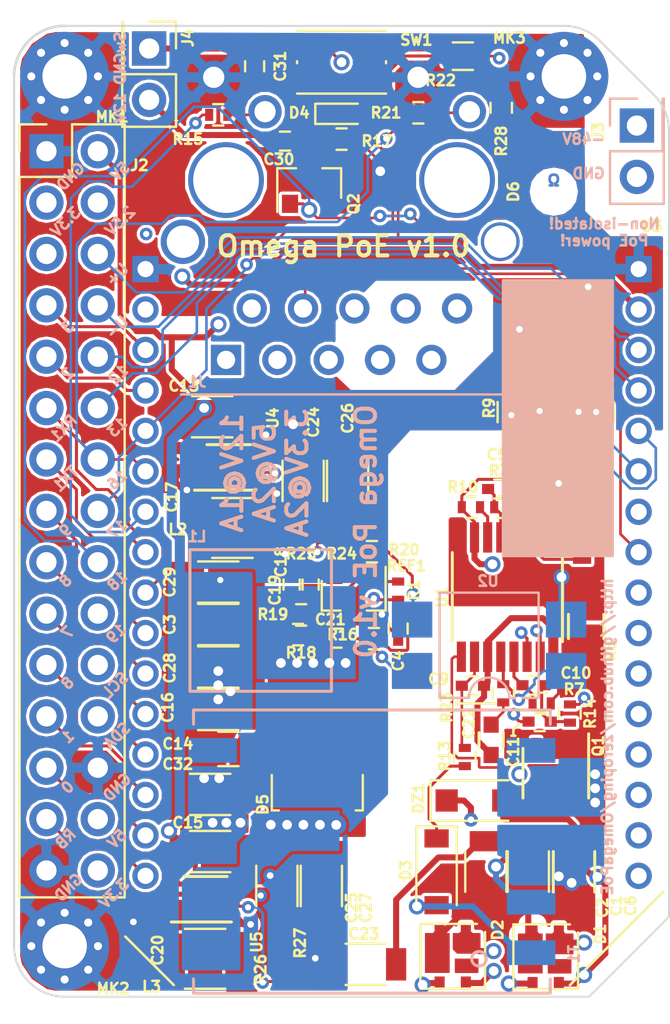
<source format=kicad_pcb>
(kicad_pcb (version 20171130) (host pcbnew no-vcs-found-0ee38bc~61~ubuntu17.04.1)
  (layers (0 F.Cu signal) (1 In1.Cu power hide) (2 In2.Cu signal hide) (31 B.Cu signal hide) (34 B.Paste user hide) (35 F.Paste user hide) (36 B.SilkS user) (37 F.SilkS user) (38 B.Mask user hide) (39 F.Mask user hide) (44 Edge.Cuts user))
  (net 0 "")
  (net 1 GND)
  (net 2 /Input_GND)
  (net 3 GNDA)
  (net 4 "Net-(C18-Pad2)")
  (net 5 /Input-48V)
  (net 6 "Net-(C18-Pad1)")
  (net 7 "Net-(C19-Pad1)")
  (net 8 "Net-(C21-Pad1)")
  (net 9 "Net-(C22-Pad1)")
  (net 10 "Net-(D3-Pad1)")
  (net 11 "Net-(R20-Pad2)")
  (net 12 "Net-(D5-Pad1)")
  (net 13 /uvloret)
  (net 14 /7.8Vreg)
  (net 15 /current_sense)
  (net 16 /soft_start_set)
  (net 17 /output_pre_choke)
  (net 18 /bias_supply)
  (net 19 /pre_curr_sense)
  (net 20 /fetdrive)
  (net 21 /coil_to_fet)
  (net 22 /uvlo)
  (net 23 /sig_det)
  (net 24 /poeclass_set)
  (net 25 /curr_limit_set)
  (net 26 /freq_set)
  (net 27 /comp)
  (net 28 /NET_POW)
  (net 29 "Net-(C8-Pad1)")
  (net 30 "Net-(C12-Pad1)")
  (net 31 /Bridge1_1)
  (net 32 /Bridge1_2)
  (net 33 /Bridge2_1)
  (net 34 /Bridge2_2)
  (net 35 /LED_ETH_Y)
  (net 36 /LED_ETH_G)
  (net 37 /ETH_RD-)
  (net 38 /ETH_RD+)
  (net 39 /ETH_TD-)
  (net 40 /ETH_TD+)
  (net 41 /RESET_B)
  (net 42 /IO0)
  (net 43 /IO1)
  (net 44 /IO6)
  (net 45 /IO19)
  (net 46 /IO7)
  (net 47 /IO18)
  (net 48 /IO8)
  (net 49 /IO17)
  (net 50 /IO9)
  (net 51 /IO16)
  (net 52 /IO45)
  (net 53 /IO13)
  (net 54 /IO46)
  (net 55 /IO12)
  (net 56 /IO2)
  (net 57 /D-)
  (net 58 /IO3)
  (net 59 /D+)
  (net 60 /VDD25)
  (net 61 /IO15)
  (net 62 /IO4)
  (net 63 /IO5)
  (net 64 "Net-(D4-Pad1)")
  (net 65 "Net-(R22-Pad1)")
  (net 66 +12V)
  (net 67 "Net-(C17-Pad1)")
  (net 68 "Net-(C20-Pad1)")
  (net 69 +5V)
  (net 70 +3V3)
  (net 71 "Net-(L2-Pad1)")
  (net 72 "Net-(L3-Pad1)")
  (net 73 "Net-(R24-Pad2)")
  (net 74 "Net-(R26-Pad2)")
  (net 75 /RESET_BUTTON)
  (net 76 "Net-(C31-Pad1)")
  (net 77 "Net-(D6-Pad1)")
  (net 78 "Net-(J2-Pad5)")
  (module Resistors_SMD:R_0603 (layer F.Cu) (at 109.1 70.6 270)
    (fp_text reference R9 (at -0.2 1.1 270) (layer F.SilkS) (effects (font (size 0.52 0.52) (thickness 0.127))))
    (fp_text value 49.9)
    (pad 2 smd rect (at 0.75 0 270) (size 0.5 0.9) (layers F.Cu F.Paste F.Mask) (net 38 /ETH_RD+))
    (pad 1 smd rect (at -0.75 0 270) (size 0.5 0.9) (layers F.Cu F.Paste F.Mask) (net 30 "Net-(C12-Pad1)"))
  )
  (module Capacitors_SMD:C_0402 (layer F.Cu) (at 109.8 68.8)
    (fp_text reference C12 (at 0 -0.9) (layer F.SilkS) (effects (font (size 0.52 0.52) (thickness 0.127))))
    (fp_text value 100nF)
    (pad 1 smd rect (at -0.55 0) (size 0.6 0.5) (layers F.Cu F.Paste F.Mask) (net 30 "Net-(C12-Pad1)"))
    (pad 2 smd rect (at 0.55 0) (size 0.6 0.5) (layers F.Cu F.Paste F.Mask) (net 1 GND))
  )
  (module Pin_Headers:Pin_Header_Straight_2x15_Pitch2.54mm (layer F.Cu) (at 86.1 57.7)
    (fp_text reference J2 (at 4.6 0.7) (layer F.SilkS) (effects (font (size 0.52 0.52) (thickness 0.127))))
    (fp_text value CONN_EXPANSION)
    (pad 1 thru_hole rect (at 0 0) (size 1.7 1.7) (drill 1) (layers *.Cu *.Mask) (net 1 GND))
    (pad 2 thru_hole oval (at 2.54 0) (size 1.7 1.7) (drill 1) (layers *.Cu *.Mask) (net 69 +5V))
    (pad 3 thru_hole oval (at 0 2.54) (size 1.7 1.7) (drill 1) (layers *.Cu *.Mask) (net 70 +3V3))
    (pad 4 thru_hole oval (at 2.54 2.54) (size 1.7 1.7) (drill 1) (layers *.Cu *.Mask) (net 60 /VDD25))
    (pad 5 thru_hole oval (at 0 5.08) (size 1.7 1.7) (drill 1) (layers *.Cu *.Mask) (net 78 "Net-(J2-Pad5)"))
    (pad 6 thru_hole oval (at 2.54 5.08) (size 1.7 1.7) (drill 1) (layers *.Cu *.Mask) (net 59 /D+))
    (pad 7 thru_hole oval (at 0 7.62) (size 1.7 1.7) (drill 1) (layers *.Cu *.Mask) (net 58 /IO3))
    (pad 8 thru_hole oval (at 2.54 7.62) (size 1.7 1.7) (drill 1) (layers *.Cu *.Mask) (net 57 /D-))
    (pad 9 thru_hole oval (at 0 10.16) (size 1.7 1.7) (drill 1) (layers *.Cu *.Mask) (net 56 /IO2))
    (pad 10 thru_hole oval (at 2.54 10.16) (size 1.7 1.7) (drill 1) (layers *.Cu *.Mask) (net 55 /IO12))
    (pad 11 thru_hole oval (at 0 12.7) (size 1.7 1.7) (drill 1) (layers *.Cu *.Mask) (net 54 /IO46))
    (pad 12 thru_hole oval (at 2.54 12.7) (size 1.7 1.7) (drill 1) (layers *.Cu *.Mask) (net 53 /IO13))
    (pad 13 thru_hole oval (at 0 15.24) (size 1.7 1.7) (drill 1) (layers *.Cu *.Mask) (net 52 /IO45))
    (pad 14 thru_hole oval (at 2.54 15.24) (size 1.7 1.7) (drill 1) (layers *.Cu *.Mask) (net 51 /IO16))
    (pad 15 thru_hole oval (at 0 17.78) (size 1.7 1.7) (drill 1) (layers *.Cu *.Mask) (net 50 /IO9))
    (pad 16 thru_hole oval (at 2.54 17.78) (size 1.7 1.7) (drill 1) (layers *.Cu *.Mask) (net 49 /IO17))
    (pad 17 thru_hole oval (at 0 20.32) (size 1.7 1.7) (drill 1) (layers *.Cu *.Mask) (net 48 /IO8))
    (pad 18 thru_hole oval (at 2.54 20.32) (size 1.7 1.7) (drill 1) (layers *.Cu *.Mask) (net 47 /IO18))
    (pad 19 thru_hole oval (at 0 22.86) (size 1.7 1.7) (drill 1) (layers *.Cu *.Mask) (net 46 /IO7))
    (pad 20 thru_hole oval (at 2.54 22.86) (size 1.7 1.7) (drill 1) (layers *.Cu *.Mask) (net 45 /IO19))
    (pad 21 thru_hole oval (at 0 25.4) (size 1.7 1.7) (drill 1) (layers *.Cu *.Mask) (net 44 /IO6))
    (pad 22 thru_hole oval (at 2.54 25.4) (size 1.7 1.7) (drill 1) (layers *.Cu *.Mask) (net 62 /IO4))
    (pad 23 thru_hole oval (at 0 27.94) (size 1.7 1.7) (drill 1) (layers *.Cu *.Mask) (net 43 /IO1))
    (pad 24 thru_hole oval (at 2.54 27.94) (size 1.7 1.7) (drill 1) (layers *.Cu *.Mask) (net 63 /IO5))
    (pad 25 thru_hole oval (at 0 30.48) (size 1.7 1.7) (drill 1) (layers *.Cu *.Mask) (net 42 /IO0))
    (pad 26 thru_hole oval (at 2.54 30.48) (size 1.7 1.7) (drill 1) (layers *.Cu *.Mask) (net 1 GND))
    (pad 27 thru_hole oval (at 0 33.02) (size 1.7 1.7) (drill 1) (layers *.Cu *.Mask) (net 41 /RESET_B))
    (pad 28 thru_hole oval (at 2.54 33.02) (size 1.7 1.7) (drill 1) (layers *.Cu *.Mask) (net 69 +5V))
    (pad 29 thru_hole oval (at 0 35.56) (size 1.7 1.7) (drill 1) (layers *.Cu *.Mask) (net 1 GND))
    (pad 30 thru_hole oval (at 2.54 35.56) (size 1.7 1.7) (drill 1) (layers *.Cu *.Mask) (net 70 +3V3))
  )
  (module TO_SOT_Packages_SMD:TO-277A (layer F.Cu) (at 99.5 87.8 180)
    (fp_text reference D5 (at 2.7 -2.2 90) (layer F.SilkS) (effects (font (size 0.52 0.52) (thickness 0.127))))
    (fp_text value Schottky)
    (pad 2 smd rect (at 1.04 -1.9) (size 1.4 1.27) (layers F.Cu F.Paste F.Mask) (net 12 "Net-(D5-Pad1)"))
    (pad 3 smd rect (at 0 1.9) (size 4.72 4.8) (layers F.Cu F.Paste F.Mask) (net 17 /output_pre_choke))
    (pad 1 smd rect (at -1.04 -1.9) (size 1.4 1.27) (layers F.Cu F.Paste F.Mask) (net 12 "Net-(D5-Pad1)"))
  )
  (module Capacitors_SMD:C_1206 (layer F.Cu) (at 94.2 89.5 180)
    (fp_text reference C32 (at 1.6 1.5 180) (layer F.SilkS) (effects (font (size 0.52 0.52) (thickness 0.127))))
    (fp_text value DNP)
    (pad 1 smd rect (at -1.5 0 180) (size 1 1.6) (layers F.Cu F.Paste F.Mask) (net 17 /output_pre_choke))
    (pad 2 smd rect (at 1.5 0 180) (size 1 1.6) (layers F.Cu F.Paste F.Mask) (net 1 GND))
  )
  (module lib_fp:ONION-OMEGA (layer F.Cu) (at 103 77.525)
    (fp_text reference U3 (at 13.05 -16.125) (layer F.SilkS) (effects (font (size 0.52 0.52) (thickness 0.127))))
    (fp_text value ONION-OMEGA2)
    (pad A16 thru_hole circle (at -11.99896 15.99946) (size 1.30556 1.30556) (drill 0.79756) (layers *.Cu *.Mask) (net 41 /RESET_B))
    (pad A15 thru_hole circle (at -11.99896 13.99794) (size 1.30556 1.30556) (drill 0.79756) (layers *.Cu *.Mask) (net 42 /IO0))
    (pad A14 thru_hole circle (at -11.99896 11.99896) (size 1.30556 1.30556) (drill 0.79756) (layers *.Cu *.Mask) (net 43 /IO1))
    (pad A13 thru_hole circle (at -11.99896 9.99998) (size 1.30556 1.30556) (drill 0.79756) (layers *.Cu *.Mask) (net 44 /IO6))
    (pad A12 thru_hole circle (at -11.99896 7.99846) (size 1.30556 1.30556) (drill 0.79756) (layers *.Cu *.Mask) (net 46 /IO7))
    (pad A11 thru_hole circle (at -11.99896 5.99948) (size 1.30556 1.30556) (drill 0.79756) (layers *.Cu *.Mask) (net 48 /IO8))
    (pad A10 thru_hole circle (at -11.99896 3.99796) (size 1.30556 1.30556) (drill 0.79756) (layers *.Cu *.Mask) (net 50 /IO9))
    (pad A9 thru_hole circle (at -11.99896 1.99898) (size 1.30556 1.30556) (drill 0.79756) (layers *.Cu *.Mask) (net 54 /IO46))
    (pad A8 thru_hole circle (at -11.99896 0) (size 1.30556 1.30556) (drill 0.79756) (layers *.Cu *.Mask) (net 52 /IO45))
    (pad A7 thru_hole circle (at -11.99896 -1.99898) (size 1.30556 1.30556) (drill 0.79756) (layers *.Cu *.Mask) (net 61 /IO15))
    (pad A6 thru_hole circle (at -11.99896 -3.99796) (size 1.30556 1.30556) (drill 0.79756) (layers *.Cu *.Mask) (net 51 /IO16))
    (pad A5 thru_hole circle (at -11.99896 -5.99948) (size 1.30556 1.30556) (drill 0.79756) (layers *.Cu *.Mask) (net 49 /IO17))
    (pad A4 thru_hole circle (at -11.99896 -7.99846) (size 1.30556 1.30556) (drill 0.79756) (layers *.Cu *.Mask) (net 56 /IO2))
    (pad A3 thru_hole circle (at -11.99896 -9.99998) (size 1.30556 1.30556) (drill 0.79756) (layers *.Cu *.Mask) (net 58 /IO3))
    (pad A2 thru_hole circle (at -11.99896 -11.99896) (size 1.30556 1.30556) (drill 0.79756) (layers *.Cu *.Mask) (net 60 /VDD25))
    (pad A1 thru_hole rect (at -11.99896 -13.99794) (size 1.30556 1.30556) (drill 0.79756) (layers *.Cu *.Mask) (net 1 GND))
    (pad B16 thru_hole circle (at 12.39774 15.99946) (size 1.30556 1.30556) (drill 0.79756) (layers *.Cu *.Mask) (net 63 /IO5))
    (pad B15 thru_hole circle (at 12.39774 13.99794) (size 1.30556 1.30556) (drill 0.79756) (layers *.Cu *.Mask) (net 62 /IO4))
    (pad B14 thru_hole circle (at 12.39774 11.99896) (size 1.30556 1.30556) (drill 0.79756) (layers *.Cu *.Mask) (net 45 /IO19))
    (pad B13 thru_hole circle (at 12.39774 9.99998) (size 1.30556 1.30556) (drill 0.79756) (layers *.Cu *.Mask) (net 47 /IO18))
    (pad B12 thru_hole circle (at 12.39774 7.99846) (size 1.30556 1.30556) (drill 0.79756) (layers *.Cu *.Mask) (net 38 /ETH_RD+))
    (pad B11 thru_hole circle (at 12.39774 5.99948) (size 1.30556 1.30556) (drill 0.79756) (layers *.Cu *.Mask) (net 37 /ETH_RD-))
    (pad B10 thru_hole circle (at 12.39774 3.99796) (size 1.30556 1.30556) (drill 0.79756) (layers *.Cu *.Mask) (net 40 /ETH_TD+))
    (pad B9 thru_hole circle (at 12.39774 1.99898) (size 1.30556 1.30556) (drill 0.79756) (layers *.Cu *.Mask) (net 39 /ETH_TD-))
    (pad B8 thru_hole circle (at 12.39774 0) (size 1.30556 1.30556) (drill 0.79756) (layers *.Cu *.Mask) (net 28 /NET_POW))
    (pad B7 thru_hole circle (at 12.39774 -1.99898) (size 1.30556 1.30556) (drill 0.79756) (layers *.Cu *.Mask) (net 75 /RESET_BUTTON))
    (pad B6 thru_hole circle (at 12.39774 -3.99796) (size 1.30556 1.30556) (drill 0.79756) (layers *.Cu *.Mask) (net 55 /IO12))
    (pad B5 thru_hole circle (at 12.39774 -5.99948) (size 1.30556 1.30556) (drill 0.79756) (layers *.Cu *.Mask) (net 53 /IO13))
    (pad B4 thru_hole circle (at 12.39774 -7.99846) (size 1.30556 1.30556) (drill 0.79756) (layers *.Cu *.Mask) (net 57 /D-))
    (pad B3 thru_hole circle (at 12.39774 -9.99998) (size 1.30556 1.30556) (drill 0.79756) (layers *.Cu *.Mask) (net 59 /D+))
    (pad B2 thru_hole circle (at 12.39774 -11.99896) (size 1.30556 1.30556) (drill 0.79756) (layers *.Cu *.Mask) (net 70 +3V3))
    (pad B1 thru_hole rect (at 12.39774 -13.99794) (size 1.30556 1.30556) (drill 0.79756) (layers *.Cu *.Mask) (net 1 GND))
  )
  (module lib_fp:JD0-0004NL (layer B.Cu) (at 100.7 59.125)
    (fp_text reference J1 (at -7.15 9.975) (layer B.SilkS) (effects (font (size 0.52 0.52) (thickness 0.127)) (justify mirror)))
    (fp_text value RJ45-TRANS_POE)
    (pad 15 thru_hole circle (at 7.85 3.05) (size 1.92 1.92) (drill 1.6) (layers *.Cu *.Mask))
    (pad 15 thru_hole circle (at -7.85 3.05) (size 2.2 2.2) (drill 1.6) (layers *.Cu *.Mask))
    (pad "" thru_hole circle (at 5.715 0) (size 3.75 3.75) (drill 3.25) (layers *.Cu *.Mask))
    (pad "" thru_hole circle (at -5.715 0) (size 3.75 3.75) (drill 3.25) (layers *.Cu *.Mask))
    (pad 14 thru_hole circle (at 6.325 -3.38) (size 1.65 1.65) (drill 1.05) (layers *.Cu *.Mask) (net 35 /LED_ETH_Y))
    (pad 13 thru_hole circle (at 3.785 -5.08) (size 1.65 1.65) (drill 1.05) (layers *.Cu *.Mask) (net 1 GND))
    (pad 12 thru_hole circle (at -3.785 -3.38) (size 1.65 1.65) (drill 1.05) (layers *.Cu *.Mask) (net 36 /LED_ETH_G))
    (pad 11 thru_hole circle (at -6.325 -5.08) (size 1.65 1.65) (drill 1.05) (layers *.Cu *.Mask) (net 1 GND))
    (pad 10 thru_hole circle (at 5.715 6.35) (size 1.5 1.5) (drill 0.9) (layers *.Cu *.Mask) (net 32 /Bridge1_2))
    (pad 9 thru_hole circle (at 4.445 8.89) (size 1.5 1.5) (drill 0.9) (layers *.Cu *.Mask) (net 34 /Bridge2_2))
    (pad 8 thru_hole circle (at 3.175 6.35) (size 1.5 1.5) (drill 0.9) (layers *.Cu *.Mask) (net 31 /Bridge1_1))
    (pad 7 thru_hole circle (at 1.905 8.89) (size 1.5 1.5) (drill 0.9) (layers *.Cu *.Mask) (net 33 /Bridge2_1))
    (pad 6 thru_hole circle (at 0.635 6.35) (size 1.5 1.5) (drill 0.9) (layers *.Cu *.Mask))
    (pad 5 thru_hole circle (at -0.635 8.89) (size 1.5 1.5) (drill 0.9) (layers *.Cu *.Mask) (net 37 /ETH_RD-))
    (pad 4 thru_hole circle (at -1.905 6.35) (size 1.5 1.5) (drill 0.9) (layers *.Cu *.Mask) (net 28 /NET_POW))
    (pad 3 thru_hole circle (at -3.175 8.89) (size 1.5 1.5) (drill 0.9) (layers *.Cu *.Mask) (net 38 /ETH_RD+))
    (pad 2 thru_hole circle (at -4.445 6.35) (size 1.5 1.5) (drill 0.9) (layers *.Cu *.Mask) (net 39 /ETH_TD-))
    (pad 1 thru_hole rect (at -5.715 8.89) (size 1.5 1.5) (drill 0.9) (layers *.Cu *.Mask) (net 40 /ETH_TD+))
  )
  (module lib_fp:U-DFN303-4 (layer F.Cu) (at 106.2 97.5 270)
    (fp_text reference D2 (at -1.3 -2.225 270) (layer F.SilkS) (effects (font (size 0.52 0.52) (thickness 0.127))))
    (fp_text value D_Bridge_A+A-)
    (pad 2 smd custom (at -0.477631 0.830555 180) (size 0.2 0.2) (layers F.Cu F.Paste F.Mask) (net 2 /Input_GND) (clearance 0.15) (options (clearance outline) (anchor circle)) (primitives (gr_poly (pts (xy -0.655555 0.647369) (xy -0.505555 0.647369) (xy -0.405555 0.747369) (xy -0.405555 1.147369) (xy 0.044445 1.147369) (xy 0.044445 0.747369) (xy 0.144445 0.647369) (xy 0.519445 0.647369) (xy 0.519445 -1.277631) (xy -0.655555 -1.277631)) (width 0.05))))
    (pad 1 smd custom (at -0.8875 -0.611112 180) (size 0.2 0.2) (layers F.Cu F.Paste F.Mask) (net 34 /Bridge2_2) (clearance 0.15) (options (clearance outline) (anchor circle)) (primitives (gr_poly (pts (xy -0.738888 0.2375) (xy -0.363888 0.2375) (xy -0.263888 0.3375) (xy -0.263888 0.7375) (xy 0.186112 0.7375) (xy 0.186112 0.3375) (xy 0.286112 0.2375) (xy 0.586112 0.2375) (xy 0.586112 -0.5375) (xy 0.386112 -0.7375) (xy -0.738888 -0.7375)) (width 0.05))))
    (pad NC smd roundrect (at 0.4725 -0.6875 180) (size 1.175 0.715) (layers F.Cu F.Paste F.Mask) (roundrect_rratio 0.05) (clearance 0.15))
    (pad 3 smd roundrect (at 1.325 0.65 180) (size 0.5 0.65) (layers F.Cu F.Paste F.Mask) (roundrect_rratio 0.05) (net 33 /Bridge2_1) (clearance 0.15))
    (pad 4 smd roundrect (at 1.325 -0.65 180) (size 0.5 0.65) (layers F.Cu F.Paste F.Mask) (roundrect_rratio 0.05) (net 5 /Input-48V) (clearance 0.15))
  )
  (module lib_fp:U-DFN303-4 (layer F.Cu) (at 110.8 97.525 270)
    (fp_text reference D1 (at -1.125 -2.7 270) (layer F.SilkS) (effects (font (size 0.52 0.52) (thickness 0.127))))
    (fp_text value D_Bridge_A+A-)
    (pad 2 smd custom (at -0.477631 0.830555 180) (size 0.2 0.2) (layers F.Cu F.Paste F.Mask) (net 2 /Input_GND) (clearance 0.15) (options (clearance outline) (anchor circle)) (primitives (gr_poly (pts (xy -0.655555 0.647369) (xy -0.505555 0.647369) (xy -0.405555 0.747369) (xy -0.405555 1.147369) (xy 0.044445 1.147369) (xy 0.044445 0.747369) (xy 0.144445 0.647369) (xy 0.519445 0.647369) (xy 0.519445 -1.277631) (xy -0.655555 -1.277631)) (width 0.05))))
    (pad 1 smd custom (at -0.8875 -0.611112 180) (size 0.2 0.2) (layers F.Cu F.Paste F.Mask) (net 32 /Bridge1_2) (clearance 0.15) (options (clearance outline) (anchor circle)) (primitives (gr_poly (pts (xy -0.738888 0.2375) (xy -0.363888 0.2375) (xy -0.263888 0.3375) (xy -0.263888 0.7375) (xy 0.186112 0.7375) (xy 0.186112 0.3375) (xy 0.286112 0.2375) (xy 0.586112 0.2375) (xy 0.586112 -0.5375) (xy 0.386112 -0.7375) (xy -0.738888 -0.7375)) (width 0.05))))
    (pad NC smd roundrect (at 0.4725 -0.6875 180) (size 1.175 0.715) (layers F.Cu F.Paste F.Mask) (roundrect_rratio 0.05) (clearance 0.15))
    (pad 3 smd roundrect (at 1.325 0.65 180) (size 0.5 0.65) (layers F.Cu F.Paste F.Mask) (roundrect_rratio 0.05) (net 31 /Bridge1_1) (clearance 0.15))
    (pad 4 smd roundrect (at 1.325 -0.65 180) (size 0.5 0.65) (layers F.Cu F.Paste F.Mask) (roundrect_rratio 0.05) (net 5 /Input-48V) (clearance 0.15))
  )
  (module lib_fp:DFN-8-3EP_3x2mm_Pitch0.5mm (layer F.Cu) (at 95.15 73.375 90)
    (fp_text reference U4 (at 2.475 2.15 90) (layer F.SilkS) (effects (font (size 0.52 0.52) (thickness 0.127))))
    (fp_text value TPS62135)
    (pad 11 smd roundrect (at -0.70627 -1.436048 180) (size 0.6 0.25) (layers F.Cu F.Paste F.Mask) (roundrect_rratio 0.2) (net 1 GND))
    (pad 10 smd roundrect (at -0.20627 -1.436048 180) (size 0.6 0.25) (layers F.Cu F.Paste F.Mask) (roundrect_rratio 0.2) (net 1 GND))
    (pad 9 smd roundrect (at 0.29373 -1.436048 180) (size 0.6 0.25) (layers F.Cu F.Paste F.Mask) (roundrect_rratio 0.2) (net 67 "Net-(C17-Pad1)"))
    (pad 8 smd roundrect (at 0.79373 -1.436048 180) (size 0.6 0.25) (layers F.Cu F.Paste F.Mask) (roundrect_rratio 0.2) (net 66 +12V))
    (pad 7 smd roundrect (at 0.79373 1.363952 180) (size 0.6 0.25) (layers F.Cu F.Paste F.Mask) (roundrect_rratio 0.2))
    (pad 6 smd roundrect (at 0.29373 1.363952 180) (size 0.6 0.25) (layers F.Cu F.Paste F.Mask) (roundrect_rratio 0.2) (net 69 +5V))
    (pad 5 smd roundrect (at -0.20627 1.363952 180) (size 0.6 0.25) (layers F.Cu F.Paste F.Mask) (roundrect_rratio 0.2) (net 73 "Net-(R24-Pad2)"))
    (pad 4 smd roundrect (at -0.70627 1.363952 180) (size 0.6 0.25) (layers F.Cu F.Paste F.Mask) (roundrect_rratio 0.2) (net 1 GND))
    (pad 3 smd roundrect (at 0.04373 0.463952) (size 0.35 2.5) (layers F.Cu F.Paste F.Mask) (roundrect_rratio 0.143) (net 1 GND) (clearance 0.15))
    (pad 2 smd roundrect (at 0.04373 -0.036048) (size 0.35 2.5) (layers F.Cu F.Paste F.Mask) (roundrect_rratio 0.143) (net 71 "Net-(L2-Pad1)") (clearance 0.15))
    (pad 1 smd roundrect (at 0.04373 -0.536048) (size 0.35 2.5) (layers F.Cu F.Paste F.Mask) (roundrect_rratio 0.143) (net 66 +12V) (clearance 0.15))
  )
  (module lib_fp:DFN-8-3EP_3x2mm_Pitch0.5mm (layer F.Cu) (at 94 94.725 90)
    (fp_text reference U5 (at -2.075 2.5 90) (layer F.SilkS) (effects (font (size 0.52 0.52) (thickness 0.127))))
    (fp_text value TPS62135)
    (pad 11 smd roundrect (at -0.70627 -1.436048 180) (size 0.6 0.25) (layers F.Cu F.Paste F.Mask) (roundrect_rratio 0.2) (net 1 GND))
    (pad 10 smd roundrect (at -0.20627 -1.436048 180) (size 0.6 0.25) (layers F.Cu F.Paste F.Mask) (roundrect_rratio 0.2) (net 1 GND))
    (pad 9 smd roundrect (at 0.29373 -1.436048 180) (size 0.6 0.25) (layers F.Cu F.Paste F.Mask) (roundrect_rratio 0.2) (net 68 "Net-(C20-Pad1)"))
    (pad 8 smd roundrect (at 0.79373 -1.436048 180) (size 0.6 0.25) (layers F.Cu F.Paste F.Mask) (roundrect_rratio 0.2) (net 66 +12V))
    (pad 7 smd roundrect (at 0.79373 1.363952 180) (size 0.6 0.25) (layers F.Cu F.Paste F.Mask) (roundrect_rratio 0.2))
    (pad 6 smd roundrect (at 0.29373 1.363952 180) (size 0.6 0.25) (layers F.Cu F.Paste F.Mask) (roundrect_rratio 0.2) (net 70 +3V3))
    (pad 5 smd roundrect (at -0.20627 1.363952 180) (size 0.6 0.25) (layers F.Cu F.Paste F.Mask) (roundrect_rratio 0.2) (net 74 "Net-(R26-Pad2)"))
    (pad 4 smd roundrect (at -0.70627 1.363952 180) (size 0.6 0.25) (layers F.Cu F.Paste F.Mask) (roundrect_rratio 0.2) (net 1 GND))
    (pad 3 smd roundrect (at 0.04373 0.463952) (size 0.35 2.5) (layers F.Cu F.Paste F.Mask) (roundrect_rratio 0.143) (net 1 GND) (clearance 0.15))
    (pad 2 smd roundrect (at 0.04373 -0.036048) (size 0.35 2.5) (layers F.Cu F.Paste F.Mask) (roundrect_rratio 0.143) (net 72 "Net-(L3-Pad1)") (clearance 0.15))
    (pad 1 smd roundrect (at 0.04373 -0.536048) (size 0.35 2.5) (layers F.Cu F.Paste F.Mask) (roundrect_rratio 0.143) (net 66 +12V) (clearance 0.15))
  )
  (module lib_fp:Murata-3000A-series (layer B.Cu) (at 96.7 80.9 180)
    (fp_text reference L1 (at 3.15 4.15 180) (layer B.SilkS) (effects (font (size 0.52 0.52) (thickness 0.127)) (justify mirror)))
    (fp_text value 180nH)
    (pad 2 smd rect (at 2.665 0 180) (size 2.03 3.05) (layers B.Cu B.Paste B.Mask) (net 66 +12V))
    (pad 1 smd rect (at -2.665 0 180) (size 2.03 3.05) (layers B.Cu B.Paste B.Mask) (net 17 /output_pre_choke))
  )
  (module lib_fp:Pulse_PA1269 (layer B.Cu) (at 102.2 92.325 270)
    (fp_text reference T1 (at 5.075 -10 270) (layer B.SilkS) (effects (font (size 0.52 0.52) (thickness 0.127)) (justify mirror)))
    (fp_text value PA1276)
    (pad 10 smd rect (at 5 7.88 270) (size 1.22 2.4) (layers B.Cu B.Paste B.Mask) (net 12 "Net-(D5-Pad1)"))
    (pad 9 smd rect (at 2.5 7.88 270) (size 1.22 2.4) (layers B.Cu B.Paste B.Mask) (net 12 "Net-(D5-Pad1)"))
    (pad 8 smd rect (at 0 7.88 270) (size 1.22 2.4) (layers B.Cu B.Paste B.Mask) (net 1 GND))
    (pad 7 smd rect (at -2.5 7.88 270) (size 1.22 2.4) (layers B.Cu B.Paste B.Mask) (net 1 GND))
    (pad 6 smd rect (at -5 7.88 270) (size 1.22 2.4) (layers B.Cu B.Paste B.Mask))
    (pad 5 smd rect (at -5 -7.88 270) (size 1.22 2.4) (layers B.Cu B.Paste B.Mask))
    (pad 4 smd rect (at -2.5 -7.88 270) (size 1.22 2.4) (layers B.Cu B.Paste B.Mask) (net 21 /coil_to_fet))
    (pad 3 smd rect (at 0 -7.88 270) (size 1.22 2.4) (layers B.Cu B.Paste B.Mask) (net 2 /Input_GND))
    (pad 2 smd rect (at 2.5 -7.88 270) (size 1.22 2.4) (layers B.Cu B.Paste B.Mask) (net 3 GNDA))
    (pad 1 smd rect (at 5 -7.88 270) (size 1.22 2.4) (layers B.Cu B.Paste B.Mask) (net 18 /bias_supply))
  )
  (module Resistors_SMD:R_0402_NoSilk (layer F.Cu) (at 98.6 98.3 90)
    (fp_text reference R27 (at 1.45 0.05 90) (layer F.SilkS) (effects (font (size 0.52 0.52) (thickness 0.127))))
    (fp_text value 100K)
    (pad 2 smd rect (at 0.45 0 90) (size 0.4 0.6) (layers F.Cu F.Paste F.Mask) (net 1 GND))
    (pad 1 smd rect (at -0.45 0 90) (size 0.4 0.6) (layers F.Cu F.Paste F.Mask) (net 74 "Net-(R26-Pad2)"))
  )
  (module Capacitors_SMD:C_0402 (layer F.Cu) (at 111.9 68.8 180)
    (fp_text reference C8 (at 0 1.1 180) (layer F.SilkS) (effects (font (size 0.52 0.52) (thickness 0.127))))
    (fp_text value 100nF)
    (pad 2 smd rect (at 0.55 0 180) (size 0.6 0.5) (layers F.Cu F.Paste F.Mask) (net 1 GND))
    (pad 1 smd rect (at -0.55 0 180) (size 0.6 0.5) (layers F.Cu F.Paste F.Mask) (net 29 "Net-(C8-Pad1)"))
  )
  (module Resistors_SMD:R_0603 (layer F.Cu) (at 113.5 70.6 90)
    (fp_text reference R11 (at -2.1 0 90) (layer F.SilkS) (effects (font (size 0.52 0.52) (thickness 0.127))))
    (fp_text value 49.9)
    (pad 1 smd rect (at -0.75 0 90) (size 0.5 0.9) (layers F.Cu F.Paste F.Mask) (net 39 /ETH_TD-))
    (pad 2 smd rect (at 0.75 0 90) (size 0.5 0.9) (layers F.Cu F.Paste F.Mask) (net 29 "Net-(C8-Pad1)"))
  )
  (module Resistors_SMD:R_0603 (layer F.Cu) (at 112.1 70.6 270)
    (fp_text reference R4 (at 1.8 0 270) (layer F.SilkS) (effects (font (size 0.52 0.52) (thickness 0.127))))
    (fp_text value 49.9)
    (pad 2 smd rect (at 0.75 0 270) (size 0.5 0.9) (layers F.Cu F.Paste F.Mask) (net 40 /ETH_TD+))
    (pad 1 smd rect (at -0.75 0 270) (size 0.5 0.9) (layers F.Cu F.Paste F.Mask) (net 29 "Net-(C8-Pad1)"))
  )
  (module Resistors_SMD:R_0603 (layer F.Cu) (at 110.6 70.6 90)
    (fp_text reference R12 (at -2.1 0.2 90) (layer F.SilkS) (effects (font (size 0.52 0.52) (thickness 0.127))))
    (fp_text value 49.9)
    (pad 1 smd rect (at -0.75 0 90) (size 0.5 0.9) (layers F.Cu F.Paste F.Mask) (net 37 /ETH_RD-))
    (pad 2 smd rect (at 0.75 0 90) (size 0.5 0.9) (layers F.Cu F.Paste F.Mask) (net 30 "Net-(C12-Pad1)"))
  )
  (module Pin_Headers:Pin_Header_Straight_2x01_Pitch2.54mm (layer F.Cu) (at 91.18 52.62 270)
    (fp_text reference J4 (at -0.52 -1.92 270) (layer F.SilkS) (effects (font (size 0.52 0.52) (thickness 0.127))))
    (fp_text value Conn_02x01)
    (pad 1 thru_hole rect (at 0 0 270) (size 1.7 1.7) (drill 1) (layers *.Cu *.Mask) (net 76 "Net-(C31-Pad1)"))
    (pad 2 thru_hole oval (at 2.54 0 270) (size 1.7 1.7) (drill 1) (layers *.Cu *.Mask) (net 66 +12V))
  )
  (module Diodes_SMD:D_SOD-123F (layer F.Cu) (at 107.3 89.8)
    (fp_text reference DZ1 (at -2.8 -0.1 90) (layer F.SilkS) (effects (font (size 0.52 0.52) (thickness 0.127))))
    (fp_text value SMAJ640A)
    (pad 2 smd rect (at 1.4 0) (size 1.1 1.1) (layers F.Cu F.Paste F.Mask) (net 5 /Input-48V))
    (pad 1 smd rect (at -1.4 0) (size 1.1 1.1) (layers F.Cu F.Paste F.Mask) (net 2 /Input_GND))
  )
  (module Housings_SSOP:TSSOP-16_4.4x5mm_Pitch0.65mm (layer F.Cu) (at 108.9031 79.742351 270)
    (fp_text reference U1 (at 0 3.225 270) (layer F.SilkS) (effects (font (size 0.52 0.52) (thickness 0.127))))
    (fp_text value LM5070)
    (pad 1 smd rect (at -2.95 -2.275 270) (size 1.5 0.45) (layers F.Cu F.Paste F.Mask) (net 2 /Input_GND))
    (pad 2 smd rect (at -2.95 -1.625 270) (size 1.5 0.45) (layers F.Cu F.Paste F.Mask) (net 23 /sig_det))
    (pad 3 smd rect (at -2.95 -0.975 270) (size 1.5 0.45) (layers F.Cu F.Paste F.Mask) (net 24 /poeclass_set))
    (pad 4 smd rect (at -2.95 -0.325 270) (size 1.5 0.45) (layers F.Cu F.Paste F.Mask) (net 22 /uvlo))
    (pad 5 smd rect (at -2.95 0.325 270) (size 1.5 0.45) (layers F.Cu F.Paste F.Mask) (net 13 /uvloret))
    (pad 6 smd rect (at -2.95 0.975 270) (size 1.5 0.45) (layers F.Cu F.Paste F.Mask) (net 25 /curr_limit_set))
    (pad 7 smd rect (at -2.95 1.625 270) (size 1.5 0.45) (layers F.Cu F.Paste F.Mask) (net 5 /Input-48V))
    (pad 8 smd rect (at -2.95 2.275 270) (size 1.5 0.45) (layers F.Cu F.Paste F.Mask) (net 3 GNDA))
    (pad 9 smd rect (at 2.95 2.275 270) (size 1.5 0.45) (layers F.Cu F.Paste F.Mask) (net 20 /fetdrive))
    (pad 10 smd rect (at 2.95 1.625 270) (size 1.5 0.45) (layers F.Cu F.Paste F.Mask) (net 14 /7.8Vreg))
    (pad 11 smd rect (at 2.95 0.975 270) (size 1.5 0.45) (layers F.Cu F.Paste F.Mask) (net 3 GNDA))
    (pad 12 smd rect (at 2.95 0.325 270) (size 1.5 0.45) (layers F.Cu F.Paste F.Mask) (net 27 /comp))
    (pad 13 smd rect (at 2.95 -0.325 270) (size 1.5 0.45) (layers F.Cu F.Paste F.Mask) (net 15 /current_sense))
    (pad 14 smd rect (at 2.95 -0.975 270) (size 1.5 0.45) (layers F.Cu F.Paste F.Mask) (net 26 /freq_set))
    (pad 15 smd rect (at 2.95 -1.625 270) (size 1.5 0.45) (layers F.Cu F.Paste F.Mask) (net 16 /soft_start_set))
    (pad 16 smd rect (at 2.95 -2.275 270) (size 1.5 0.45) (layers F.Cu F.Paste F.Mask) (net 3 GNDA))
  )
  (module Resistors_SMD:R_0603 (layer F.Cu) (at 112.6 77.1 270)
    (fp_text reference R5 (at -0.1 -1.2 90) (layer F.SilkS) (effects (font (size 0.52 0.52) (thickness 0.127))))
    (fp_text value 24.3K)
    (pad 1 smd rect (at -0.75 0 270) (size 0.5 0.9) (layers F.Cu F.Paste F.Mask) (net 2 /Input_GND))
    (pad 2 smd rect (at 0.75 0 270) (size 0.5 0.9) (layers F.Cu F.Paste F.Mask) (net 23 /sig_det))
  )
  (module Capacitors_SMD:C_1206 (layer F.Cu) (at 112.2 93.325 90)
    (fp_text reference C6 (at -1.675 2.8 270) (layer F.SilkS) (effects (font (size 0.52 0.52) (thickness 0.127))))
    (fp_text value 100nF)
    (pad 1 smd rect (at -1.5 0 90) (size 1 1.6) (layers F.Cu F.Paste F.Mask) (net 2 /Input_GND))
    (pad 2 smd rect (at 1.5 0 90) (size 1 1.6) (layers F.Cu F.Paste F.Mask) (net 5 /Input-48V))
  )
  (module Resistors_SMD:R_0805 (layer F.Cu) (at 112.8 81.2 270)
    (fp_text reference R8 (at 1.2 -1.2 270) (layer F.SilkS) (effects (font (size 0.52 0.52) (thickness 0.127))))
    (fp_text value 0.33)
    (pad 1 smd rect (at -0.95 0 270) (size 0.7 1.3) (layers F.Cu F.Paste F.Mask) (net 3 GNDA))
    (pad 2 smd rect (at 0.95 0 270) (size 0.7 1.3) (layers F.Cu F.Paste F.Mask) (net 19 /pre_curr_sense))
  )
  (module Capacitors_SMD:C_0603 (layer F.Cu) (at 108.1 86.8 270)
    (fp_text reference C22 (at -0.8 1.1 270) (layer F.SilkS) (effects (font (size 0.52 0.52) (thickness 0.127))))
    (fp_text value 27nF)
    (pad 1 smd rect (at -0.75 0 270) (size 0.8 0.75) (layers F.Cu F.Paste F.Mask) (net 9 "Net-(C22-Pad1)"))
    (pad 2 smd rect (at 0.75 0 270) (size 0.8 0.75) (layers F.Cu F.Paste F.Mask) (net 3 GNDA))
  )
  (module Capacitors_SMD:C_0402 (layer F.Cu) (at 113.4 67.9 90)
    (fp_text reference C7 (at 1 -0.9 90) (layer F.SilkS) (effects (font (size 0.52 0.52) (thickness 0.127))))
    (fp_text value 1uF)
    (pad 2 smd rect (at 0.55 0 90) (size 0.6 0.5) (layers F.Cu F.Paste F.Mask) (net 1 GND))
    (pad 1 smd rect (at -0.55 0 90) (size 0.6 0.5) (layers F.Cu F.Paste F.Mask) (net 28 /NET_POW))
  )
  (module Resistors_SMD:R_0402 (layer F.Cu) (at 94.6 55.9)
    (fp_text reference R15 (at -1.5 1.2) (layer F.SilkS) (effects (font (size 0.52 0.52) (thickness 0.127))))
    (fp_text value 100)
    (pad 1 smd rect (at -0.45 0) (size 0.4 0.6) (layers F.Cu F.Paste F.Mask) (net 61 /IO15))
    (pad 2 smd rect (at 0.45 0) (size 0.4 0.6) (layers F.Cu F.Paste F.Mask) (net 36 /LED_ETH_G))
  )
  (module Resistors_SMD:R_0402 (layer F.Cu) (at 104.5 55.8)
    (fp_text reference R21 (at -1.6 0) (layer F.SilkS) (effects (font (size 0.52 0.52) (thickness 0.127))))
    (fp_text value 100)
    (pad 2 smd rect (at 0.45 0) (size 0.4 0.6) (layers F.Cu F.Paste F.Mask) (net 35 /LED_ETH_Y))
    (pad 1 smd rect (at -0.45 0) (size 0.4 0.6) (layers F.Cu F.Paste F.Mask) (net 51 /IO16))
  )
  (module Capacitors_SMD:C_0402 (layer F.Cu) (at 108.5 74.4 180)
    (fp_text reference C5 (at 0.1 1.7 180) (layer F.SilkS) (effects (font (size 0.52 0.52) (thickness 0.127))))
    (fp_text value 100nF)
    (pad 2 smd rect (at 0.55 0 180) (size 0.6 0.5) (layers F.Cu F.Paste F.Mask) (net 13 /uvloret))
    (pad 1 smd rect (at -0.55 0 180) (size 0.6 0.5) (layers F.Cu F.Paste F.Mask) (net 22 /uvlo))
  )
  (module Capacitors_SMD:C_0402 (layer F.Cu) (at 107.2 84.125)
    (fp_text reference C9 (at -1.7 -0.325) (layer F.SilkS) (effects (font (size 0.52 0.52) (thickness 0.127))))
    (fp_text value 1uF)
    (pad 1 smd rect (at -0.55 0) (size 0.6 0.5) (layers F.Cu F.Paste F.Mask) (net 14 /7.8Vreg))
    (pad 2 smd rect (at 0.55 0) (size 0.6 0.5) (layers F.Cu F.Paste F.Mask) (net 3 GNDA))
  )
  (module Capacitors_SMD:C_0402 (layer F.Cu) (at 110.2 84.1 180)
    (fp_text reference C10 (at -2.1 0.6 180) (layer F.SilkS) (effects (font (size 0.52 0.52) (thickness 0.127))))
    (fp_text value 4.7nF)
    (pad 1 smd rect (at -0.55 0 180) (size 0.6 0.5) (layers F.Cu F.Paste F.Mask) (net 3 GNDA))
    (pad 2 smd rect (at 0.55 0 180) (size 0.6 0.5) (layers F.Cu F.Paste F.Mask) (net 15 /current_sense))
  )
  (module Capacitors_SMD:C_0402 (layer F.Cu) (at 110.5 85.9)
    (fp_text reference C11 (at -1.3 1.5 90) (layer F.SilkS) (effects (font (size 0.52 0.52) (thickness 0.127))))
    (fp_text value 100nF)
    (pad 2 smd rect (at 0.55 0) (size 0.6 0.5) (layers F.Cu F.Paste F.Mask) (net 3 GNDA))
    (pad 1 smd rect (at -0.55 0) (size 0.6 0.5) (layers F.Cu F.Paste F.Mask) (net 16 /soft_start_set))
  )
  (module Resistors_SMD:R_0402 (layer F.Cu) (at 108.7 75.3 180)
    (fp_text reference R3 (at 0.2 1.8 180) (layer F.SilkS) (effects (font (size 0.52 0.52) (thickness 0.127))))
    (fp_text value 33.2k)
    (pad 1 smd rect (at -0.45 0 180) (size 0.4 0.6) (layers F.Cu F.Paste F.Mask) (net 22 /uvlo))
    (pad 2 smd rect (at 0.45 0 180) (size 0.4 0.6) (layers F.Cu F.Paste F.Mask) (net 13 /uvloret))
  )
  (module Resistors_SMD:R_0402 (layer F.Cu) (at 110 74.925 90)
    (fp_text reference R6 (at 1.325 0 90) (layer F.SilkS) (effects (font (size 0.52 0.52) (thickness 0.127))))
    (fp_text value OPEN)
    (pad 2 smd rect (at 0.45 0 90) (size 0.4 0.6) (layers F.Cu F.Paste F.Mask) (net 5 /Input-48V))
    (pad 1 smd rect (at -0.45 0 90) (size 0.4 0.6) (layers F.Cu F.Paste F.Mask) (net 24 /poeclass_set))
  )
  (module Resistors_SMD:R_0402 (layer F.Cu) (at 110.6 85 180)
    (fp_text reference R7 (at -1.6 0.7 180) (layer F.SilkS) (effects (font (size 0.52 0.52) (thickness 0.127))))
    (fp_text value 570)
    (pad 2 smd rect (at 0.45 0 180) (size 0.4 0.6) (layers F.Cu F.Paste F.Mask) (net 15 /current_sense))
    (pad 1 smd rect (at -0.45 0 180) (size 0.4 0.6) (layers F.Cu F.Paste F.Mask) (net 19 /pre_curr_sense))
  )
  (module Resistors_SMD:R_0402 (layer F.Cu) (at 107.1 75.3 180)
    (fp_text reference R10 (at 0.4 1 180) (layer F.SilkS) (effects (font (size 0.52 0.52) (thickness 0.127))))
    (fp_text value 100k)
    (pad 1 smd rect (at -0.45 0 180) (size 0.4 0.6) (layers F.Cu F.Paste F.Mask) (net 25 /curr_limit_set))
    (pad 2 smd rect (at 0.45 0 180) (size 0.4 0.6) (layers F.Cu F.Paste F.Mask) (net 5 /Input-48V))
  )
  (module Resistors_SMD:R_0402 (layer F.Cu) (at 106.8 87.65 90)
    (fp_text reference R13 (at 0.05 -1 90) (layer F.SilkS) (effects (font (size 0.52 0.52) (thickness 0.127))))
    (fp_text value 22)
    (pad 2 smd rect (at 0.45 0 90) (size 0.4 0.6) (layers F.Cu F.Paste F.Mask) (net 14 /7.8Vreg))
    (pad 1 smd rect (at -0.45 0 90) (size 0.4 0.6) (layers F.Cu F.Paste F.Mask) (net 10 "Net-(D3-Pad1)"))
  )
  (module Resistors_SMD:R_0402 (layer F.Cu) (at 112 85.5 270)
    (fp_text reference R14 (at 0 -1 270) (layer F.SilkS) (effects (font (size 0.52 0.52) (thickness 0.127))))
    (fp_text value 12.1k)
    (pad 2 smd rect (at 0.45 0 270) (size 0.4 0.6) (layers F.Cu F.Paste F.Mask) (net 3 GNDA))
    (pad 1 smd rect (at -0.45 0 270) (size 0.4 0.6) (layers F.Cu F.Paste F.Mask) (net 26 /freq_set))
  )
  (module Resistors_SMD:R_0402 (layer F.Cu) (at 108.7 84.5 270)
    (fp_text reference R23 (at 0.7 2.8 270) (layer F.SilkS) (effects (font (size 0.52 0.52) (thickness 0.127))))
    (fp_text value 1.00K)
    (pad 1 smd rect (at -0.45 0 270) (size 0.4 0.6) (layers F.Cu F.Paste F.Mask) (net 27 /comp))
    (pad 2 smd rect (at 0.45 0 270) (size 0.4 0.6) (layers F.Cu F.Paste F.Mask) (net 9 "Net-(C22-Pad1)"))
  )
  (module lib_fp:DFN-8-1EP_3x3mm_Pitch0.65mm-mod (layer F.Cu) (at 111.3 88.45 270)
    (fp_text reference Q1 (at -1.35 -2.1 270) (layer F.SilkS) (effects (font (size 0.52 0.52) (thickness 0.127))))
    (fp_text value FDM3622)
    (pad 8 smd rect (at 0.45 0 270) (size 1.7 2.37) (layers F.Cu F.Paste F.Mask) (net 21 /coil_to_fet))
    (pad 8 smd rect (at 1.325 -0.975 270) (size 0.85 0.42) (layers F.Cu F.Paste F.Mask) (net 21 /coil_to_fet))
    (pad 7 smd rect (at 1.325 -0.325 270) (size 0.85 0.42) (layers F.Cu F.Paste F.Mask) (net 21 /coil_to_fet))
    (pad 6 smd rect (at 1.325 0.325 270) (size 0.85 0.42) (layers F.Cu F.Paste F.Mask) (net 21 /coil_to_fet))
    (pad 5 smd rect (at 1.325 0.975 270) (size 0.85 0.42) (layers F.Cu F.Paste F.Mask) (net 21 /coil_to_fet))
    (pad 4 smd rect (at -1.325 0.975 270) (size 0.85 0.42) (layers F.Cu F.Paste F.Mask) (net 20 /fetdrive))
    (pad 3 smd rect (at -1.325 0.325 270) (size 0.85 0.42) (layers F.Cu F.Paste F.Mask) (net 19 /pre_curr_sense))
    (pad 2 smd rect (at -1.325 -0.325 270) (size 0.85 0.42) (layers F.Cu F.Paste F.Mask) (net 19 /pre_curr_sense))
    (pad 1 smd rect (at -1.325 -0.975 270) (size 0.85 0.42) (layers F.Cu F.Paste F.Mask) (net 19 /pre_curr_sense))
  )
  (module Capacitors_SMD:C_0402 (layer F.Cu) (at 103.5 81.3 270)
    (fp_text reference C4 (at 1.6 0 270) (layer F.SilkS) (effects (font (size 0.52 0.52) (thickness 0.127))))
    (fp_text value 100nF)
    (pad 2 smd rect (at 0.55 0 270) (size 0.6 0.5) (layers F.Cu F.Paste F.Mask) (net 1 GND))
    (pad 1 smd rect (at -0.55 0 270) (size 0.6 0.5) (layers F.Cu F.Paste F.Mask) (net 66 +12V))
  )
  (module Capacitors_SMD:C_0402 (layer F.Cu) (at 98.3 79.125 90)
    (fp_text reference C18 (at 1.125 -0.6 90) (layer F.SilkS) (effects (font (size 0.52 0.52) (thickness 0.127))))
    (fp_text value 1nF)
    (pad 1 smd rect (at -0.55 0 90) (size 0.6 0.5) (layers F.Cu F.Paste F.Mask) (net 6 "Net-(C18-Pad1)"))
    (pad 2 smd rect (at 0.55 0 90) (size 0.6 0.5) (layers F.Cu F.Paste F.Mask) (net 4 "Net-(C18-Pad2)"))
  )
  (module Capacitors_SMD:C_0402 (layer F.Cu) (at 99.1 79.125 90)
    (fp_text reference C19 (at -0.275 -1.7 90) (layer F.SilkS) (effects (font (size 0.52 0.52) (thickness 0.127))))
    (fp_text value 4.7nF)
    (pad 2 smd rect (at 0.55 0 90) (size 0.6 0.5) (layers F.Cu F.Paste F.Mask) (net 4 "Net-(C18-Pad2)"))
    (pad 1 smd rect (at -0.55 0 90) (size 0.6 0.5) (layers F.Cu F.Paste F.Mask) (net 7 "Net-(C19-Pad1)"))
  )
  (module Capacitors_SMD:C_0402 (layer F.Cu) (at 100.45 81.775 180)
    (fp_text reference C21 (at 0.3 0.925 180) (layer F.SilkS) (effects (font (size 0.52 0.52) (thickness 0.127))))
    (fp_text value 1uF)
    (pad 1 smd rect (at -0.55 0 180) (size 0.6 0.5) (layers F.Cu F.Paste F.Mask) (net 8 "Net-(C21-Pad1)"))
    (pad 2 smd rect (at 0.55 0 180) (size 0.6 0.5) (layers F.Cu F.Paste F.Mask) (net 1 GND))
  )
  (module Resistors_SMD:R_0603 (layer F.Cu) (at 111.7 75.025 180)
    (fp_text reference R2 (at -0.8 1.225 180) (layer F.SilkS) (effects (font (size 0.52 0.52) (thickness 0.127))))
    (fp_text value 560k)
    (pad 1 smd rect (at -0.75 0 180) (size 0.5 0.9) (layers F.Cu F.Paste F.Mask) (net 2 /Input_GND))
    (pad 2 smd rect (at 0.75 0 180) (size 0.5 0.9) (layers F.Cu F.Paste F.Mask) (net 22 /uvlo))
  )
  (module Resistors_SMD:R_0402 (layer F.Cu) (at 102.3 81.8 180)
    (fp_text reference R16 (at 1.55 0.2) (layer F.SilkS) (effects (font (size 0.52 0.52) (thickness 0.127))))
    (fp_text value 10)
    (pad 1 smd rect (at -0.45 0 180) (size 0.4 0.6) (layers F.Cu F.Paste F.Mask) (net 66 +12V))
    (pad 2 smd rect (at 0.45 0 180) (size 0.4 0.6) (layers F.Cu F.Paste F.Mask) (net 8 "Net-(C21-Pad1)"))
  )
  (module Resistors_SMD:R_0402 (layer F.Cu) (at 98.55 81.6)
    (fp_text reference R18 (at 0.15 0.9) (layer F.SilkS) (effects (font (size 0.52 0.52) (thickness 0.127))))
    (fp_text value 11.5K)
    (pad 2 smd rect (at 0.45 0) (size 0.4 0.6) (layers F.Cu F.Paste F.Mask) (net 1 GND))
    (pad 1 smd rect (at -0.45 0) (size 0.4 0.6) (layers F.Cu F.Paste F.Mask) (net 6 "Net-(C18-Pad1)"))
  )
  (module Resistors_SMD:R_0402 (layer F.Cu) (at 98.7 80.625)
    (fp_text reference R19 (at -1.4 -0.025 180) (layer F.SilkS) (effects (font (size 0.52 0.52) (thickness 0.127))))
    (fp_text value 10K)
    (pad 1 smd rect (at -0.45 0) (size 0.4 0.6) (layers F.Cu F.Paste F.Mask) (net 6 "Net-(C18-Pad1)"))
    (pad 2 smd rect (at 0.45 0) (size 0.4 0.6) (layers F.Cu F.Paste F.Mask) (net 7 "Net-(C19-Pad1)"))
  )
  (module Resistors_SMD:R_0402 (layer F.Cu) (at 102.2 77.5)
    (fp_text reference R20 (at 1.6 -0.1) (layer F.SilkS) (effects (font (size 0.52 0.52) (thickness 0.127))))
    (fp_text value 560)
    (pad 2 smd rect (at 0.45 0) (size 0.4 0.6) (layers F.Cu F.Paste F.Mask) (net 11 "Net-(R20-Pad2)"))
    (pad 1 smd rect (at -0.45 0) (size 0.4 0.6) (layers F.Cu F.Paste F.Mask) (net 4 "Net-(C18-Pad2)"))
  )
  (module LEDs:LED_0603 (layer F.Cu) (at 100.7 55.85)
    (fp_text reference D4 (at -2.1 -0.05) (layer F.SilkS) (effects (font (size 0.52 0.52) (thickness 0.127))))
    (fp_text value LED)
    (pad 1 smd rect (at -0.8 0 180) (size 0.8 0.8) (layers F.Cu F.Paste F.Mask) (net 64 "Net-(D4-Pad1)"))
    (pad 2 smd rect (at 0.8 0 180) (size 0.8 0.8) (layers F.Cu F.Paste F.Mask) (net 70 +3V3))
  )
  (module Resistors_SMD:R_0402 (layer F.Cu) (at 100.7 57.1 180)
    (fp_text reference R17 (at -1.75 -0.1 180) (layer F.SilkS) (effects (font (size 0.52 0.52) (thickness 0.127))))
    (fp_text value 100)
    (pad 2 smd rect (at 0.45 0 180) (size 0.4 0.6) (layers F.Cu F.Paste F.Mask) (net 64 "Net-(D4-Pad1)"))
    (pad 1 smd rect (at -0.45 0 180) (size 0.4 0.6) (layers F.Cu F.Paste F.Mask) (net 49 /IO17))
  )
  (module Resistors_SMD:R_0603 (layer F.Cu) (at 106.7 53)
    (fp_text reference R22 (at -1.1 1.2) (layer F.SilkS) (effects (font (size 0.52 0.52) (thickness 0.127))))
    (fp_text value 560k)
    (pad 2 smd rect (at 0.75 0) (size 0.5 0.9) (layers F.Cu F.Paste F.Mask) (net 75 /RESET_BUTTON))
    (pad 1 smd rect (at -0.75 0) (size 0.5 0.9) (layers F.Cu F.Paste F.Mask) (net 65 "Net-(R22-Pad1)"))
  )
  (module Buttons_Switches_SMD:SW_SPST_KMR2 (layer F.Cu) (at 100.7 53.3 180)
    (fp_text reference SW1 (at -3.7 1.1 180) (layer F.SilkS) (effects (font (size 0.52 0.52) (thickness 0.127))))
    (fp_text value SW_Push)
    (pad 2 smd rect (at 2.05 0.8 180) (size 0.9 1) (layers F.Cu F.Paste F.Mask) (net 60 /VDD25))
    (pad 1 smd rect (at 2.05 -0.8 180) (size 0.9 1) (layers F.Cu F.Paste F.Mask) (net 65 "Net-(R22-Pad1)"))
    (pad 2 smd rect (at -2.05 0.8 180) (size 0.9 1) (layers F.Cu F.Paste F.Mask) (net 60 /VDD25))
    (pad 1 smd rect (at -2.05 -0.8 180) (size 0.9 1) (layers F.Cu F.Paste F.Mask) (net 65 "Net-(R22-Pad1)"))
  )
  (module Capacitors_SMD:C_1206 (layer F.Cu) (at 94.3 70.825 180)
    (fp_text reference C13 (at 1.4 1.525 180) (layer F.SilkS) (effects (font (size 0.52 0.52) (thickness 0.127))))
    (fp_text value 10uF)
    (pad 2 smd rect (at 1.5 0 180) (size 1 1.6) (layers F.Cu F.Paste F.Mask) (net 66 +12V))
    (pad 1 smd rect (at -1.5 0 180) (size 1 1.6) (layers F.Cu F.Paste F.Mask) (net 1 GND))
  )
  (module Capacitors_SMD:C_1206 (layer F.Cu) (at 94.2 92.325 180)
    (fp_text reference C15 (at 1.1 1.425 180) (layer F.SilkS) (effects (font (size 0.52 0.52) (thickness 0.127))))
    (fp_text value 10uF)
    (pad 1 smd rect (at -1.5 0 180) (size 1 1.6) (layers F.Cu F.Paste F.Mask) (net 1 GND))
    (pad 2 smd rect (at 1.5 0 180) (size 1 1.6) (layers F.Cu F.Paste F.Mask) (net 66 +12V))
  )
  (module Capacitors_SMD:C_0402_NoSilk (layer F.Cu) (at 92.5 72.925 270)
    (fp_text reference C17 (at 1.875 0.2 270) (layer F.SilkS) (effects (font (size 0.52 0.52) (thickness 0.127))))
    (fp_text value 4.7nF)
    (pad 2 smd rect (at 0.55 0 270) (size 0.6 0.5) (layers F.Cu F.Paste F.Mask) (net 1 GND))
    (pad 1 smd rect (at -0.55 0 270) (size 0.6 0.5) (layers F.Cu F.Paste F.Mask) (net 67 "Net-(C17-Pad1)"))
  )
  (module Capacitors_SMD:C_0402_NoSilk (layer F.Cu) (at 91.3 95.525 270)
    (fp_text reference C20 (at 1.675 -0.3 270) (layer F.SilkS) (effects (font (size 0.52 0.52) (thickness 0.127))))
    (fp_text value 4.7nF)
    (pad 1 smd rect (at -0.55 0 270) (size 0.6 0.5) (layers F.Cu F.Paste F.Mask) (net 68 "Net-(C20-Pad1)"))
    (pad 2 smd rect (at 0.55 0 270) (size 0.6 0.5) (layers F.Cu F.Paste F.Mask) (net 1 GND))
  )
  (module Capacitors_SMD:C_1206 (layer F.Cu) (at 98.8 74 90)
    (fp_text reference C24 (at 2.9 0.5 90) (layer F.SilkS) (effects (font (size 0.52 0.52) (thickness 0.127))))
    (fp_text value 10uF)
    (pad 1 smd rect (at -1.5 0 90) (size 1 1.6) (layers F.Cu F.Paste F.Mask) (net 69 +5V))
    (pad 2 smd rect (at 1.5 0 90) (size 1 1.6) (layers F.Cu F.Paste F.Mask) (net 1 GND))
  )
  (module Capacitors_SMD:C_1206 (layer F.Cu) (at 97.5 94.025 90)
    (fp_text reference C25 (at -1.075 3.7 90) (layer F.SilkS) (effects (font (size 0.52 0.52) (thickness 0.127))))
    (fp_text value 10uF)
    (pad 2 smd rect (at 1.5 0 90) (size 1 1.6) (layers F.Cu F.Paste F.Mask) (net 1 GND))
    (pad 1 smd rect (at -1.5 0 90) (size 1 1.6) (layers F.Cu F.Paste F.Mask) (net 70 +3V3))
  )
  (module Capacitors_SMD:C_1206 (layer F.Cu) (at 101 74 90)
    (fp_text reference C26 (at 3.1 0 90) (layer F.SilkS) (effects (font (size 0.52 0.52) (thickness 0.127))))
    (fp_text value 10uF)
    (pad 2 smd rect (at 1.5 0 90) (size 1 1.6) (layers F.Cu F.Paste F.Mask) (net 1 GND))
    (pad 1 smd rect (at -1.5 0 90) (size 1 1.6) (layers F.Cu F.Paste F.Mask) (net 69 +5V))
  )
  (module Capacitors_SMD:C_1206 (layer F.Cu) (at 99.7 94.025 90)
    (fp_text reference C27 (at -1.075 2.2 90) (layer F.SilkS) (effects (font (size 0.52 0.52) (thickness 0.127))))
    (fp_text value 10uF)
    (pad 1 smd rect (at -1.5 0 90) (size 1 1.6) (layers F.Cu F.Paste F.Mask) (net 70 +3V3))
    (pad 2 smd rect (at 1.5 0 90) (size 1 1.6) (layers F.Cu F.Paste F.Mask) (net 1 GND))
  )
  (module Inductors_SMD:L_1210 (layer F.Cu) (at 95.3 76.325)
    (fp_text reference L2 (at -2.7 0.075) (layer F.SilkS) (effects (font (size 0.52 0.52) (thickness 0.127))))
    (fp_text value 1uH)
    (pad 1 smd rect (at -1.45 0) (size 0.9 2.5) (layers F.Cu F.Paste F.Mask) (net 71 "Net-(L2-Pad1)"))
    (pad 2 smd rect (at 1.45 0) (size 0.9 2.5) (layers F.Cu F.Paste F.Mask) (net 69 +5V))
  )
  (module Inductors_SMD:L_1210 (layer F.Cu) (at 93.95 97.625)
    (fp_text reference L3 (at -2.65 1.375 180) (layer F.SilkS) (effects (font (size 0.52 0.52) (thickness 0.127))))
    (fp_text value 1uH)
    (pad 2 smd rect (at 1.45 0) (size 0.9 2.5) (layers F.Cu F.Paste F.Mask) (net 70 +3V3))
    (pad 1 smd rect (at -1.45 0) (size 0.9 2.5) (layers F.Cu F.Paste F.Mask) (net 72 "Net-(L3-Pad1)"))
  )
  (module Resistors_SMD:R_0402_NoSilk (layer F.Cu) (at 103.5 79.425 90)
    (fp_text reference R1 (at 0.025 0.8 90) (layer F.SilkS) (effects (font (size 0.52 0.52) (thickness 0.127))))
    (fp_text value 100K)
    (pad 2 smd rect (at 0.45 0 90) (size 0.4 0.6) (layers F.Cu F.Paste F.Mask) (net 6 "Net-(C18-Pad1)"))
    (pad 1 smd rect (at -0.45 0 90) (size 0.4 0.6) (layers F.Cu F.Paste F.Mask) (net 66 +12V))
  )
  (module Resistors_SMD:R_0402_NoSilk (layer F.Cu) (at 100.2 76.825 180)
    (fp_text reference R24 (at -0.5 -0.775 180) (layer F.SilkS) (effects (font (size 0.52 0.52) (thickness 0.127))))
    (fp_text value 619K)
    (pad 1 smd rect (at -0.45 0 180) (size 0.4 0.6) (layers F.Cu F.Paste F.Mask) (net 69 +5V))
    (pad 2 smd rect (at 0.45 0 180) (size 0.4 0.6) (layers F.Cu F.Paste F.Mask) (net 73 "Net-(R24-Pad2)"))
  )
  (module Resistors_SMD:R_0402_NoSilk (layer F.Cu) (at 98.5 76.825 180)
    (fp_text reference R25 (at -0.2 -0.775 180) (layer F.SilkS) (effects (font (size 0.52 0.52) (thickness 0.127))))
    (fp_text value 100K)
    (pad 2 smd rect (at 0.45 0 180) (size 0.4 0.6) (layers F.Cu F.Paste F.Mask) (net 1 GND))
    (pad 1 smd rect (at -0.45 0 180) (size 0.4 0.6) (layers F.Cu F.Paste F.Mask) (net 73 "Net-(R24-Pad2)"))
  )
  (module Resistors_SMD:R_0402_NoSilk (layer F.Cu) (at 97.6 98.3 270)
    (fp_text reference R26 (at -0.15 0.9 270) (layer F.SilkS) (effects (font (size 0.52 0.52) (thickness 0.127))))
    (fp_text value 374K)
    (pad 1 smd rect (at -0.45 0 270) (size 0.4 0.6) (layers F.Cu F.Paste F.Mask) (net 70 +3V3))
    (pad 2 smd rect (at 0.45 0 270) (size 0.4 0.6) (layers F.Cu F.Paste F.Mask) (net 74 "Net-(R26-Pad2)"))
  )
  (module Pin_Headers:Pin_Header_Straight_2x01_Pitch2.54mm (layer B.Cu) (at 115.31 56.43 270)
    (fp_text reference J3 (at 0.27 1.91 270) (layer F.SilkS) (effects (font (size 0.52 0.52) (thickness 0.127))))
    (fp_text value Conn_02x01)
    (pad 1 thru_hole rect (at 0 0 270) (size 1.7 1.7) (drill 1) (layers *.Cu *.Mask) (net 2 /Input_GND))
    (pad 2 thru_hole oval (at 2.54 0 270) (size 1.7 1.7) (drill 1) (layers *.Cu *.Mask) (net 3 GNDA))
  )
  (module Capacitors_SMD:C_1206 (layer F.Cu) (at 109.938603 93.312814 90)
    (fp_text reference C1 (at -1.687186 4.361397 90) (layer F.SilkS) (effects (font (size 0.52 0.52) (thickness 0.127))))
    (fp_text value 3.3uF)
    (pad 2 smd rect (at 1.5 0 90) (size 1 1.6) (layers F.Cu F.Paste F.Mask) (net 3 GNDA))
    (pad 1 smd rect (at -1.5 0 90) (size 1 1.6) (layers F.Cu F.Paste F.Mask) (net 2 /Input_GND))
  )
  (module Capacitors_SMD:C_1206 (layer F.Cu) (at 107.838603 93.312814 90)
    (fp_text reference C2 (at -1.787186 5.761397 90) (layer F.SilkS) (effects (font (size 0.52 0.52) (thickness 0.127))))
    (fp_text value 3.3uF)
    (pad 1 smd rect (at -1.5 0 90) (size 1 1.6) (layers F.Cu F.Paste F.Mask) (net 2 /Input_GND))
    (pad 2 smd rect (at 1.5 0 90) (size 1 1.6) (layers F.Cu F.Paste F.Mask) (net 3 GNDA))
  )
  (module Diodes_SMD:D_SOD-123 (layer F.Cu) (at 105.4 93.325 270)
    (fp_text reference D3 (at -0.075 1.525 270) (layer F.SilkS) (effects (font (size 0.52 0.52) (thickness 0.127))))
    (fp_text value 1N4148)
    (pad 2 smd rect (at 1.65 0 270) (size 0.9 1.2) (layers F.Cu F.Paste F.Mask) (net 18 /bias_supply))
    (pad 1 smd rect (at -1.65 0 270) (size 0.9 1.2) (layers F.Cu F.Paste F.Mask) (net 10 "Net-(D3-Pad1)"))
  )
  (module TO_SOT_Packages_SMD:SOT-23 (layer F.Cu) (at 101.3 79.65 270)
    (fp_text reference REF1 (at -1.45 -2.6 180) (layer F.SilkS) (effects (font (size 0.52 0.52) (thickness 0.127))))
    (fp_text value VLMV431_voltage_reference)
    (pad 3 smd rect (at 1 0 270) (size 0.9 0.8) (layers F.Cu F.Paste F.Mask) (net 1 GND))
    (pad 2 smd rect (at -1 0.95 270) (size 0.9 0.8) (layers F.Cu F.Paste F.Mask) (net 4 "Net-(C18-Pad2)"))
    (pad 1 smd rect (at -1 -0.95 270) (size 0.9 0.8) (layers F.Cu F.Paste F.Mask) (net 6 "Net-(C18-Pad1)"))
  )
  (module Housings_DIP:SMDIP-4_W7.62mm (layer B.Cu) (at 108 82.125)
    (fp_text reference U2 (at -0.05 -3.175) (layer B.SilkS) (effects (font (size 0.52 0.52) (thickness 0.127)) (justify mirror)))
    (fp_text value PS2501-1)
    (pad 4 smd rect (at 3.81 1.27) (size 2 1.78) (layers B.Cu B.Paste B.Mask) (net 27 /comp))
    (pad 2 smd rect (at -3.81 -1.27) (size 2 1.78) (layers B.Cu B.Paste B.Mask) (net 11 "Net-(R20-Pad2)"))
    (pad 3 smd rect (at 3.81 -1.27) (size 2 1.78) (layers B.Cu B.Paste B.Mask) (net 3 GNDA))
    (pad 1 smd rect (at -3.81 1.27) (size 2 1.78) (layers B.Cu B.Paste B.Mask) (net 8 "Net-(C21-Pad1)"))
  )
  (module Capacitors_SMD:C_0805 (layer F.Cu) (at 95.1 87.25 180)
    (fp_text reference C14 (at 2.5 0.25 180) (layer F.SilkS) (effects (font (size 0.52 0.52) (thickness 0.127))))
    (fp_text value 4.7uF)
    (pad 2 smd rect (at 1 0 180) (size 1 1.25) (layers F.Cu F.Paste F.Mask) (net 1 GND))
    (pad 1 smd rect (at -1 0 180) (size 1 1.25) (layers F.Cu F.Paste F.Mask) (net 17 /output_pre_choke))
  )
  (module Capacitors_SMD:C_1206 (layer F.Cu) (at 101.9 97.9)
    (fp_text reference C23 (at -0.1 -1.5) (layer F.SilkS) (effects (font (size 0.52 0.52) (thickness 0.127))))
    (fp_text value 1.5nF)
    (pad 2 smd rect (at 1.5 0) (size 1 1.6) (layers F.Cu F.Paste F.Mask) (net 3 GNDA))
    (pad 1 smd rect (at -1.5 0) (size 1 1.6) (layers F.Cu F.Paste F.Mask) (net 1 GND))
  )
  (module Capacitors_SMD:C_1206 (layer F.Cu) (at 94.6 81.1)
    (fp_text reference C3 (at -2.4 0 90) (layer F.SilkS) (effects (font (size 0.52 0.52) (thickness 0.127))))
    (fp_text value 10uF)
    (pad 1 smd rect (at -1.5 0) (size 1 1.6) (layers F.Cu F.Paste F.Mask) (net 1 GND))
    (pad 2 smd rect (at 1.5 0) (size 1 1.6) (layers F.Cu F.Paste F.Mask) (net 66 +12V))
  )
  (module Capacitors_SMD:C_1206 (layer F.Cu) (at 94.6 85.3)
    (fp_text reference C16 (at -2.5 -0.1 90) (layer F.SilkS) (effects (font (size 0.52 0.52) (thickness 0.127))))
    (fp_text value 10uF)
    (pad 2 smd rect (at 1.5 0) (size 1 1.6) (layers F.Cu F.Paste F.Mask) (net 66 +12V))
    (pad 1 smd rect (at -1.5 0) (size 1 1.6) (layers F.Cu F.Paste F.Mask) (net 1 GND))
  )
  (module Capacitors_SMD:C_1206 (layer F.Cu) (at 94.6 83.2)
    (fp_text reference C28 (at -2.4 0.05 90) (layer F.SilkS) (effects (font (size 0.52 0.52) (thickness 0.127))))
    (fp_text value 10uF)
    (pad 1 smd rect (at -1.5 0) (size 1 1.6) (layers F.Cu F.Paste F.Mask) (net 1 GND))
    (pad 2 smd rect (at 1.5 0) (size 1 1.6) (layers F.Cu F.Paste F.Mask) (net 66 +12V))
  )
  (module Capacitors_SMD:C_1206 (layer F.Cu) (at 94.6 79)
    (fp_text reference C29 (at -2.4 0 90) (layer F.SilkS) (effects (font (size 0.52 0.52) (thickness 0.127))))
    (fp_text value 10uF)
    (pad 2 smd rect (at 1.5 0) (size 1 1.6) (layers F.Cu F.Paste F.Mask) (net 66 +12V))
    (pad 1 smd rect (at -1.5 0) (size 1 1.6) (layers F.Cu F.Paste F.Mask) (net 1 GND))
  )
  (module Mounting_Holes:MountingHole_2.2mm_M2_Pad_Via (layer F.Cu) (at 87 54)
    (fp_text reference MK1 (at 2.35 2) (layer F.SilkS) (effects (font (size 0.52 0.52) (thickness 0.127))))
    (fp_text value Hole)
    (pad 1 thru_hole circle (at 0 0) (size 4.4 4.4) (drill 2.2) (layers *.Cu *.Mask) (net 1 GND))
    (pad 1 thru_hole circle (at 1.65 0) (size 0.7 0.7) (drill 0.4) (layers *.Cu *.Mask) (net 1 GND))
    (pad 1 thru_hole circle (at 1.166726 1.166726) (size 0.7 0.7) (drill 0.4) (layers *.Cu *.Mask) (net 1 GND))
    (pad 1 thru_hole circle (at 0 1.65) (size 0.7 0.7) (drill 0.4) (layers *.Cu *.Mask) (net 1 GND))
    (pad 1 thru_hole circle (at -1.166726 1.166726) (size 0.7 0.7) (drill 0.4) (layers *.Cu *.Mask) (net 1 GND))
    (pad 1 thru_hole circle (at -1.65 0) (size 0.7 0.7) (drill 0.4) (layers *.Cu *.Mask) (net 1 GND))
    (pad 1 thru_hole circle (at -1.166726 -1.166726) (size 0.7 0.7) (drill 0.4) (layers *.Cu *.Mask) (net 1 GND))
    (pad 1 thru_hole circle (at 0 -1.65) (size 0.7 0.7) (drill 0.4) (layers *.Cu *.Mask) (net 1 GND))
    (pad 1 thru_hole circle (at 1.166726 -1.166726) (size 0.7 0.7) (drill 0.4) (layers *.Cu *.Mask) (net 1 GND))
  )
  (module Mounting_Holes:MountingHole_2.2mm_M2_Pad_Via (layer F.Cu) (at 87 97)
    (fp_text reference MK2 (at 2.4 2.1) (layer F.SilkS) (effects (font (size 0.52 0.52) (thickness 0.127))))
    (fp_text value Hole)
    (pad 1 thru_hole circle (at 1.166726 -1.166726) (size 0.7 0.7) (drill 0.4) (layers *.Cu *.Mask) (net 1 GND))
    (pad 1 thru_hole circle (at 0 -1.65) (size 0.7 0.7) (drill 0.4) (layers *.Cu *.Mask) (net 1 GND))
    (pad 1 thru_hole circle (at -1.166726 -1.166726) (size 0.7 0.7) (drill 0.4) (layers *.Cu *.Mask) (net 1 GND))
    (pad 1 thru_hole circle (at -1.65 0) (size 0.7 0.7) (drill 0.4) (layers *.Cu *.Mask) (net 1 GND))
    (pad 1 thru_hole circle (at -1.166726 1.166726) (size 0.7 0.7) (drill 0.4) (layers *.Cu *.Mask) (net 1 GND))
    (pad 1 thru_hole circle (at 0 1.65) (size 0.7 0.7) (drill 0.4) (layers *.Cu *.Mask) (net 1 GND))
    (pad 1 thru_hole circle (at 1.166726 1.166726) (size 0.7 0.7) (drill 0.4) (layers *.Cu *.Mask) (net 1 GND))
    (pad 1 thru_hole circle (at 1.65 0) (size 0.7 0.7) (drill 0.4) (layers *.Cu *.Mask) (net 1 GND))
    (pad 1 thru_hole circle (at 0 0) (size 4.4 4.4) (drill 2.2) (layers *.Cu *.Mask) (net 1 GND))
  )
  (module Mounting_Holes:MountingHole_2.2mm_M2_Pad_Via (layer F.Cu) (at 111.7 54)
    (fp_text reference MK3 (at -2.7 -1.9) (layer F.SilkS) (effects (font (size 0.52 0.52) (thickness 0.127))))
    (fp_text value Hole)
    (pad 1 thru_hole circle (at 1.166726 -1.166726) (size 0.7 0.7) (drill 0.4) (layers *.Cu *.Mask) (net 1 GND))
    (pad 1 thru_hole circle (at 0 -1.65) (size 0.7 0.7) (drill 0.4) (layers *.Cu *.Mask) (net 1 GND))
    (pad 1 thru_hole circle (at -1.166726 -1.166726) (size 0.7 0.7) (drill 0.4) (layers *.Cu *.Mask) (net 1 GND))
    (pad 1 thru_hole circle (at -1.65 0) (size 0.7 0.7) (drill 0.4) (layers *.Cu *.Mask) (net 1 GND))
    (pad 1 thru_hole circle (at -1.166726 1.166726) (size 0.7 0.7) (drill 0.4) (layers *.Cu *.Mask) (net 1 GND))
    (pad 1 thru_hole circle (at 0 1.65) (size 0.7 0.7) (drill 0.4) (layers *.Cu *.Mask) (net 1 GND))
    (pad 1 thru_hole circle (at 1.166726 1.166726) (size 0.7 0.7) (drill 0.4) (layers *.Cu *.Mask) (net 1 GND))
    (pad 1 thru_hole circle (at 1.65 0) (size 0.7 0.7) (drill 0.4) (layers *.Cu *.Mask) (net 1 GND))
    (pad 1 thru_hole circle (at 0 0) (size 4.4 4.4) (drill 2.2) (layers *.Cu *.Mask) (net 1 GND))
  )
  (module Capacitors_SMD:C_0402 (layer F.Cu) (at 97.9 57.2)
    (fp_text reference C30 (at -0.3 0.9) (layer F.SilkS) (effects (font (size 0.52 0.52) (thickness 0.127))))
    (fp_text value 1uF)
    (pad 2 smd rect (at 0.55 0) (size 0.6 0.5) (layers F.Cu F.Paste F.Mask) (net 1 GND))
    (pad 1 smd rect (at -0.55 0) (size 0.6 0.5) (layers F.Cu F.Paste F.Mask) (net 66 +12V))
  )
  (module Capacitors_SMD:C_0402 (layer F.Cu) (at 96.4 53.5 270)
    (fp_text reference C31 (at 0 -1.27 270) (layer F.SilkS) (effects (font (size 0.52 0.52) (thickness 0.127))))
    (fp_text value 1uF)
    (pad 1 smd rect (at -0.55 0 270) (size 0.6 0.5) (layers F.Cu F.Paste F.Mask) (net 76 "Net-(C31-Pad1)"))
    (pad 2 smd rect (at 0.55 0 270) (size 0.6 0.5) (layers F.Cu F.Paste F.Mask) (net 1 GND))
  )
  (module TO_SOT_Packages_SMD:SOT-23 (layer F.Cu) (at 99.1 59.3 90)
    (fp_text reference Q2 (at -1 2.2 90) (layer F.SilkS) (effects (font (size 0.52 0.52) (thickness 0.127))))
    (fp_text value Q_NMOS_GSD)
    (pad 3 smd rect (at 1 0 90) (size 0.9 0.8) (layers F.Cu F.Paste F.Mask) (net 76 "Net-(C31-Pad1)"))
    (pad 2 smd rect (at -1 0.95 90) (size 0.9 0.8) (layers F.Cu F.Paste F.Mask) (net 1 GND))
    (pad 1 smd rect (at -1 -0.95 90) (size 0.9 0.8) (layers F.Cu F.Paste F.Mask) (net 47 /IO18))
  )
  (module lib_fp:LED_reverse_gull (layer F.Cu) (at 111.2 59.7 270)
    (fp_text reference D6 (at 0 2 270) (layer F.SilkS) (effects (font (size 0.52 0.52) (thickness 0.127))))
    (fp_text value LED)
    (pad 1 smd rect (at -2.4 0 270) (size 1.2 2.6) (layers F.Cu F.Paste F.Mask) (net 77 "Net-(D6-Pad1)"))
    (pad 2 smd rect (at 2.4 0 270) (size 1.2 2.6) (layers F.Cu F.Paste F.Mask) (net 47 /IO18))
  )
  (module Resistors_SMD:R_0402 (layer F.Cu) (at 108.6 55.55 270)
    (fp_text reference R28 (at 1.65 0 270) (layer F.SilkS) (effects (font (size 0.52 0.52) (thickness 0.127))))
    (fp_text value 100)
    (pad 2 smd rect (at 0.45 0 270) (size 0.4 0.6) (layers F.Cu F.Paste F.Mask) (net 77 "Net-(D6-Pad1)"))
    (pad 1 smd rect (at -0.45 0 270) (size 0.4 0.6) (layers F.Cu F.Paste F.Mask) (net 1 GND))
  )
  (gr_poly (pts (xy 108.7 64.1) (xy 114.1 64.1) (xy 114.1 77.7) (xy 108.7 77.7)) (layer B.SilkS) (width 0.15))
  (gr_text Ω (at 111.2 59.15) (layer B.Cu) (effects (font (size 0.53 0.53) (thickness 0.13)) (justify mirror)))
  (gr_text http://github.com/zeroping/OmegaPoE (at 113.85 86.65 90) (layer B.SilkS) (effects (font (size 0.52 0.52) (thickness 0.127)) (justify mirror)))
  (gr_text "Non-isolated!\nPoE power!" (at 113.7 61.7) (layer B.SilkS) (effects (font (size 0.52 0.52) (thickness 0.127)) (justify mirror)))
  (gr_text GND (at 113.8 58.8) (layer B.SilkS) (effects (font (size 0.52 0.52) (thickness 0.127)) (justify left mirror)))
  (gr_text -48V (at 113.8 57.1) (layer B.SilkS) (effects (font (size 0.52 0.52) (thickness 0.127)) (justify left mirror)))
  (gr_text 12V (at 89.75 56.35 90) (layer B.SilkS) (effects (font (size 0.52 0.52) (thickness 0.127)) (justify right mirror)))
  (gr_text SwGND (at 89.75 54.5 90) (layer B.SilkS) (effects (font (size 0.52 0.52) (thickness 0.127)) (justify right mirror)))
  (gr_text GND (at 87.2 94.1 45) (layer B.SilkS) (effects (font (size 0.52 0.52) (thickness 0.127)) (justify mirror)))
  (gr_text 5V (at 89.6 91.7 45) (layer B.SilkS) (effects (font (size 0.52 0.52) (thickness 0.127)) (justify mirror)))
  (gr_text 3.3V (at 89.45 94.4 45) (layer B.SilkS) (effects (font (size 0.52 0.52) (thickness 0.127)) (justify mirror)))
  (gr_text 16 (at 89.6 73.95 45) (layer B.SilkS) (effects (font (size 0.52 0.52) (thickness 0.127)) (justify mirror)))
  (gr_text SDA (at 89.6 86.6 45) (layer B.SilkS) (effects (font (size 0.52 0.52) (thickness 0.127)) (justify mirror)))
  (gr_text 19 (at 89.55 81.55 45) (layer B.SilkS) (effects (font (size 0.52 0.52) (thickness 0.127)) (justify mirror)))
  (gr_text 17 (at 89.6 76.4 45) (layer B.SilkS) (effects (font (size 0.52 0.52) (thickness 0.127)) (justify mirror)))
  (gr_text 18 (at 89.6 78.95 45) (layer B.SilkS) (effects (font (size 0.52 0.52) (thickness 0.127)) (justify mirror)))
  (gr_text SCL (at 89.5 84.1 45) (layer B.SilkS) (effects (font (size 0.52 0.52) (thickness 0.127)) (justify mirror)))
  (gr_text 1 (at 87.15 86.65 45) (layer B.SilkS) (effects (font (size 0.52 0.52) (thickness 0.127)) (justify mirror)))
  (gr_text GND (at 89.6 89.15 45) (layer B.SilkS) (effects (font (size 0.52 0.52) (thickness 0.127)) (justify mirror)))
  (gr_text 0 (at 87.15 89.15 45) (layer B.SilkS) (effects (font (size 0.52 0.52) (thickness 0.127)) (justify mirror)))
  (gr_text RB (at 87.05 91.7 45) (layer B.SilkS) (effects (font (size 0.52 0.52) (thickness 0.127)) (justify mirror)))
  (gr_text 7 (at 87.15 81.5 45) (layer B.SilkS) (effects (font (size 0.52 0.52) (thickness 0.127)) (justify mirror)))
  (gr_text 8 (at 87.15 84 45) (layer B.SilkS) (effects (font (size 0.52 0.52) (thickness 0.127)) (justify mirror)))
  (gr_text 8 (at 87.05 78.95 45) (layer B.SilkS) (effects (font (size 0.52 0.52) (thickness 0.127)) (justify mirror)))
  (gr_text 9 (at 87.05 76.45 45) (layer B.SilkS) (effects (font (size 0.52 0.52) (thickness 0.127)) (justify mirror)))
  (gr_text TX1 (at 87.05 73.9 45) (layer B.SilkS) (effects (font (size 0.52 0.52) (thickness 0.127)) (justify mirror)))
  (gr_text 12 (at 89.65 68.75 45) (layer B.SilkS) (effects (font (size 0.52 0.52) (thickness 0.127)) (justify mirror)))
  (gr_text 13 (at 89.6 71.35 45) (layer B.SilkS) (effects (font (size 0.52 0.52) (thickness 0.127)) (justify mirror)))
  (gr_text RX1 (at 86.95 71.4 45) (layer B.SilkS) (effects (font (size 0.52 0.52) (thickness 0.127)) (justify mirror)))
  (gr_text 2 (at 87.15 68.7 45) (layer B.SilkS) (effects (font (size 0.52 0.52) (thickness 0.127)) (justify mirror)))
  (gr_text U+ (at 89.6 63.8 45) (layer B.SilkS) (effects (font (size 0.52 0.52) (thickness 0.127)) (justify mirror)))
  (gr_text U- (at 89.6 66.4 45) (layer B.SilkS) (effects (font (size 0.52 0.52) (thickness 0.127)) (justify mirror)))
  (gr_text 3 (at 87.15 66.4 45) (layer B.SilkS) (effects (font (size 0.52 0.52) (thickness 0.127)) (justify mirror)))
  (gr_text GND (at 87.3 58.95 45) (layer B.SilkS) (effects (font (size 0.52 0.52) (thickness 0.127)) (justify mirror)))
  (gr_text 3.3V (at 87.05 61.2 45) (layer B.SilkS) (effects (font (size 0.52 0.52) (thickness 0.127)) (justify mirror)))
  (gr_text 2.5V (at 89.75 61.15 45) (layer B.SilkS) (effects (font (size 0.52 0.52) (thickness 0.127)) (justify mirror)))
  (gr_text 5V (at 89.75 58.7 45) (layer B.SilkS) (effects (font (size 0.52 0.52) (thickness 0.127)) (justify mirror)))
  (gr_text "Omega PoE v1.0" (at 100.8 62.4) (layer F.SilkS) (effects (font (size 1 1) (thickness 0.2))))
  (gr_text "12V@1A\n5V@2A\n3.3V@2A" (at 96.9 73.6 90) (layer B.SilkS) (effects (font (size 1 1) (thickness 0.2)) (justify mirror)))
  (gr_text "Omega PoE v1.0" (at 101.9 76.5 90) (layer B.SilkS) (effects (font (size 1 1) (thickness 0.2)) (justify mirror)))
  (gr_arc (start 114.4 56.7) (end 116.9 56.7) (angle -45) (layer Edge.Cuts) (width 0.1))
  (gr_arc (start 111.7 54) (end 111.7 51.5) (angle 45) (layer Edge.Cuts) (width 0.1))
  (gr_arc (start 87 97) (end 84.5 97) (angle -90) (layer Edge.Cuts) (width 0.1))
  (gr_arc (start 87 54) (end 87 51.5) (angle -90) (layer Edge.Cuts) (width 0.127))
  (gr_line (start 109.1 86.6) (end 109.3 86.6) (layer F.SilkS) (width 0.127))
  (gr_line (start 106.4 85) (end 106.4 85.1) (layer F.SilkS) (width 0.127))
  (gr_line (start 106.4 84.9) (end 106.4 85) (layer F.SilkS) (width 0.127))
  (gr_line (start 106.4 85) (end 106.4 84.9) (layer F.SilkS) (width 0.127))
  (gr_line (start 108.3 85) (end 106.4 85) (layer F.SilkS) (width 0.127))
  (gr_line (start 109.2 86.3) (end 109.5 86) (layer F.SilkS) (width 0.127))
  (gr_line (start 109.2 86.6) (end 109.2 86.3) (layer F.SilkS) (width 0.127))
  (gr_line (start 113.467767 52.232233) (end 116.167767 54.932233) (layer Edge.Cuts) (width 0.1))
  (gr_line (start 84.5 54) (end 84.5 97) (layer Edge.Cuts) (width 0.1))
  (gr_line (start 111.7 51.5) (end 87 51.5) (layer Edge.Cuts) (width 0.1))
  (gr_line (start 116.9 95.55) (end 116.9 56.7) (layer Edge.Cuts) (width 0.1))
  (gr_line (start 112.95 99.5) (end 116.9 95.55) (layer Edge.Cuts) (width 0.1))
  (gr_line (start 87 99.5) (end 112.95 99.5) (layer Edge.Cuts) (width 0.1))
  (segment (start 108.6 55.1) (end 109.2 55.1) (width 0.3) (layer F.Cu) (net 1))
  (segment (start 109.2 55.1) (end 110.3 54) (width 0.3) (layer F.Cu) (net 1))
  (segment (start 110.3 54) (end 111.7 54) (width 0.3) (layer F.Cu) (net 1))
  (segment (start 110.1 62.3) (end 109.812401 62.012401) (width 0.3) (layer B.Cu) (net 1))
  (segment (start 109.3 61.056646) (end 109.3 56.4) (width 0.3) (layer B.Cu) (net 1))
  (segment (start 112.9 62.3) (end 110.1 62.3) (width 0.3) (layer B.Cu) (net 1))
  (segment (start 114.12706 63.52706) (end 112.9 62.3) (width 0.3) (layer B.Cu) (net 1))
  (segment (start 115.39774 63.52706) (end 114.12706 63.52706) (width 0.3) (layer B.Cu) (net 1))
  (segment (start 109.812401 61.569047) (end 109.3 61.056646) (width 0.3) (layer B.Cu) (net 1))
  (segment (start 109.812401 62.012401) (end 109.812401 61.569047) (width 0.3) (layer B.Cu) (net 1))
  (segment (start 109.3 56.4) (end 111.7 54) (width 0.3) (layer B.Cu) (net 1))
  (segment (start 110.9 66.55) (end 110.9 66.402496) (width 0.3) (layer F.Cu) (net 1))
  (segment (start 115.39774 63.52706) (end 113.775436 63.52706) (width 0.3) (layer B.Cu) (net 1))
  (segment (start 110.9 66.402496) (end 112.556992 64.745504) (width 0.3) (layer F.Cu) (net 1))
  (segment (start 112.556992 64.745504) (end 112.899991 64.402505) (width 0.3) (layer F.Cu) (net 1))
  (segment (start 113.775436 63.52706) (end 113.24299 64.059506) (width 0.3) (layer B.Cu) (net 1))
  (via (at 112.899991 64.402505) (size 0.686) (drill 0.33) (layers F.Cu B.Cu) (net 1))
  (segment (start 113.24299 64.059506) (end 112.899991 64.402505) (width 0.3) (layer B.Cu) (net 1))
  (segment (start 103.015423 58.288573) (end 102.615424 58.688572) (width 0.3) (layer B.Cu) (net 1))
  (segment (start 105.6 55.703996) (end 103.015423 58.288573) (width 0.3) (layer B.Cu) (net 1))
  (segment (start 105.6 54) (end 105.6 55.703996) (width 0.3) (layer B.Cu) (net 1))
  (segment (start 109.985075 66.5) (end 109.5 66.5) (width 0.3) (layer F.Cu) (net 1))
  (segment (start 110.85 66.5) (end 109.985075 66.5) (width 0.3) (layer F.Cu) (net 1))
  (segment (start 110.9 66.55) (end 110.85 66.5) (width 0.3) (layer F.Cu) (net 1))
  (via (at 109.5 66.5) (size 0.686) (drill 0.33) (layers F.Cu B.Cu) (net 1))
  (segment (start 110.9 68.8) (end 110.9 66.55) (width 0.3) (layer F.Cu) (net 1))
  (segment (start 110.35 68.8) (end 110.9 68.8) (width 0.3) (layer F.Cu) (net 1))
  (segment (start 110.9 68.8) (end 111.35 68.8) (width 0.3) (layer F.Cu) (net 1))
  (segment (start 101.082445 54.869999) (end 101.907444 54.045) (width 0.5) (layer B.Cu) (net 1))
  (segment (start 94.375 54.045) (end 100.257446 54.045) (width 0.5) (layer B.Cu) (net 1))
  (segment (start 100.05 60.25) (end 101.611428 58.688572) (width 0.3) (layer F.Cu) (net 1))
  (via (at 102.615424 58.688572) (size 0.8) (drill 0.48) (layers F.Cu B.Cu) (net 1))
  (segment (start 100.257446 54.045) (end 101.082445 54.869999) (width 0.5) (layer B.Cu) (net 1))
  (segment (start 101.611428 58.688572) (end 102.049739 58.688572) (width 0.3) (layer F.Cu) (net 1))
  (segment (start 102.049739 58.688572) (end 102.615424 58.688572) (width 0.3) (layer F.Cu) (net 1))
  (segment (start 101.907444 54.045) (end 104.485 54.045) (width 0.5) (layer B.Cu) (net 1))
  (segment (start 93.1 83.2) (end 93.089283 83.210717) (width 1) (layer F.Cu) (net 1))
  (segment (start 93.089283 83.210717) (end 93.089283 85.289283) (width 1) (layer F.Cu) (net 1))
  (segment (start 93.089283 85.289283) (end 93.1 85.3) (width 1) (layer F.Cu) (net 1))
  (segment (start 102.459322 80.668644) (end 102.625954 80.668644) (width 0.3) (layer F.Cu) (net 1))
  (segment (start 102.625954 80.668644) (end 102.694598 80.6) (width 0.3) (layer F.Cu) (net 1))
  (via (at 102.694598 80.6) (size 0.686) (drill 0.33) (layers F.Cu B.Cu) (net 1))
  (segment (start 103.5 81.85) (end 103.5 81.709322) (width 0.15) (layer F.Cu) (net 1))
  (segment (start 103.5 81.709322) (end 102.459322 80.668644) (width 0.15) (layer F.Cu) (net 1))
  (segment (start 102.459322 80.668644) (end 102.459322 80.65) (width 0.15) (layer F.Cu) (net 1))
  (segment (start 99 81.6) (end 99.725 81.6) (width 0.15) (layer F.Cu) (net 1))
  (segment (start 99.725 81.6) (end 99.9 81.775) (width 0.15) (layer F.Cu) (net 1))
  (segment (start 99.9 81.775) (end 99.9 81.375) (width 0.15) (layer F.Cu) (net 1))
  (segment (start 99.9 81.375) (end 100.625 80.65) (width 0.15) (layer F.Cu) (net 1))
  (segment (start 100.625 80.65) (end 100.75 80.65) (width 0.15) (layer F.Cu) (net 1))
  (segment (start 100.75 80.65) (end 101.3 80.65) (width 0.15) (layer F.Cu) (net 1))
  (segment (start 103.5 81.85) (end 103.5 81.690678) (width 0.15) (layer F.Cu) (net 1))
  (segment (start 102.459322 80.65) (end 101.85 80.65) (width 0.15) (layer F.Cu) (net 1))
  (segment (start 101.85 80.65) (end 101.3 80.65) (width 0.15) (layer F.Cu) (net 1))
  (segment (start 93 90.6) (end 91.6 90.6) (width 0.3) (layer F.Cu) (net 1))
  (segment (start 89.489999 89.029999) (end 88.64 88.18) (width 0.3) (layer F.Cu) (net 1))
  (segment (start 94.725 92.325) (end 93 90.6) (width 0.3) (layer F.Cu) (net 1))
  (segment (start 89.489999 89.474858) (end 89.489999 89.029999) (width 0.3) (layer F.Cu) (net 1))
  (segment (start 94.9 92.325) (end 94.725 92.325) (width 0.3) (layer F.Cu) (net 1))
  (segment (start 90.494282 90.479141) (end 89.489999 89.474858) (width 0.3) (layer F.Cu) (net 1))
  (segment (start 91.6 90.6) (end 91.479141 90.479141) (width 0.3) (layer F.Cu) (net 1))
  (segment (start 91.479141 90.479141) (end 90.494282 90.479141) (width 0.3) (layer F.Cu) (net 1))
  (segment (start 95 90.9) (end 95.7 90.9) (width 0.5) (layer B.Cu) (net 1))
  (via (at 95.7 90.9) (size 0.8) (drill 0.48) (layers F.Cu B.Cu) (net 1))
  (segment (start 94.32 90.9) (end 95 90.9) (width 0.5) (layer F.Cu) (net 1))
  (via (at 95 90.9) (size 0.8) (drill 0.48) (layers F.Cu B.Cu) (net 1))
  (segment (start 94.1 90.68) (end 94.32 90.9) (width 1) (layer F.Cu) (net 1))
  (segment (start 94.1 87.25) (end 94.1 90.68) (width 1) (layer F.Cu) (net 1))
  (segment (start 94.32 90.9) (end 94.32 89.825) (width 1) (layer B.Cu) (net 1))
  (segment (start 94.32 92.325) (end 94.32 90.9) (width 1) (layer B.Cu) (net 1))
  (via (at 94.32 90.9) (size 0.8) (drill 0.48) (layers F.Cu B.Cu) (net 1))
  (segment (start 93.9 88.7) (end 94.647598 88.7) (width 1) (layer B.Cu) (net 1))
  (via (at 94.647598 88.7) (size 0.8) (drill 0.48) (layers F.Cu B.Cu) (net 1))
  (segment (start 93.9 88.7) (end 93.9 89.405) (width 1) (layer B.Cu) (net 1))
  (segment (start 93.9 89.405) (end 94.32 89.825) (width 1) (layer B.Cu) (net 1))
  (segment (start 92.7 89.5) (end 93.1 89.5) (width 1) (layer F.Cu) (net 1))
  (segment (start 93.1 89.5) (end 93.9 88.7) (width 1) (layer F.Cu) (net 1))
  (via (at 93.9 88.7) (size 0.8) (drill 0.48) (layers F.Cu B.Cu) (net 1))
  (via (at 97.166306 93.511639) (size 0.686) (drill 0.33) (layers F.Cu B.Cu) (net 1))
  (segment (start 97.313361 93.511639) (end 97.166306 93.511639) (width 0.3) (layer F.Cu) (net 1))
  (segment (start 97.5 92.525) (end 97.5 93.325) (width 0.3) (layer F.Cu) (net 1))
  (segment (start 97.5 93.325) (end 97.313361 93.511639) (width 0.3) (layer F.Cu) (net 1))
  (segment (start 93.1 85.3) (end 93.1 86.25) (width 1) (layer F.Cu) (net 1))
  (segment (start 93.1 86.25) (end 94.1 87.25) (width 1) (layer F.Cu) (net 1))
  (segment (start 92.7 89.6) (end 92.7 88.65) (width 1) (layer F.Cu) (net 1))
  (segment (start 92.7 88.65) (end 94.1 87.25) (width 1) (layer F.Cu) (net 1))
  (segment (start 87 97) (end 87 95.5) (width 0.3) (layer B.Cu) (net 1))
  (segment (start 87 95.5) (end 87.35 95.15) (width 0.3) (layer B.Cu) (net 1))
  (segment (start 87.35 95.15) (end 87.35 88.31) (width 0.3) (layer B.Cu) (net 1))
  (segment (start 87.35 88.31) (end 87.48 88.18) (width 0.3) (layer B.Cu) (net 1))
  (segment (start 87.35 88.05) (end 87.48 88.18) (width 0.3) (layer B.Cu) (net 1))
  (segment (start 87.48 88.18) (end 88.64 88.18) (width 0.3) (layer B.Cu) (net 1))
  (segment (start 86.1 57.7) (end 86.1 57.8) (width 0.3) (layer B.Cu) (net 1))
  (segment (start 94.8 95.817318) (end 94.907682 95.925) (width 0.25) (layer F.Cu) (net 1))
  (segment (start 95.857682 95.925) (end 95.363952 95.43127) (width 0.3) (layer F.Cu) (net 1))
  (via (at 96.2 95.925) (size 0.686) (drill 0.33) (layers F.Cu B.Cu) (net 1))
  (segment (start 94.463952 94.68127) (end 94.463952 95.463952) (width 0.25) (layer F.Cu) (net 1))
  (segment (start 96.2 95.925) (end 95.857682 95.925) (width 0.3) (layer F.Cu) (net 1))
  (segment (start 94.8 95.8) (end 94.8 95.817318) (width 0.25) (layer F.Cu) (net 1))
  (segment (start 94.907682 95.925) (end 96.2 95.925) (width 0.25) (layer F.Cu) (net 1))
  (segment (start 94.463952 95.463952) (end 94.8 95.8) (width 0.25) (layer F.Cu) (net 1))
  (segment (start 115.993779 66.406221) (end 116.277921 66.122079) (width 0.15) (layer F.Cu) (net 1))
  (segment (start 116.277921 66.122079) (end 116.277921 63.604461) (width 0.15) (layer F.Cu) (net 1))
  (segment (start 116.277921 63.604461) (end 116.20052 63.52706) (width 0.15) (layer F.Cu) (net 1))
  (segment (start 116.20052 63.52706) (end 115.39774 63.52706) (width 0.15) (layer F.Cu) (net 1))
  (segment (start 113.4 67.35) (end 113.4 66.9) (width 0.15) (layer F.Cu) (net 1))
  (segment (start 113.4 66.9) (end 113.893779 66.406221) (width 0.15) (layer F.Cu) (net 1))
  (segment (start 113.893779 66.406221) (end 115.993779 66.406221) (width 0.15) (layer F.Cu) (net 1))
  (segment (start 94.375 54.045) (end 96.395 54.045) (width 0.3) (layer F.Cu) (net 1))
  (segment (start 96.395 54.045) (end 96.4 54.05) (width 0.3) (layer F.Cu) (net 1))
  (segment (start 97.85 58.65) (end 98.75 59.55) (width 0.3) (layer F.Cu) (net 1))
  (segment (start 98.75 59.55) (end 99.35 59.55) (width 0.3) (layer F.Cu) (net 1))
  (segment (start 99.35 59.55) (end 100.05 60.25) (width 0.3) (layer F.Cu) (net 1))
  (segment (start 100.05 60.25) (end 100.05 60.3) (width 0.3) (layer F.Cu) (net 1))
  (segment (start 98.45 57.2) (end 98.4 57.2) (width 0.3) (layer F.Cu) (net 1))
  (segment (start 98.4 57.2) (end 97.85 57.75) (width 0.3) (layer F.Cu) (net 1))
  (segment (start 97.85 57.75) (end 97.85 58.65) (width 0.3) (layer F.Cu) (net 1))
  (segment (start 111.7 54) (end 105.6 54) (width 0.5) (layer B.Cu) (net 1))
  (segment (start 105.6 54) (end 104.53 54) (width 0.5) (layer B.Cu) (net 1))
  (segment (start 87 54) (end 90.111269 54) (width 0.5) (layer B.Cu) (net 1))
  (segment (start 90.111269 54) (end 90.20367 53.907599) (width 0.5) (layer B.Cu) (net 1))
  (segment (start 90.20367 53.907599) (end 92.467599 53.907599) (width 0.5) (layer B.Cu) (net 1))
  (segment (start 92.467599 53.907599) (end 92.605 54.045) (width 0.5) (layer B.Cu) (net 1))
  (segment (start 104.53 54) (end 104.485 54.045) (width 0.5) (layer B.Cu) (net 1))
  (segment (start 94.375 54.045) (end 92.605 54.045) (width 0.5) (layer B.Cu) (net 1))
  (segment (start 88.38 52.62) (end 87 54) (width 0.5) (layer B.Cu) (net 1))
  (segment (start 92.5 73.475) (end 92.5 74.075) (width 0.3) (layer F.Cu) (net 1))
  (segment (start 92.87359 74.44859) (end 93.04541 74.44859) (width 0.3) (layer F.Cu) (net 1))
  (segment (start 93.22182 74.625) (end 93.04541 74.44859) (width 0.3) (layer B.Cu) (net 1))
  (segment (start 92.5 74.075) (end 92.87359 74.44859) (width 0.3) (layer F.Cu) (net 1))
  (segment (start 97.5 74.625) (end 93.22182 74.625) (width 0.3) (layer B.Cu) (net 1))
  (via (at 93.04541 74.44859) (size 0.686) (drill 0.33) (layers F.Cu B.Cu) (net 1))
  (segment (start 93.1 81.1) (end 93.1 83.2) (width 1) (layer F.Cu) (net 1))
  (segment (start 93.1 79) (end 93.1 81.1) (width 1) (layer F.Cu) (net 1))
  (segment (start 96.400001 70.825001) (end 95.625001 70.825001) (width 0.3) (layer B.Cu) (net 1))
  (segment (start 99.149982 97.85) (end 99.4 97.599982) (width 0.15) (layer F.Cu) (net 1))
  (via (at 99.4 97.599982) (size 0.686) (drill 0.33) (layers F.Cu B.Cu) (net 1))
  (segment (start 99.885075 97.599982) (end 99.4 97.599982) (width 0.3) (layer F.Cu) (net 1))
  (segment (start 100.174982 97.599982) (end 99.885075 97.599982) (width 0.3) (layer F.Cu) (net 1))
  (segment (start 98.6 97.85) (end 99.149982 97.85) (width 0.15) (layer F.Cu) (net 1))
  (segment (start 100.4 97.825) (end 100.174982 97.599982) (width 0.3) (layer F.Cu) (net 1))
  (segment (start 91.3 96.075) (end 90.675 96.075) (width 0.3) (layer F.Cu) (net 1))
  (segment (start 90.675 96.075) (end 90.4 95.8) (width 0.3) (layer F.Cu) (net 1))
  (segment (start 92.563952 95.43127) (end 91.94373 95.43127) (width 0.3) (layer F.Cu) (net 1))
  (segment (start 91.94373 95.43127) (end 91.3 96.075) (width 0.3) (layer F.Cu) (net 1))
  (segment (start 92.563952 94.93127) (end 92.563952 95.43127) (width 0.3) (layer F.Cu) (net 1))
  (segment (start 90.4 95.797) (end 90.4 95.8) (width 0.3) (layer F.Cu) (net 1))
  (via (at 90.4 95.8) (size 0.686) (drill 0.33) (layers F.Cu B.Cu) (net 1))
  (segment (start 99.6 72.5) (end 98.699999 71.599999) (width 0.3) (layer F.Cu) (net 1))
  (segment (start 98.699999 71.599999) (end 98.3 71.2) (width 0.3) (layer F.Cu) (net 1))
  (segment (start 97.734315 71.2) (end 98.3 71.2) (width 0.3) (layer B.Cu) (net 1))
  (segment (start 96.775 71.2) (end 97.734315 71.2) (width 0.3) (layer B.Cu) (net 1))
  (segment (start 96.400001 70.825001) (end 96.775 71.2) (width 0.3) (layer B.Cu) (net 1))
  (segment (start 101 72.5) (end 99.6 72.5) (width 0.3) (layer F.Cu) (net 1))
  (via (at 98.3 71.2) (size 0.8) (drill 0.48) (layers F.Cu B.Cu) (net 1))
  (segment (start 94.463952 94.68127) (end 94.463952 92.761048) (width 0.25) (layer F.Cu) (net 1))
  (segment (start 94.463952 92.761048) (end 94.9 92.325) (width 0.25) (layer F.Cu) (net 1))
  (segment (start 96.6 72.55879) (end 96.6 73.725) (width 0.3) (layer B.Cu) (net 1))
  (segment (start 96.6 73.725) (end 97.5 74.625) (width 0.3) (layer B.Cu) (net 1))
  (segment (start 96.959557 71.714158) (end 96.959557 72.199233) (width 0.3) (layer B.Cu) (net 1))
  (segment (start 96.959557 72.199233) (end 96.6 72.55879) (width 0.3) (layer B.Cu) (net 1))
  (segment (start 96.400001 70.825001) (end 96.400001 71.154602) (width 0.3) (layer B.Cu) (net 1))
  (segment (start 96.400001 71.154602) (end 96.959557 71.714158) (width 0.3) (layer B.Cu) (net 1))
  (segment (start 96.959557 71.759557) (end 96.959557 71.714158) (width 0.3) (layer F.Cu) (net 1))
  (segment (start 96.959557 71.229083) (end 96.959557 71.714158) (width 0.3) (layer F.Cu) (net 1))
  (segment (start 95.8 70.825) (end 96.6 70.825) (width 0.3) (layer F.Cu) (net 1))
  (via (at 96.959557 71.714158) (size 0.686) (drill 0.33) (layers F.Cu B.Cu) (net 1))
  (segment (start 97.7 72.5) (end 96.959557 71.759557) (width 0.3) (layer F.Cu) (net 1))
  (segment (start 96.959557 71.184557) (end 96.959557 71.229083) (width 0.3) (layer F.Cu) (net 1))
  (segment (start 96.6 70.825) (end 96.959557 71.184557) (width 0.3) (layer F.Cu) (net 1))
  (segment (start 98.8 72.5) (end 97.7 72.5) (width 0.3) (layer F.Cu) (net 1))
  (segment (start 93.713952 74.08127) (end 93.10627 74.08127) (width 0.3) (layer F.Cu) (net 1))
  (segment (start 93.10627 74.08127) (end 92.5 73.475) (width 0.3) (layer F.Cu) (net 1))
  (segment (start 93.713952 73.58127) (end 92.60627 73.58127) (width 0.3) (layer F.Cu) (net 1))
  (segment (start 92.60627 73.58127) (end 92.5 73.475) (width 0.3) (layer F.Cu) (net 1))
  (segment (start 98.05 76.825) (end 98.05 77.475) (width 0.3) (layer F.Cu) (net 1))
  (segment (start 98.05 77.475) (end 97.9 77.625) (width 0.3) (layer F.Cu) (net 1))
  (via (at 97.9 77.625) (size 0.686) (drill 0.33) (layers F.Cu B.Cu) (net 1))
  (segment (start 96.513952 74.08127) (end 96.95627 74.08127) (width 0.3) (layer F.Cu) (net 1))
  (segment (start 96.95627 74.08127) (end 97.5 74.625) (width 0.3) (layer F.Cu) (net 1))
  (via (at 97.5 74.625) (size 0.686) (drill 0.33) (layers F.Cu B.Cu) (net 1))
  (segment (start 98.8 72.5) (end 101 72.5) (width 0.3) (layer F.Cu) (net 1))
  (segment (start 95.613952 73.33127) (end 95.613952 71.011048) (width 0.3) (layer F.Cu) (net 1))
  (segment (start 95.613952 71.011048) (end 95.8 70.825) (width 0.3) (layer F.Cu) (net 1))
  (segment (start 97.5 92.525) (end 99.7 92.525) (width 0.3) (layer F.Cu) (net 1))
  (segment (start 95.7 92.325) (end 97.3 92.325) (width 0.3) (layer F.Cu) (net 1))
  (segment (start 97.3 92.325) (end 97.5 92.525) (width 0.3) (layer F.Cu) (net 1))
  (segment (start 95.7 92.325) (end 94.9 92.325) (width 0.3) (layer F.Cu) (net 1))
  (via (at 107.1 90.74999) (size 0.686) (drill 0.33) (layers F.Cu B.Cu) (net 2))
  (segment (start 105.9 89.8) (end 106.75 89.8) (width 0.3) (layer F.Cu) (net 2))
  (segment (start 107.1 90.15) (end 107.1 90.264915) (width 0.3) (layer F.Cu) (net 2))
  (segment (start 106.75 89.8) (end 107.1 90.15) (width 0.3) (layer F.Cu) (net 2))
  (segment (start 107.1 90.264915) (end 107.1 90.74999) (width 0.3) (layer F.Cu) (net 2))
  (via (at 111.45 93.55) (size 0.8) (drill 0.48) (layers F.Cu B.Cu) (net 2))
  (via (at 112.082941 93.87085) (size 0.8) (drill 0.48) (layers F.Cu B.Cu) (net 2))
  (segment (start 109.938603 94.812814) (end 112.187186 94.812814) (width 0.3) (layer F.Cu) (net 2))
  (segment (start 112.187186 94.812814) (end 112.3 94.7) (width 0.3) (layer F.Cu) (net 2))
  (segment (start 112.3 94.7) (end 112.3 93.799986) (width 0.3) (layer F.Cu) (net 2))
  (segment (start 112.3 93.799986) (end 112.25 93.749986) (width 0.3) (layer F.Cu) (net 2))
  (segment (start 110.67 92.325) (end 112.094986 93.749986) (width 0.3) (layer B.Cu) (net 2))
  (segment (start 112.094986 93.749986) (end 112.25 93.749986) (width 0.3) (layer B.Cu) (net 2))
  (segment (start 110.08 92.325) (end 110.67 92.325) (width 0.3) (layer B.Cu) (net 2))
  (segment (start 111.75 74.125) (end 111.43959 74.125) (width 0.15) (layer F.Cu) (net 2))
  (via (at 111.43959 74.125) (size 0.686) (drill 0.33) (layers F.Cu B.Cu) (net 2))
  (segment (start 112.45 74.825) (end 111.75 74.125) (width 0.15) (layer F.Cu) (net 2))
  (segment (start 112.45 75.025) (end 112.45 74.825) (width 0.15) (layer F.Cu) (net 2))
  (segment (start 112.5 76.375) (end 111.595451 76.375) (width 0.15) (layer F.Cu) (net 2))
  (segment (start 111.595451 76.375) (end 111.1781 76.792351) (width 0.15) (layer F.Cu) (net 2))
  (segment (start 112.45 75.025) (end 112.45 76.325) (width 0.15) (layer F.Cu) (net 2))
  (segment (start 112.45 76.325) (end 112.5 76.375) (width 0.15) (layer F.Cu) (net 2))
  (segment (start 107.838603 94.812814) (end 107.224156 94.812814) (width 0.3) (layer F.Cu) (net 2))
  (segment (start 107.224156 94.812814) (end 105.369445 96.667525) (width 0.3) (layer F.Cu) (net 2))
  (segment (start 105.369445 96.667525) (end 105.369445 97.022369) (width 0.3) (layer F.Cu) (net 2))
  (segment (start 110.0375 97.1125) (end 109.938603 97.013603) (width 0.3) (layer F.Cu) (net 2))
  (segment (start 109.938603 97.013603) (end 109.938603 94.812814) (width 0.3) (layer F.Cu) (net 2))
  (segment (start 109.938603 94.812814) (end 107.838603 94.812814) (width 0.3) (layer F.Cu) (net 2))
  (segment (start 112.2 94.825) (end 109.950789 94.825) (width 0.3) (layer F.Cu) (net 2))
  (segment (start 109.950789 94.825) (end 109.938603 94.812814) (width 0.3) (layer F.Cu) (net 2))
  (segment (start 110.08 92.325) (end 109.49 92.325) (width 0.4) (layer B.Cu) (net 2))
  (segment (start 111.1781 80.8219) (end 111.1781 80.7219) (width 0.5) (layer F.Cu) (net 3))
  (segment (start 111.1781 80.7219) (end 111.65 80.25) (width 0.5) (layer F.Cu) (net 3))
  (segment (start 111.65 80.25) (end 112.8 80.25) (width 0.5) (layer F.Cu) (net 3))
  (segment (start 111.1781 82.692351) (end 111.1781 80.8219) (width 0.5) (layer F.Cu) (net 3))
  (via (at 108.340463 93.07259) (size 0.8) (drill 0.48) (layers F.Cu B.Cu) (net 3))
  (segment (start 109.49 94.825) (end 108.340463 93.675463) (width 0.3) (layer B.Cu) (net 3))
  (segment (start 108.340463 93.675463) (end 108.340463 93.638275) (width 0.3) (layer B.Cu) (net 3))
  (segment (start 110.08 94.825) (end 109.49 94.825) (width 0.3) (layer B.Cu) (net 3))
  (segment (start 103.4 94.704288) (end 105.491474 92.612814) (width 0.3) (layer F.Cu) (net 3))
  (segment (start 106.738603 92.612814) (end 107.538603 91.812814) (width 0.3) (layer F.Cu) (net 3))
  (segment (start 105.491474 92.612814) (end 106.738603 92.612814) (width 0.3) (layer F.Cu) (net 3))
  (segment (start 103.4 97.825) (end 103.4 94.704288) (width 0.3) (layer F.Cu) (net 3))
  (segment (start 109.638603 91.812814) (end 108.378827 93.07259) (width 0.3) (layer F.Cu) (net 3))
  (segment (start 108.340463 93.638275) (end 108.340463 93.07259) (width 0.3) (layer B.Cu) (net 3))
  (segment (start 107.538603 91.812814) (end 107.838603 91.812814) (width 0.3) (layer F.Cu) (net 3))
  (segment (start 108.378827 93.07259) (end 108.340463 93.07259) (width 0.3) (layer F.Cu) (net 3))
  (via (at 109.5 88.5) (size 0.8) (drill 0.48) (layers F.Cu B.Cu) (net 3))
  (segment (start 109.938603 91.812814) (end 109.638603 91.812814) (width 0.3) (layer F.Cu) (net 3))
  (segment (start 111.58259 78.75645) (end 111.58259 80.62759) (width 0.3) (layer B.Cu) (net 3))
  (segment (start 111.58259 80.62759) (end 111.81 80.855) (width 0.3) (layer B.Cu) (net 3))
  (segment (start 107.882063 79.296314) (end 111.042726 79.296314) (width 0.5) (layer F.Cu) (net 3))
  (segment (start 111.982589 79.156449) (end 111.58259 78.75645) (width 0.5) (layer F.Cu) (net 3))
  (segment (start 106.6281 78.042351) (end 107.882063 79.296314) (width 0.5) (layer F.Cu) (net 3))
  (segment (start 112.7 79.87386) (end 111.982589 79.156449) (width 0.5) (layer F.Cu) (net 3))
  (segment (start 111.042726 79.296314) (end 111.182591 79.156449) (width 0.5) (layer F.Cu) (net 3))
  (via (at 111.58259 78.75645) (size 0.8) (drill 0.48) (layers F.Cu B.Cu) (net 3))
  (segment (start 111.182591 79.156449) (end 111.58259 78.75645) (width 0.5) (layer F.Cu) (net 3))
  (segment (start 106.6281 76.792351) (end 106.6281 78.042351) (width 0.5) (layer F.Cu) (net 3))
  (segment (start 112.7 80.25) (end 112.7 79.87386) (width 0.5) (layer F.Cu) (net 3))
  (segment (start 107.9281 82.692351) (end 107.9281 83.9469) (width 0.3) (layer F.Cu) (net 3))
  (segment (start 107.9281 83.9469) (end 107.75 84.125) (width 0.3) (layer F.Cu) (net 3))
  (segment (start 107.75 84.675) (end 107.75 84.125) (width 0.3) (layer F.Cu) (net 3))
  (segment (start 111.1781 81.303809) (end 111.1781 81.642351) (width 0.3) (layer F.Cu) (net 3))
  (segment (start 109.078687 80.785099) (end 110.65939 80.785099) (width 0.3) (layer F.Cu) (net 3))
  (segment (start 110.65939 80.785099) (end 111.1781 81.303809) (width 0.3) (layer F.Cu) (net 3))
  (segment (start 107.9281 82.692351) (end 107.9281 81.935686) (width 0.3) (layer F.Cu) (net 3))
  (segment (start 107.9281 81.935686) (end 109.078687 80.785099) (width 0.3) (layer F.Cu) (net 3))
  (segment (start 108.1 87.55) (end 108.1 87.525) (width 0.3) (layer F.Cu) (net 3))
  (segment (start 108.1 87.525) (end 107.422599 86.847599) (width 0.3) (layer F.Cu) (net 3))
  (segment (start 107.422599 86.847599) (end 107.422599 85.002401) (width 0.3) (layer F.Cu) (net 3))
  (segment (start 107.422599 85.002401) (end 107.75 84.675) (width 0.3) (layer F.Cu) (net 3))
  (segment (start 110.75 84.1) (end 110.6 84.25) (width 0.15) (layer F.Cu) (net 3))
  (segment (start 110.6 84.25) (end 110.6 85.5) (width 0.15) (layer F.Cu) (net 3))
  (segment (start 110.6 85.5) (end 111 85.9) (width 0.15) (layer F.Cu) (net 3))
  (segment (start 111 85.9) (end 111.05 85.9) (width 0.15) (layer F.Cu) (net 3))
  (segment (start 111.05 85.9) (end 111.95 85.9) (width 0.15) (layer F.Cu) (net 3))
  (segment (start 111.95 85.9) (end 112 85.95) (width 0.15) (layer F.Cu) (net 3))
  (segment (start 100.35 78.65) (end 100.35 78.6) (width 0.15) (layer F.Cu) (net 4))
  (segment (start 100.35 78.6) (end 101.45 77.5) (width 0.15) (layer F.Cu) (net 4))
  (segment (start 101.45 77.5) (end 101.75 77.5) (width 0.15) (layer F.Cu) (net 4))
  (segment (start 99.1 78.575) (end 100.275 78.575) (width 0.15) (layer F.Cu) (net 4))
  (segment (start 100.275 78.575) (end 100.35 78.65) (width 0.15) (layer F.Cu) (net 4))
  (segment (start 98.3 78.575) (end 99.1 78.575) (width 0.15) (layer F.Cu) (net 4))
  (segment (start 108.778002 90.728002) (end 111.903002 90.728002) (width 0.3) (layer F.Cu) (net 5))
  (segment (start 112.2 91.025) (end 112.2 91.825) (width 0.3) (layer F.Cu) (net 5))
  (segment (start 111.903002 90.728002) (end 112.2 91.025) (width 0.3) (layer F.Cu) (net 5))
  (segment (start 108.7 89.8) (end 108.7 90.65) (width 0.3) (layer F.Cu) (net 5))
  (segment (start 108.7 90.65) (end 108.778002 90.728002) (width 0.3) (layer F.Cu) (net 5))
  (segment (start 112.2 91.825) (end 112.1 91.925) (width 0.3) (layer F.Cu) (net 5))
  (segment (start 112.1 91.925) (end 112.1 92.525) (width 0.3) (layer F.Cu) (net 5))
  (segment (start 112.1 92.525) (end 113.153619 93.578619) (width 0.3) (layer F.Cu) (net 5))
  (segment (start 113.153619 93.578619) (end 113.352528 93.578619) (width 0.3) (layer F.Cu) (net 5))
  (via (at 113.352528 93.578619) (size 0.8) (drill 0.48) (layers F.Cu B.Cu) (net 5))
  (segment (start 113.752527 97.372473) (end 113.752527 93.978618) (width 0.3) (layer F.Cu) (net 5))
  (segment (start 113.752527 93.978618) (end 113.352528 93.578619) (width 0.3) (layer F.Cu) (net 5))
  (segment (start 112.7 98.425) (end 113.752527 97.372473) (width 0.3) (layer F.Cu) (net 5))
  (segment (start 107.828262 98.627453) (end 108.228261 98.227454) (width 0.3) (layer F.Cu) (net 5))
  (via (at 108.228261 98.227454) (size 0.8) (drill 0.48) (layers F.Cu B.Cu) (net 5))
  (segment (start 107.630715 98.825) (end 107.828262 98.627453) (width 0.3) (layer F.Cu) (net 5))
  (segment (start 106.85 98.825) (end 107.630715 98.825) (width 0.3) (layer F.Cu) (net 5))
  (segment (start 98.25 80.625) (end 98.25 79.725) (width 0.15) (layer F.Cu) (net 6))
  (segment (start 98.25 79.725) (end 98.3 79.675) (width 0.15) (layer F.Cu) (net 6))
  (segment (start 98.1 81.6) (end 98.1 80.775) (width 0.15) (layer F.Cu) (net 6))
  (segment (start 98.1 80.775) (end 98.25 80.625) (width 0.15) (layer F.Cu) (net 6))
  (segment (start 98.3 79.675) (end 98.3 79.625) (width 0.15) (layer F.Cu) (net 6))
  (segment (start 101.7 78.65) (end 102.25 78.65) (width 0.15) (layer F.Cu) (net 6))
  (segment (start 98.3 79.625) (end 98.755001 79.169999) (width 0.15) (layer F.Cu) (net 6))
  (segment (start 98.755001 79.169999) (end 99.650997 79.169999) (width 0.15) (layer F.Cu) (net 6))
  (segment (start 99.650997 79.169999) (end 99.785999 79.305001) (width 0.15) (layer F.Cu) (net 6))
  (segment (start 99.785999 79.305001) (end 101.044999 79.305001) (width 0.15) (layer F.Cu) (net 6))
  (segment (start 101.044999 79.305001) (end 101.7 78.65) (width 0.15) (layer F.Cu) (net 6))
  (segment (start 103.5 78.975) (end 102.575 78.975) (width 0.15) (layer F.Cu) (net 6))
  (segment (start 102.575 78.975) (end 102.25 78.65) (width 0.15) (layer F.Cu) (net 6))
  (segment (start 99.15 80.625) (end 99.15 79.725) (width 0.15) (layer F.Cu) (net 7))
  (segment (start 99.15 79.725) (end 99.1 79.675) (width 0.15) (layer F.Cu) (net 7))
  (segment (start 102.7 82.7) (end 103.395 83.395) (width 0.15) (layer B.Cu) (net 8))
  (segment (start 103.395 83.395) (end 104.19 83.395) (width 0.15) (layer B.Cu) (net 8))
  (via (at 102.7 82.7) (size 0.625) (drill 0.305) (layers F.Cu B.Cu) (net 8))
  (segment (start 101.85 81.8) (end 101.85 81.85) (width 0.15) (layer F.Cu) (net 8))
  (segment (start 101.85 81.85) (end 102.7 82.7) (width 0.15) (layer F.Cu) (net 8))
  (segment (start 101.85 81.8) (end 101.025 81.8) (width 0.15) (layer F.Cu) (net 8))
  (segment (start 101.025 81.8) (end 101 81.775) (width 0.15) (layer F.Cu) (net 8))
  (segment (start 108.1 86.05) (end 108.1 86.025) (width 0.13) (layer F.Cu) (net 9))
  (segment (start 108.1 86.025) (end 108.7 85.425) (width 0.13) (layer F.Cu) (net 9))
  (segment (start 108.7 85.425) (end 108.7 85.28) (width 0.13) (layer F.Cu) (net 9))
  (segment (start 108.7 85.28) (end 108.7 84.95) (width 0.13) (layer F.Cu) (net 9))
  (segment (start 105.027849 90.702849) (end 105.027849 89.162829) (width 0.15) (layer F.Cu) (net 10))
  (segment (start 105.027849 89.162829) (end 106.090678 88.1) (width 0.15) (layer F.Cu) (net 10))
  (segment (start 106.090678 88.1) (end 106.35 88.1) (width 0.15) (layer F.Cu) (net 10))
  (segment (start 106.35 88.1) (end 106.8 88.1) (width 0.15) (layer F.Cu) (net 10))
  (segment (start 105.4 91.675) (end 105.4 91.075) (width 0.15) (layer F.Cu) (net 10))
  (segment (start 105.4 91.075) (end 105.027849 90.702849) (width 0.15) (layer F.Cu) (net 10))
  (segment (start 106.55 88) (end 106.75 88) (width 0.13) (layer F.Cu) (net 10))
  (segment (start 104.234923 79.593452) (end 104.234923 80.810077) (width 0.15) (layer B.Cu) (net 11))
  (segment (start 104.234923 80.810077) (end 104.19 80.855) (width 0.15) (layer B.Cu) (net 11))
  (segment (start 104.2 78.7) (end 104.2 79.558529) (width 0.15) (layer F.Cu) (net 11))
  (segment (start 104.2 79.558529) (end 104.234923 79.593452) (width 0.15) (layer F.Cu) (net 11))
  (via (at 104.234923 79.593452) (size 0.625) (drill 0.305) (layers F.Cu B.Cu) (net 11))
  (segment (start 102.65 77.5) (end 103 77.5) (width 0.15) (layer F.Cu) (net 11))
  (segment (start 103 77.5) (end 104.2 78.7) (width 0.15) (layer F.Cu) (net 11))
  (segment (start 98.812452 91.001207) (end 99.631595 91.001207) (width 1) (layer B.Cu) (net 12))
  (segment (start 98.005124 91.001207) (end 98.812452 91.001207) (width 1) (layer B.Cu) (net 12))
  (segment (start 98.005124 91.001207) (end 97.201207 91.001207) (width 1) (layer B.Cu) (net 12))
  (segment (start 97.201207 91.001207) (end 97.2 91) (width 1) (layer B.Cu) (net 12))
  (segment (start 97.2 91) (end 100.425902 91) (width 1) (layer B.Cu) (net 12))
  (segment (start 100.425902 91) (end 100.434985 91.009083) (width 1) (layer B.Cu) (net 12))
  (segment (start 100.54 89.7) (end 100.54 90.904068) (width 1) (layer F.Cu) (net 12))
  (segment (start 100.54 90.904068) (end 100.434985 91.009083) (width 1) (layer F.Cu) (net 12))
  (segment (start 100.427109 91.001207) (end 100.434985 91.009083) (width 1) (layer F.Cu) (net 12))
  (via (at 100.434985 91.009083) (size 0.8) (drill 0.48) (layers F.Cu B.Cu) (net 12))
  (via (at 99.631595 91.001207) (size 0.8) (drill 0.48) (layers F.Cu B.Cu) (net 12))
  (via (at 98.812452 91.001207) (size 0.8) (drill 0.48) (layers F.Cu B.Cu) (net 12))
  (via (at 98.005124 91.001207) (size 0.8) (drill 0.48) (layers F.Cu B.Cu) (net 12))
  (segment (start 98.003917 91) (end 98.005124 91.001207) (width 1) (layer B.Cu) (net 12))
  (segment (start 97.2 91) (end 97.2 91.565685) (width 1) (layer B.Cu) (net 12))
  (segment (start 96.172401 93.456921) (end 94.804322 94.825) (width 1) (layer B.Cu) (net 12))
  (segment (start 97.2 91.565685) (end 96.172401 92.593284) (width 1) (layer B.Cu) (net 12))
  (segment (start 96.172401 92.593284) (end 96.172401 93.456921) (width 1) (layer B.Cu) (net 12))
  (segment (start 94.804322 94.825) (end 94.32 94.825) (width 1) (layer B.Cu) (net 12))
  (segment (start 98.46 89.74) (end 97.599999 90.600001) (width 1) (layer F.Cu) (net 12))
  (via (at 97.2 91) (size 0.8) (drill 0.48) (layers F.Cu B.Cu) (net 12))
  (segment (start 97.599999 90.600001) (end 97.2 91) (width 1) (layer F.Cu) (net 12))
  (segment (start 98.46 89.7) (end 98.46 89.74) (width 1) (layer F.Cu) (net 12))
  (segment (start 94.32 97.325) (end 94.32 94.825) (width 0.5) (layer B.Cu) (net 12))
  (segment (start 107.2781 82.692351) (end 107.2781 83.572351) (width 0.13) (layer F.Cu) (net 14))
  (segment (start 107.2781 83.572351) (end 106.725451 84.125) (width 0.13) (layer F.Cu) (net 14))
  (segment (start 106.725451 84.125) (end 106.65 84.125) (width 0.13) (layer F.Cu) (net 14))
  (segment (start 106.65 84.125) (end 106.65 87.05) (width 0.13) (layer F.Cu) (net 14))
  (segment (start 106.65 87.05) (end 106.8 87.2) (width 0.13) (layer F.Cu) (net 14))
  (segment (start 110.15 84.55) (end 110.15 85) (width 0.15) (layer F.Cu) (net 15))
  (segment (start 109.7 84.1) (end 110.15 84.55) (width 0.15) (layer F.Cu) (net 15))
  (segment (start 109.65 84.1) (end 109.7 84.1) (width 0.15) (layer F.Cu) (net 15))
  (via (at 110.345082 81.4) (size 0.625) (drill 0.305) (layers F.Cu B.Cu) (net 16))
  (segment (start 110.5281 81.583018) (end 110.345082 81.4) (width 0.15) (layer F.Cu) (net 16))
  (segment (start 110.5281 82.692351) (end 110.5281 81.583018) (width 0.15) (layer F.Cu) (net 16))
  (segment (start 109.219822 85.619822) (end 109.219822 85.534498) (width 0.15) (layer F.Cu) (net 16))
  (segment (start 109.5 85.9) (end 109.219822 85.619822) (width 0.15) (layer F.Cu) (net 16))
  (segment (start 109.95 85.9) (end 109.5 85.9) (width 0.15) (layer F.Cu) (net 16))
  (via (at 109.219822 85.534498) (size 0.625) (drill 0.305) (layers F.Cu B.Cu) (net 16))
  (segment (start 109.95 85.9) (end 110 85.9) (width 0.15) (layer F.Cu) (net 16))
  (segment (start 110.75 84.1) (end 110.8 84.1) (width 0.15) (layer F.Cu) (net 3))
  (segment (start 111.1781 83.592351) (end 111.1781 82.692351) (width 0.15) (layer F.Cu) (net 3))
  (segment (start 110.8 84.1) (end 111.1781 83.7219) (width 0.15) (layer F.Cu) (net 3))
  (segment (start 111.1781 83.7219) (end 111.1781 83.592351) (width 0.15) (layer F.Cu) (net 3))
  (segment (start 112.7 80.25) (end 111.75 80.25) (width 0.3) (layer F.Cu) (net 3))
  (segment (start 111.1781 80.8219) (end 111.1781 81.642351) (width 0.3) (layer F.Cu) (net 3))
  (segment (start 111.75 80.25) (end 111.1781 80.8219) (width 0.3) (layer F.Cu) (net 3))
  (segment (start 111.1781 81.642351) (end 111.1781 82.692351) (width 0.3) (layer F.Cu) (net 3))
  (segment (start 109.938603 91.812814) (end 107.838603 91.812814) (width 0.3) (layer F.Cu) (net 3))
  (segment (start 108.166396 78.119853) (end 107.555602 78.119853) (width 0.3) (layer F.Cu) (net 5))
  (segment (start 107.555602 78.119853) (end 107.2781 77.842351) (width 0.3) (layer F.Cu) (net 5))
  (segment (start 107.2781 77.842351) (end 107.2781 76.792351) (width 0.3) (layer F.Cu) (net 5))
  (via (at 108.166396 78.119853) (size 0.8) (drill 0.48) (layers F.Cu B.Cu) (net 5))
  (segment (start 110 74.475) (end 110 74.125) (width 0.15) (layer F.Cu) (net 5))
  (segment (start 107.468079 73.922599) (end 106.65 74.740678) (width 0.15) (layer F.Cu) (net 5))
  (segment (start 110 74.125) (end 109.797599 73.922599) (width 0.15) (layer F.Cu) (net 5))
  (segment (start 109.797599 73.922599) (end 107.468079 73.922599) (width 0.15) (layer F.Cu) (net 5))
  (segment (start 106.65 74.740678) (end 106.65 74.85) (width 0.15) (layer F.Cu) (net 5))
  (segment (start 106.65 74.85) (end 106.65 75.3) (width 0.15) (layer F.Cu) (net 5))
  (segment (start 106.65 75.3) (end 106.65 75.4) (width 0.15) (layer F.Cu) (net 5))
  (segment (start 106.65 75.4) (end 107.2781 76.0281) (width 0.15) (layer F.Cu) (net 5))
  (segment (start 107.2781 76.0281) (end 107.2781 76.792351) (width 0.15) (layer F.Cu) (net 5))
  (segment (start 112.7 98.425) (end 112.275 98.85) (width 0.3) (layer F.Cu) (net 5))
  (segment (start 112.275 98.85) (end 111.45 98.85) (width 0.3) (layer F.Cu) (net 5))
  (via (at 112.7 98.425) (size 0.8) (drill 0.48) (layers F.Cu B.Cu) (net 5))
  (segment (start 108.25 75.3) (end 108.25 74.7) (width 0.15) (layer F.Cu) (net 13))
  (segment (start 108.25 74.7) (end 107.95 74.4) (width 0.15) (layer F.Cu) (net 13))
  (segment (start 108.5781 76.792351) (end 108.5781 75.6281) (width 0.15) (layer F.Cu) (net 13))
  (segment (start 108.5781 75.6281) (end 108.25 75.3) (width 0.15) (layer F.Cu) (net 13))
  (segment (start 109.2281 82.692351) (end 109.2281 83.6781) (width 0.15) (layer F.Cu) (net 15))
  (segment (start 109.2281 83.6781) (end 109.65 84.1) (width 0.15) (layer F.Cu) (net 15))
  (segment (start 100.1 83) (end 100.899996 83) (width 1) (layer B.Cu) (net 17))
  (via (at 100.899996 83) (size 0.8) (drill 0.48) (layers F.Cu B.Cu) (net 17))
  (via (at 100.1 83) (size 0.8) (drill 0.48) (layers F.Cu B.Cu) (net 17))
  (segment (start 99.299988 83) (end 100.1 83) (width 1) (layer F.Cu) (net 17))
  (segment (start 97.700004 83.000004) (end 97.7 83) (width 1) (layer B.Cu) (net 17))
  (segment (start 98.5 83.000004) (end 97.700004 83.000004) (width 1) (layer B.Cu) (net 17))
  (via (at 97.7 83) (size 0.8) (drill 0.48) (layers F.Cu B.Cu) (net 17))
  (segment (start 99.299988 82.434315) (end 99.299988 83) (width 1) (layer B.Cu) (net 17))
  (segment (start 98.5 83.000004) (end 99.299984 83.000004) (width 1) (layer F.Cu) (net 17))
  (segment (start 99.299984 83.000004) (end 99.299988 83) (width 1) (layer F.Cu) (net 17))
  (segment (start 99.299988 80.965012) (end 99.299988 82.434315) (width 1) (layer B.Cu) (net 17))
  (segment (start 99.299988 83.565685) (end 99.299988 83) (width 1) (layer F.Cu) (net 17))
  (segment (start 99.5 85.9) (end 99.299988 85.699988) (width 1) (layer F.Cu) (net 17))
  (segment (start 99.365 80.9) (end 99.299988 80.965012) (width 1) (layer B.Cu) (net 17))
  (segment (start 99.299988 85.699988) (end 99.299988 83.565685) (width 1) (layer F.Cu) (net 17))
  (via (at 99.299988 83) (size 0.8) (drill 0.48) (layers F.Cu B.Cu) (net 17))
  (via (at 98.5 83.000004) (size 0.8) (drill 0.48) (layers F.Cu B.Cu) (net 17))
  (segment (start 99.5 84.9) (end 100.2 84.9) (width 1) (layer F.Cu) (net 17))
  (segment (start 95.7 89.6) (end 95.7 87.65) (width 1) (layer F.Cu) (net 17))
  (segment (start 95.7 87.65) (end 96.1 87.25) (width 1) (layer F.Cu) (net 17))
  (segment (start 96.1 87.25) (end 97.15 87.25) (width 1) (layer F.Cu) (net 17))
  (segment (start 97.15 87.25) (end 99.5 84.9) (width 1) (layer F.Cu) (net 17))
  (segment (start 107.20113 95.03613) (end 104.994911 95.03613) (width 0.3) (layer B.Cu) (net 18))
  (segment (start 110.08 97.325) (end 109.49 97.325) (width 0.3) (layer B.Cu) (net 18))
  (segment (start 104.490356 94.975) (end 104.429226 95.03613) (width 0.3) (layer F.Cu) (net 18))
  (via (at 104.429226 95.03613) (size 0.8) (drill 0.48) (layers F.Cu B.Cu) (net 18))
  (segment (start 104.994911 95.03613) (end 104.429226 95.03613) (width 0.3) (layer B.Cu) (net 18))
  (segment (start 105.4 94.975) (end 104.490356 94.975) (width 0.3) (layer F.Cu) (net 18))
  (segment (start 109.49 97.325) (end 107.20113 95.03613) (width 0.3) (layer B.Cu) (net 18))
  (segment (start 112.7 82.15) (end 113.55 83) (width 0.5) (layer F.Cu) (net 19))
  (segment (start 113.55 85.635) (end 112.275 86.91) (width 0.5) (layer F.Cu) (net 19))
  (segment (start 113.55 83) (end 113.55 85.635) (width 0.5) (layer F.Cu) (net 19))
  (segment (start 112.275 86.91) (end 112.275 87.125) (width 0.5) (layer F.Cu) (net 19))
  (segment (start 111.434588 84.515412) (end 111.434588 83.925412) (width 0.15) (layer F.Cu) (net 19))
  (segment (start 111.76 83.6) (end 111.76 82.79) (width 0.15) (layer F.Cu) (net 19))
  (segment (start 111.434588 83.925412) (end 111.76 83.6) (width 0.15) (layer F.Cu) (net 19))
  (segment (start 111.05 85) (end 111.05 84.9) (width 0.15) (layer F.Cu) (net 19))
  (segment (start 111.05 84.9) (end 111.434588 84.515412) (width 0.15) (layer F.Cu) (net 19))
  (segment (start 112.4 82.15) (end 112.7 82.15) (width 0.15) (layer F.Cu) (net 19))
  (segment (start 111.76 82.79) (end 112.4 82.15) (width 0.15) (layer F.Cu) (net 19))
  (segment (start 110.975 87.125) (end 111.625 87.125) (width 0.3) (layer F.Cu) (net 19))
  (segment (start 111.625 87.125) (end 112.275 87.125) (width 0.3) (layer F.Cu) (net 19))
  (segment (start 106.6281 82.692351) (end 106.2731 82.692351) (width 0.13) (layer F.Cu) (net 20))
  (segment (start 106.154999 87.406001) (end 106.453997 87.704999) (width 0.13) (layer F.Cu) (net 20))
  (segment (start 106.2731 82.692351) (end 106.154999 82.810452) (width 0.13) (layer F.Cu) (net 20))
  (segment (start 107.551079 88.167401) (end 108.942599 88.167401) (width 0.13) (layer F.Cu) (net 20))
  (segment (start 106.154999 82.810452) (end 106.154999 87.406001) (width 0.13) (layer F.Cu) (net 20))
  (segment (start 106.453997 87.704999) (end 107.504999 87.704999) (width 0.13) (layer F.Cu) (net 20))
  (segment (start 107.504999 87.704999) (end 107.507599 87.707599) (width 0.13) (layer F.Cu) (net 20))
  (segment (start 107.507599 87.707599) (end 107.507599 88.123921) (width 0.13) (layer F.Cu) (net 20))
  (segment (start 107.507599 88.123921) (end 107.551079 88.167401) (width 0.13) (layer F.Cu) (net 20))
  (segment (start 108.942599 88.167401) (end 109.985 87.125) (width 0.13) (layer F.Cu) (net 20))
  (segment (start 109.985 87.125) (end 110.325 87.125) (width 0.13) (layer F.Cu) (net 20))
  (segment (start 110.167019 87.282981) (end 110.325 87.125) (width 0.13) (layer F.Cu) (net 20))
  (via (at 113.245833 88.5) (size 0.8) (drill 0.48) (layers F.Cu B.Cu) (net 21))
  (via (at 113.245833 89.197856) (size 0.8) (drill 0.48) (layers F.Cu B.Cu) (net 21))
  (via (at 113.245833 89.9) (size 0.8) (drill 0.48) (layers F.Cu B.Cu) (net 21))
  (segment (start 113.245833 89.197856) (end 110.707144 89.197856) (width 0.3) (layer B.Cu) (net 21))
  (segment (start 110.707144 89.197856) (end 110.08 89.825) (width 0.3) (layer B.Cu) (net 21))
  (segment (start 111.3 88.9) (end 112.947977 88.9) (width 0.3) (layer F.Cu) (net 21))
  (segment (start 112.947977 88.9) (end 113.245833 89.197856) (width 0.3) (layer F.Cu) (net 21))
  (segment (start 112.275 89.775) (end 112.175 89.775) (width 0.15) (layer F.Cu) (net 21))
  (segment (start 112.175 89.775) (end 111.3 88.9) (width 0.15) (layer F.Cu) (net 21))
  (segment (start 111.625 89.775) (end 111.625 89.225) (width 0.15) (layer F.Cu) (net 21))
  (segment (start 111.625 89.225) (end 111.3 88.9) (width 0.15) (layer F.Cu) (net 21))
  (segment (start 110.975 89.775) (end 110.975 89.225) (width 0.15) (layer F.Cu) (net 21))
  (segment (start 110.975 89.225) (end 111.3 88.9) (width 0.15) (layer F.Cu) (net 21))
  (segment (start 110.325 89.775) (end 110.425 89.775) (width 0.15) (layer F.Cu) (net 21))
  (segment (start 110.425 89.775) (end 111.3 88.9) (width 0.15) (layer F.Cu) (net 21))
  (segment (start 109.15 75.3) (end 109.15 76.714251) (width 0.15) (layer F.Cu) (net 22))
  (segment (start 109.15 76.714251) (end 109.2281 76.792351) (width 0.15) (layer F.Cu) (net 22))
  (segment (start 109.05 74.4) (end 109.05 75.2) (width 0.15) (layer F.Cu) (net 22))
  (segment (start 109.05 75.2) (end 109.15 75.3) (width 0.15) (layer F.Cu) (net 22))
  (segment (start 110.95 75.025) (end 110.55 75.025) (width 0.15) (layer F.Cu) (net 22))
  (segment (start 110.55 75.025) (end 110.494999 74.969999) (width 0.15) (layer F.Cu) (net 22))
  (segment (start 110.494999 74.969999) (end 109.480001 74.969999) (width 0.15) (layer F.Cu) (net 22))
  (segment (start 109.480001 74.969999) (end 109.15 75.3) (width 0.15) (layer F.Cu) (net 22))
  (segment (start 112.5 77.875) (end 110.710749 77.875) (width 0.15) (layer F.Cu) (net 23))
  (segment (start 110.710749 77.875) (end 110.5281 77.692351) (width 0.15) (layer F.Cu) (net 23))
  (segment (start 110.5281 77.692351) (end 110.5281 76.792351) (width 0.15) (layer F.Cu) (net 23))
  (segment (start 110 75.375) (end 110 76.670451) (width 0.15) (layer F.Cu) (net 24))
  (segment (start 110 76.670451) (end 109.8781 76.792351) (width 0.15) (layer F.Cu) (net 24))
  (segment (start 107.55 75.3) (end 107.55 75.4) (width 0.15) (layer F.Cu) (net 25))
  (segment (start 107.9281 75.7781) (end 107.9281 75.892351) (width 0.15) (layer F.Cu) (net 25))
  (segment (start 107.55 75.4) (end 107.9281 75.7781) (width 0.15) (layer F.Cu) (net 25))
  (segment (start 107.9281 75.892351) (end 107.9281 76.792351) (width 0.15) (layer F.Cu) (net 25))
  (via (at 112.7 84.727544) (size 0.625) (drill 0.305) (layers F.Cu B.Cu) (net 26))
  (segment (start 112 85.05) (end 112.45 85.05) (width 0.15) (layer F.Cu) (net 26))
  (segment (start 112.45 85.05) (end 112.7 84.8) (width 0.15) (layer F.Cu) (net 26))
  (segment (start 112.7 84.8) (end 112.7 84.727544) (width 0.15) (layer F.Cu) (net 26))
  (segment (start 109.8781 81.788025) (end 109.590075 81.5) (width 0.15) (layer F.Cu) (net 26))
  (via (at 109.590075 81.5) (size 0.625) (drill 0.305) (layers F.Cu B.Cu) (net 26))
  (segment (start 109.8781 82.692351) (end 109.8781 81.788025) (width 0.15) (layer F.Cu) (net 26))
  (segment (start 110.241185 84.045) (end 110.241185 83.833815) (width 0.13) (layer B.Cu) (net 27))
  (segment (start 110.241185 83.833815) (end 110.68 83.395) (width 0.13) (layer B.Cu) (net 27))
  (segment (start 110.68 83.395) (end 111.81 83.395) (width 0.13) (layer B.Cu) (net 27))
  (segment (start 109.153082 84.508105) (end 109.465581 84.820604) (width 0.15) (layer F.Cu) (net 27))
  (segment (start 109.15 84.4) (end 109.15 84.505023) (width 0.15) (layer F.Cu) (net 27))
  (segment (start 108.8 84.05) (end 109.15 84.4) (width 0.15) (layer F.Cu) (net 27))
  (segment (start 108.7 84.05) (end 108.8 84.05) (width 0.15) (layer F.Cu) (net 27))
  (segment (start 109.15 84.505023) (end 109.153082 84.508105) (width 0.15) (layer F.Cu) (net 27))
  (via (at 109.465581 84.820604) (size 0.625) (drill 0.305) (layers F.Cu B.Cu) (net 27))
  (segment (start 109.77808 84.508105) (end 109.465581 84.820604) (width 0.15) (layer B.Cu) (net 27))
  (segment (start 110.241185 84.045) (end 109.77808 84.508105) (width 0.15) (layer B.Cu) (net 27))
  (segment (start 108.7 84.05) (end 108.7 82.814251) (width 0.15) (layer F.Cu) (net 27))
  (segment (start 108.7 82.814251) (end 108.5781 82.692351) (width 0.15) (layer F.Cu) (net 27))
  (segment (start 113.4 68.4) (end 113.4 68.45) (width 0.13) (layer F.Cu) (net 28))
  (segment (start 113.189406 63.760012) (end 113.460401 64.031007) (width 0.13) (layer F.Cu) (net 28))
  (segment (start 107.372093 63.760012) (end 113.189406 63.760012) (width 0.13) (layer F.Cu) (net 28))
  (segment (start 98.895 65.475) (end 98.9 65.47) (width 0.13) (layer F.Cu) (net 28))
  (segment (start 112.932599 67.823921) (end 112.976079 67.867401) (width 0.13) (layer F.Cu) (net 28))
  (segment (start 112.976079 67.976079) (end 113.4 68.4) (width 0.13) (layer F.Cu) (net 28))
  (segment (start 112.932599 66.876079) (end 112.932599 67.823921) (width 0.13) (layer F.Cu) (net 28))
  (segment (start 113.460401 64.031007) (end 113.460401 66.348277) (width 0.13) (layer F.Cu) (net 28))
  (segment (start 113.460401 66.348277) (end 112.932599 66.876079) (width 0.13) (layer F.Cu) (net 28))
  (segment (start 112.976079 67.867401) (end 112.976079 67.976079) (width 0.13) (layer F.Cu) (net 28))
  (segment (start 99.9 63.5) (end 107.112082 63.5) (width 0.13) (layer F.Cu) (net 28))
  (segment (start 107.16999 63.557909) (end 107.372093 63.760012) (width 0.13) (layer F.Cu) (net 28))
  (segment (start 107.112082 63.5) (end 107.16999 63.557909) (width 0.13) (layer F.Cu) (net 28))
  (segment (start 98.9 64.5) (end 99.9 63.5) (width 0.13) (layer F.Cu) (net 28))
  (segment (start 98.9 65.47) (end 98.9 64.5) (width 0.13) (layer F.Cu) (net 28))
  (segment (start 115.39774 77.525) (end 114.5 76.62726) (width 0.13) (layer F.Cu) (net 28))
  (segment (start 114.5 76.62726) (end 114.5 69.55) (width 0.13) (layer F.Cu) (net 28))
  (segment (start 114.5 69.55) (end 113.4 68.45) (width 0.13) (layer F.Cu) (net 28))
  (segment (start 112.45 68.8) (end 112.45 69.5) (width 0.3) (layer F.Cu) (net 29))
  (segment (start 112.45 69.5) (end 112.1 69.85) (width 0.3) (layer F.Cu) (net 29))
  (segment (start 112.1 69.85) (end 113.5 69.85) (width 0.3) (layer F.Cu) (net 29))
  (segment (start 109.25 68.8) (end 109.25 69.7) (width 0.3) (layer F.Cu) (net 30))
  (segment (start 109.25 69.7) (end 109.1 69.85) (width 0.3) (layer F.Cu) (net 30))
  (segment (start 109.1 69.85) (end 110.6 69.85) (width 0.3) (layer F.Cu) (net 30))
  (via (at 108.979552 98.848301) (size 0.8) (drill 0.48) (layers F.Cu B.Cu) (net 31))
  (segment (start 110.15 98.85) (end 108.981251 98.85) (width 0.3) (layer F.Cu) (net 31))
  (segment (start 108.981251 98.85) (end 108.979552 98.848301) (width 0.3) (layer F.Cu) (net 31))
  (segment (start 112.7 96.825) (end 111.598612 96.825) (width 0.3) (layer F.Cu) (net 32))
  (segment (start 111.598612 96.825) (end 111.411112 96.6375) (width 0.3) (layer F.Cu) (net 32))
  (via (at 112.7 96.825) (size 0.8) (drill 0.48) (layers F.Cu B.Cu) (net 32))
  (via (at 104.71136 98.909271) (size 0.8) (drill 0.48) (layers F.Cu B.Cu) (net 33))
  (segment (start 104.572369 98.872369) (end 104.609271 98.909271) (width 0.3) (layer F.Cu) (net 33))
  (segment (start 104.609271 98.909271) (end 104.71136 98.909271) (width 0.3) (layer F.Cu) (net 33))
  (segment (start 104.795631 98.825) (end 104.71136 98.909271) (width 0.3) (layer F.Cu) (net 33))
  (segment (start 105.55 98.825) (end 104.795631 98.825) (width 0.3) (layer F.Cu) (net 33))
  (segment (start 107.653475 97.245043) (end 108.21916 97.245043) (width 0.3) (layer F.Cu) (net 34))
  (segment (start 107.520043 97.245043) (end 107.653475 97.245043) (width 0.3) (layer F.Cu) (net 34))
  (segment (start 106.8875 96.6125) (end 107.520043 97.245043) (width 0.3) (layer F.Cu) (net 34))
  (via (at 108.21916 97.245043) (size 0.8) (drill 0.48) (layers F.Cu B.Cu) (net 34))
  (segment (start 104.95 55.8) (end 107.07 55.8) (width 0.13) (layer F.Cu) (net 35))
  (segment (start 107.07 55.8) (end 107.125 55.745) (width 0.13) (layer F.Cu) (net 35))
  (segment (start 95.05 55.9) (end 96.86 55.9) (width 0.13) (layer F.Cu) (net 36))
  (segment (start 96.86 55.9) (end 97.015 55.745) (width 0.13) (layer F.Cu) (net 36))
  (segment (start 110.6 71.35) (end 110.6 70.642502) (width 0.13) (layer F.Cu) (net 37))
  (segment (start 110.6 70.642502) (end 110.5 70.542502) (width 0.13) (layer F.Cu) (net 37))
  (via (at 110.5 70.542502) (size 0.625) (drill 0.305) (layers F.Cu B.Cu) (net 37))
  (via (at 109.099903 70.746228) (size 0.625) (drill 0.305) (layers F.Cu B.Cu) (net 38))
  (segment (start 109.1 70.746325) (end 109.099903 70.746228) (width 0.13) (layer F.Cu) (net 38))
  (segment (start 109.1 71.35) (end 109.1 70.746325) (width 0.13) (layer F.Cu) (net 38))
  (segment (start 113.5 71.35) (end 113.5 70.793602) (width 0.13) (layer F.Cu) (net 39))
  (segment (start 113.5 70.793602) (end 113.2967 70.590302) (width 0.13) (layer F.Cu) (net 39))
  (via (at 113.2967 70.590302) (size 0.625) (drill 0.305) (layers F.Cu B.Cu) (net 39))
  (via (at 112.426436 70.583168) (size 0.625) (drill 0.305) (layers F.Cu B.Cu) (net 40))
  (segment (start 112.1 70.909604) (end 112.426436 70.583168) (width 0.13) (layer F.Cu) (net 40))
  (segment (start 112.1 71.35) (end 112.1 70.909604) (width 0.13) (layer F.Cu) (net 40))
  (segment (start 86.1 90.72) (end 87.584999 92.204999) (width 0.15) (layer F.Cu) (net 41))
  (segment (start 87.584999 92.204999) (end 89.681579 92.204999) (width 0.15) (layer F.Cu) (net 41))
  (segment (start 90.348261 92.871681) (end 91.00104 93.52446) (width 0.15) (layer F.Cu) (net 41))
  (segment (start 89.681579 92.204999) (end 90.348261 92.871681) (width 0.15) (layer F.Cu) (net 41))
  (segment (start 86.1 88.18) (end 87.584999 89.664999) (width 0.15) (layer F.Cu) (net 42))
  (segment (start 89.143099 89.664999) (end 90.348261 90.870161) (width 0.15) (layer F.Cu) (net 42))
  (segment (start 87.584999 89.664999) (end 89.143099 89.664999) (width 0.15) (layer F.Cu) (net 42))
  (segment (start 90.348261 90.870161) (end 91.00104 91.52294) (width 0.15) (layer F.Cu) (net 42))
  (segment (start 86.1 85.64) (end 87.562599 87.102599) (width 0.15) (layer F.Cu) (net 43))
  (segment (start 87.562599 87.102599) (end 89.157153 87.102599) (width 0.15) (layer F.Cu) (net 43))
  (segment (start 89.157153 87.102599) (end 90.348261 88.293707) (width 0.15) (layer F.Cu) (net 43))
  (segment (start 90.348261 88.293707) (end 90.348261 88.871181) (width 0.15) (layer F.Cu) (net 43))
  (segment (start 90.348261 88.871181) (end 91.00104 89.52396) (width 0.15) (layer F.Cu) (net 43))
  (segment (start 90.298648 86.822588) (end 90.348261 86.872201) (width 0.15) (layer F.Cu) (net 44))
  (segment (start 86.1 83.1) (end 87.584999 84.584999) (width 0.15) (layer F.Cu) (net 44))
  (segment (start 90.348261 86.872201) (end 91.00104 87.52498) (width 0.15) (layer F.Cu) (net 44))
  (segment (start 87.584999 86.146401) (end 88.261186 86.822588) (width 0.15) (layer F.Cu) (net 44))
  (segment (start 88.261186 86.822588) (end 90.298648 86.822588) (width 0.15) (layer F.Cu) (net 44))
  (segment (start 87.584999 84.584999) (end 87.584999 86.146401) (width 0.15) (layer F.Cu) (net 44))
  (segment (start 86.1 80.56) (end 87.584999 82.044999) (width 0.15) (layer F.Cu) (net 46))
  (segment (start 87.584999 82.044999) (end 87.584999 83.606401) (width 0.15) (layer F.Cu) (net 46))
  (segment (start 87.584999 83.606401) (end 88.563597 84.584999) (width 0.15) (layer F.Cu) (net 46))
  (segment (start 88.563597 84.584999) (end 90.062579 84.584999) (width 0.15) (layer F.Cu) (net 46))
  (segment (start 90.062579 84.584999) (end 90.348261 84.870681) (width 0.15) (layer F.Cu) (net 46))
  (segment (start 90.348261 84.870681) (end 91.00104 85.52346) (width 0.15) (layer F.Cu) (net 46))
  (segment (start 104.1 60.8) (end 104.495001 61.195001) (width 0.13) (layer F.Cu) (net 47))
  (segment (start 104.495001 61.195001) (end 107.820597 61.195001) (width 0.13) (layer F.Cu) (net 47))
  (segment (start 109.419999 61.019999) (end 110.5 62.1) (width 0.13) (layer F.Cu) (net 47))
  (segment (start 107.820597 61.195001) (end 107.995599 61.019999) (width 0.13) (layer F.Cu) (net 47))
  (segment (start 110.5 62.1) (end 111.2 62.1) (width 0.13) (layer F.Cu) (net 47))
  (segment (start 107.995599 61.019999) (end 109.419999 61.019999) (width 0.13) (layer F.Cu) (net 47))
  (segment (start 102.6 60.9) (end 104 60.9) (width 0.13) (layer B.Cu) (net 47))
  (segment (start 104 60.9) (end 104.1 60.8) (width 0.13) (layer B.Cu) (net 47))
  (via (at 104.1 60.8) (size 0.625) (drill 0.305) (layers F.Cu B.Cu) (net 47))
  (segment (start 99.097588 60.599991) (end 99.497587 60.99999) (width 0.13) (layer F.Cu) (net 47))
  (segment (start 99.497587 60.99999) (end 102.50001 60.99999) (width 0.13) (layer F.Cu) (net 47))
  (via (at 102.6 60.9) (size 0.625) (drill 0.305) (layers F.Cu B.Cu) (net 47))
  (segment (start 102.50001 60.99999) (end 102.6 60.9) (width 0.13) (layer F.Cu) (net 47))
  (segment (start 94.563282 55.5) (end 99.097588 60.034306) (width 0.13) (layer B.Cu) (net 47))
  (segment (start 89.965012 58.934988) (end 93.4 55.5) (width 0.13) (layer B.Cu) (net 47))
  (segment (start 93.4 55.5) (end 94.563282 55.5) (width 0.13) (layer B.Cu) (net 47))
  (segment (start 88.64 78.02) (end 87.594999 76.974999) (width 0.13) (layer B.Cu) (net 47))
  (segment (start 87.594999 76.974999) (end 86.048397 76.974999) (width 0.13) (layer B.Cu) (net 47))
  (segment (start 86.048397 76.974999) (end 85.032599 75.959201) (width 0.13) (layer B.Cu) (net 47))
  (segment (start 85.032599 75.959201) (end 85.032599 59.8) (width 0.13) (layer B.Cu) (net 47))
  (segment (start 85.032599 59.8) (end 85.897611 58.934988) (width 0.13) (layer B.Cu) (net 47))
  (segment (start 85.897611 58.934988) (end 89.965012 58.934988) (width 0.13) (layer B.Cu) (net 47))
  (segment (start 99.097588 60.034306) (end 99.097588 60.599991) (width 0.13) (layer B.Cu) (net 47))
  (segment (start 98.15 60.3) (end 98.797597 60.3) (width 0.15) (layer F.Cu) (net 47))
  (segment (start 98.797597 60.3) (end 99.097588 60.599991) (width 0.15) (layer F.Cu) (net 47))
  (via (at 99.097588 60.599991) (size 0.8) (drill 0.48) (layers F.Cu B.Cu) (net 47))
  (segment (start 86.1 78.02) (end 87.584999 79.504999) (width 0.15) (layer F.Cu) (net 48))
  (segment (start 87.584999 79.504999) (end 87.584999 81.066401) (width 0.15) (layer F.Cu) (net 48))
  (segment (start 87.584999 81.066401) (end 88.563597 82.044999) (width 0.15) (layer F.Cu) (net 48))
  (segment (start 90.348261 82.871701) (end 91.00104 83.52448) (width 0.15) (layer F.Cu) (net 48))
  (segment (start 88.563597 82.044999) (end 89.521559 82.044999) (width 0.15) (layer F.Cu) (net 48))
  (segment (start 89.521559 82.044999) (end 90.348261 82.871701) (width 0.15) (layer F.Cu) (net 48))
  (segment (start 98.1 61.5) (end 96.612499 62.987501) (width 0.13) (layer F.Cu) (net 49))
  (segment (start 96.612499 62.987501) (end 96.312499 62.987501) (width 0.13) (layer F.Cu) (net 49))
  (segment (start 103.232834 58.432831) (end 103.232834 61.267166) (width 0.13) (layer F.Cu) (net 49))
  (segment (start 101.15 57.1) (end 101.48 57.1) (width 0.13) (layer F.Cu) (net 49))
  (segment (start 102.869176 58.069173) (end 103.232834 58.432831) (width 0.13) (layer F.Cu) (net 49))
  (segment (start 103 61.5) (end 98.1 61.5) (width 0.13) (layer F.Cu) (net 49))
  (segment (start 101.48 57.1) (end 102.449173 58.069173) (width 0.13) (layer F.Cu) (net 49))
  (segment (start 96.312499 62.987501) (end 96 63.3) (width 0.13) (layer F.Cu) (net 49))
  (segment (start 103.232834 61.267166) (end 103 61.5) (width 0.13) (layer F.Cu) (net 49))
  (segment (start 102.449173 58.069173) (end 102.869176 58.069173) (width 0.13) (layer F.Cu) (net 49))
  (segment (start 94.014536 65.485464) (end 96 63.5) (width 0.13) (layer B.Cu) (net 49))
  (via (at 96 63.3) (size 0.625) (drill 0.305) (layers F.Cu B.Cu) (net 49))
  (segment (start 96 63.5) (end 96 63.3) (width 0.13) (layer B.Cu) (net 49))
  (segment (start 91.00104 71.52552) (end 94.014536 68.512024) (width 0.13) (layer B.Cu) (net 49))
  (segment (start 94.014536 68.512024) (end 94.014536 65.485464) (width 0.13) (layer B.Cu) (net 49))
  (segment (start 88.64 75.48) (end 89.685001 74.434999) (width 0.13) (layer B.Cu) (net 49))
  (segment (start 89.685001 74.434999) (end 89.685001 72.841559) (width 0.13) (layer B.Cu) (net 49))
  (segment (start 90.348261 72.178299) (end 91.00104 71.52552) (width 0.13) (layer B.Cu) (net 49))
  (segment (start 89.685001 72.841559) (end 90.348261 72.178299) (width 0.13) (layer B.Cu) (net 49))
  (segment (start 86.1 75.48) (end 87.584999 76.964999) (width 0.15) (layer F.Cu) (net 50))
  (segment (start 87.584999 78.526401) (end 88.563597 79.504999) (width 0.15) (layer F.Cu) (net 50))
  (segment (start 87.584999 76.964999) (end 87.584999 78.526401) (width 0.15) (layer F.Cu) (net 50))
  (segment (start 89.146401 79.504999) (end 90.348261 80.706859) (width 0.15) (layer F.Cu) (net 50))
  (segment (start 88.563597 79.504999) (end 89.146401 79.504999) (width 0.15) (layer F.Cu) (net 50))
  (segment (start 90.348261 80.706859) (end 90.348261 80.870181) (width 0.15) (layer F.Cu) (net 50))
  (segment (start 90.348261 80.870181) (end 91.00104 81.52296) (width 0.15) (layer F.Cu) (net 50))
  (segment (start 104.05 55.9) (end 102.908377 57.041623) (width 0.13) (layer F.Cu) (net 51))
  (segment (start 102.595878 57.389006) (end 102.908377 57.076507) (width 0.13) (layer B.Cu) (net 51))
  (segment (start 101.998022 57.986862) (end 102.595878 57.389006) (width 0.13) (layer B.Cu) (net 51))
  (segment (start 87.594999 71.894999) (end 87.594999 62.278399) (width 0.13) (layer B.Cu) (net 51))
  (segment (start 88.64 72.94) (end 87.594999 71.894999) (width 0.13) (layer B.Cu) (net 51))
  (segment (start 93.676397 60.879999) (end 93.991399 61.195001) (width 0.13) (layer B.Cu) (net 51))
  (segment (start 102.908377 57.041623) (end 102.908377 57.076507) (width 0.13) (layer F.Cu) (net 51))
  (via (at 102.908377 57.076507) (size 0.625) (drill 0.305) (layers F.Cu B.Cu) (net 51))
  (segment (start 101.998022 59.701978) (end 101.998022 57.986862) (width 0.13) (layer B.Cu) (net 51))
  (segment (start 88.588397 61.285001) (end 91.823397 61.285001) (width 0.13) (layer B.Cu) (net 51))
  (segment (start 91.823397 61.285001) (end 92.228399 60.879999) (width 0.13) (layer B.Cu) (net 51))
  (segment (start 87.594999 62.278399) (end 88.588397 61.285001) (width 0.13) (layer B.Cu) (net 51))
  (segment (start 100.504999 61.195001) (end 101.998022 59.701978) (width 0.13) (layer B.Cu) (net 51))
  (segment (start 104.05 55.8) (end 104.05 55.9) (width 0.13) (layer F.Cu) (net 51))
  (segment (start 92.228399 60.879999) (end 93.676397 60.879999) (width 0.13) (layer B.Cu) (net 51))
  (segment (start 93.991399 61.195001) (end 100.504999 61.195001) (width 0.13) (layer B.Cu) (net 51))
  (segment (start 88.64 72.94) (end 90.414 72.94) (width 0.13) (layer F.Cu) (net 51))
  (segment (start 90.414 72.94) (end 91.00104 73.52704) (width 0.13) (layer F.Cu) (net 51))
  (segment (start 86.1 72.94) (end 87.584999 74.424999) (width 0.15) (layer F.Cu) (net 52))
  (segment (start 87.584999 74.424999) (end 87.584999 75.986401) (width 0.15) (layer F.Cu) (net 52))
  (segment (start 87.584999 75.986401) (end 88.470819 76.872221) (width 0.15) (layer F.Cu) (net 52))
  (segment (start 88.470819 76.872221) (end 90.348261 76.872221) (width 0.15) (layer F.Cu) (net 52))
  (segment (start 90.348261 76.872221) (end 91.00104 77.525) (width 0.15) (layer F.Cu) (net 52))
  (segment (start 113.7 67.3) (end 111.405034 65.005034) (width 0.13) (layer B.Cu) (net 53))
  (segment (start 89.489999 69.550001) (end 88.64 70.4) (width 0.13) (layer B.Cu) (net 53))
  (segment (start 113.804201 70.833903) (end 113.804201 70.346701) (width 0.13) (layer B.Cu) (net 53))
  (segment (start 95.492498 63.256398) (end 93.539989 65.208907) (width 0.13) (layer B.Cu) (net 53))
  (segment (start 93.539989 66.660011) (end 91.52124 68.678759) (width 0.13) (layer B.Cu) (net 53))
  (segment (start 95.492498 63.056398) (end 95.492498 63.256398) (width 0.13) (layer B.Cu) (net 53))
  (segment (start 93.539989 65.208907) (end 93.539989 66.660011) (width 0.13) (layer B.Cu) (net 53))
  (segment (start 95.756398 62.792498) (end 95.492498 63.056398) (width 0.13) (layer B.Cu) (net 53))
  (segment (start 116.245521 73.933976) (end 115.804676 74.374821) (width 0.13) (layer B.Cu) (net 53))
  (segment (start 113.804201 70.346701) (end 113.7 70.2425) (width 0.13) (layer B.Cu) (net 53))
  (segment (start 115.804676 74.374821) (end 114.990804 74.374821) (width 0.13) (layer B.Cu) (net 53))
  (segment (start 90.361241 68.678759) (end 89.489999 69.550001) (width 0.13) (layer B.Cu) (net 53))
  (segment (start 116.245521 72.373301) (end 116.245521 73.933976) (width 0.13) (layer B.Cu) (net 53))
  (segment (start 113.7 70.938104) (end 113.804201 70.833903) (width 0.13) (layer B.Cu) (net 53))
  (segment (start 106.257078 62.792498) (end 95.756398 62.792498) (width 0.13) (layer B.Cu) (net 53))
  (segment (start 113.7 70.2425) (end 113.7 67.3) (width 0.13) (layer B.Cu) (net 53))
  (segment (start 108.469612 65.005034) (end 106.257078 62.792498) (width 0.13) (layer B.Cu) (net 53))
  (segment (start 113.7 73.084017) (end 113.7 70.938104) (width 0.13) (layer B.Cu) (net 53))
  (segment (start 111.405034 65.005034) (end 108.469612 65.005034) (width 0.13) (layer B.Cu) (net 53))
  (segment (start 114.990804 74.374821) (end 113.7 73.084017) (width 0.13) (layer B.Cu) (net 53))
  (segment (start 91.52124 68.678759) (end 90.361241 68.678759) (width 0.13) (layer B.Cu) (net 53))
  (segment (start 115.39774 71.52552) (end 116.245521 72.373301) (width 0.13) (layer B.Cu) (net 53))
  (segment (start 86.1 70.4) (end 87.584999 71.884999) (width 0.15) (layer F.Cu) (net 54))
  (segment (start 87.584999 71.884999) (end 87.584999 73.446401) (width 0.15) (layer F.Cu) (net 54))
  (segment (start 87.584999 73.446401) (end 88.563597 74.424999) (width 0.15) (layer F.Cu) (net 54))
  (segment (start 88.563597 74.424999) (end 89.146401 74.424999) (width 0.15) (layer F.Cu) (net 54))
  (segment (start 89.146401 74.424999) (end 90.143259 75.421857) (width 0.15) (layer F.Cu) (net 54))
  (segment (start 90.143259 75.421857) (end 90.143259 76.143259) (width 0.15) (layer F.Cu) (net 54))
  (segment (start 90.143259 76.143259) (end 90.667219 76.667219) (width 0.15) (layer F.Cu) (net 54))
  (segment (start 91.653819 78.871201) (end 91.00104 79.52398) (width 0.15) (layer F.Cu) (net 54))
  (segment (start 90.667219 76.667219) (end 91.412776 76.667219) (width 0.15) (layer F.Cu) (net 54))
  (segment (start 91.412776 76.667219) (end 91.858821 77.113264) (width 0.15) (layer F.Cu) (net 54))
  (segment (start 91.858821 77.113264) (end 91.858821 78.666199) (width 0.15) (layer F.Cu) (net 54))
  (segment (start 91.858821 78.666199) (end 91.653819 78.871201) (width 0.15) (layer F.Cu) (net 54))
  (segment (start 106.364777 62.532487) (end 95.648698 62.532487) (width 0.13) (layer B.Cu) (net 55))
  (segment (start 89.842081 67.86) (end 88.64 67.86) (width 0.13) (layer B.Cu) (net 55))
  (segment (start 108.577312 64.745023) (end 106.364777 62.532487) (width 0.13) (layer B.Cu) (net 55))
  (segment (start 90.354882 68.372801) (end 89.842081 67.86) (width 0.13) (layer B.Cu) (net 55))
  (segment (start 114.064212 72.193512) (end 114.064212 70.239001) (width 0.13) (layer B.Cu) (net 55))
  (segment (start 115.39774 73.52704) (end 114.064212 72.193512) (width 0.13) (layer B.Cu) (net 55))
  (segment (start 111.512734 64.745023) (end 108.577312 64.745023) (width 0.13) (layer B.Cu) (net 55))
  (segment (start 113.960011 70.1348) (end 113.960011 67.1923) (width 0.13) (layer B.Cu) (net 55))
  (segment (start 114.064212 70.239001) (end 113.960011 70.1348) (width 0.13) (layer B.Cu) (net 55))
  (segment (start 113.960011 67.1923) (end 111.512734 64.745023) (width 0.13) (layer B.Cu) (net 55))
  (segment (start 95.648698 62.532487) (end 95.232487 62.948698) (width 0.13) (layer B.Cu) (net 55))
  (segment (start 95.232487 62.948698) (end 95.232487 63.148698) (width 0.13) (layer B.Cu) (net 55))
  (segment (start 91.848821 67.931956) (end 91.407976 68.372801) (width 0.13) (layer B.Cu) (net 55))
  (segment (start 95.232487 63.148698) (end 91.848821 66.532364) (width 0.13) (layer B.Cu) (net 55))
  (segment (start 91.407976 68.372801) (end 90.354882 68.372801) (width 0.13) (layer B.Cu) (net 55))
  (segment (start 91.848821 66.532364) (end 91.848821 67.931956) (width 0.13) (layer B.Cu) (net 55))
  (segment (start 86.1 67.86) (end 87.155001 68.915001) (width 0.15) (layer F.Cu) (net 56))
  (segment (start 87.155001 68.915001) (end 89.466331 68.915001) (width 0.15) (layer F.Cu) (net 56))
  (segment (start 89.466331 68.915001) (end 90.07787 69.52654) (width 0.15) (layer F.Cu) (net 56))
  (segment (start 90.07787 69.52654) (end 91.00104 69.52654) (width 0.15) (layer F.Cu) (net 56))
  (segment (start 115.39774 69.52654) (end 114.220022 68.348822) (width 0.13) (layer B.Cu) (net 57))
  (segment (start 108.685012 64.485012) (end 106.472476 62.272476) (width 0.13) (layer B.Cu) (net 57))
  (segment (start 94.972476 62.840998) (end 94.972476 63.040998) (width 0.13) (layer B.Cu) (net 57))
  (segment (start 91.639653 66.373821) (end 89.693821 66.373821) (width 0.13) (layer B.Cu) (net 57))
  (segment (start 114.220022 68.348822) (end 114.220022 67.0846) (width 0.13) (layer B.Cu) (net 57))
  (segment (start 114.220022 67.0846) (end 111.620434 64.485012) (width 0.13) (layer B.Cu) (net 57))
  (segment (start 111.620434 64.485012) (end 108.685012 64.485012) (width 0.13) (layer B.Cu) (net 57))
  (segment (start 106.472476 62.272476) (end 95.540998 62.272476) (width 0.13) (layer B.Cu) (net 57))
  (segment (start 95.540998 62.272476) (end 94.972476 62.840998) (width 0.13) (layer B.Cu) (net 57))
  (segment (start 94.972476 63.040998) (end 91.639653 66.373821) (width 0.13) (layer B.Cu) (net 57))
  (segment (start 89.693821 66.373821) (end 89.489999 66.169999) (width 0.13) (layer B.Cu) (net 57))
  (segment (start 89.489999 66.169999) (end 88.64 65.32) (width 0.13) (layer B.Cu) (net 57))
  (segment (start 86.1 65.32) (end 87.155001 66.375001) (width 0.15) (layer F.Cu) (net 58))
  (segment (start 89.834007 66.375001) (end 90.406255 66.947249) (width 0.15) (layer F.Cu) (net 58))
  (segment (start 87.155001 66.375001) (end 89.834007 66.375001) (width 0.15) (layer F.Cu) (net 58))
  (segment (start 90.423269 66.947249) (end 91.00104 67.52502) (width 0.15) (layer F.Cu) (net 58))
  (segment (start 90.406255 66.947249) (end 90.423269 66.947249) (width 0.15) (layer F.Cu) (net 58))
  (segment (start 97.1 56.15) (end 97.1 56.25) (width 0.13) (layer F.Cu) (net 36))
  (segment (start 114.446056 66.872241) (end 111.043816 63.470001) (width 0.13) (layer B.Cu) (net 59))
  (segment (start 89.489999 63.629999) (end 88.64 62.78) (width 0.13) (layer B.Cu) (net 59))
  (segment (start 115.39774 67.52502) (end 114.744961 66.872241) (width 0.13) (layer B.Cu) (net 59))
  (segment (start 94.662485 62.907602) (end 92.891828 64.678259) (width 0.13) (layer B.Cu) (net 59))
  (segment (start 106.600878 61.962485) (end 95.412596 61.962485) (width 0.13) (layer B.Cu) (net 59))
  (segment (start 95.412596 61.962485) (end 94.662485 62.712596) (width 0.13) (layer B.Cu) (net 59))
  (segment (start 111.043816 63.470001) (end 108.108393 63.470001) (width 0.13) (layer B.Cu) (net 59))
  (segment (start 94.662485 62.712596) (end 94.662485 62.907602) (width 0.13) (layer B.Cu) (net 59))
  (segment (start 108.108393 63.470001) (end 106.600878 61.962485) (width 0.13) (layer B.Cu) (net 59))
  (segment (start 92.891828 64.678259) (end 90.538259 64.678259) (width 0.13) (layer B.Cu) (net 59))
  (segment (start 90.538259 64.678259) (end 89.489999 63.629999) (width 0.13) (layer B.Cu) (net 59))
  (segment (start 114.744961 66.872241) (end 114.446056 66.872241) (width 0.13) (layer B.Cu) (net 59))
  (via (at 91.033957 61.792511) (size 0.625) (drill 0.305) (layers F.Cu B.Cu) (net 60))
  (via (at 100.7 53.3) (size 0.8) (drill 0.48) (layers F.Cu B.Cu) (net 60))
  (segment (start 102.75 52.5) (end 100.3 52.5) (width 0.3) (layer F.Cu) (net 60))
  (segment (start 100.3 52.5) (end 98.65 52.5) (width 0.3) (layer F.Cu) (net 60))
  (segment (start 100.3 52.5) (end 100.3 52.9) (width 0.15) (layer F.Cu) (net 60))
  (segment (start 100.3 52.9) (end 100.7 53.3) (width 0.15) (layer F.Cu) (net 60))
  (segment (start 91.00104 75.52602) (end 90.002059 76.525001) (width 0.13) (layer B.Cu) (net 61))
  (segment (start 87.3 75.686602) (end 87.3 60.033398) (width 0.13) (layer B.Cu) (net 61))
  (segment (start 90.002059 76.525001) (end 88.138399 76.525001) (width 0.13) (layer B.Cu) (net 61))
  (segment (start 88.138399 59.194999) (end 89.141601 59.194999) (width 0.13) (layer B.Cu) (net 61))
  (segment (start 88.138399 76.525001) (end 87.3 75.686602) (width 0.13) (layer B.Cu) (net 61))
  (segment (start 87.3 60.033398) (end 88.138399 59.194999) (width 0.13) (layer B.Cu) (net 61))
  (segment (start 90.328422 59.45501) (end 93.163443 56.619989) (width 0.13) (layer B.Cu) (net 61))
  (segment (start 89.401612 59.45501) (end 90.328422 59.45501) (width 0.13) (layer B.Cu) (net 61))
  (segment (start 93.163443 56.619989) (end 93.475942 56.30749) (width 0.13) (layer B.Cu) (net 61))
  (segment (start 89.141601 59.194999) (end 89.401612 59.45501) (width 0.13) (layer B.Cu) (net 61))
  (segment (start 93.82 55.9) (end 93.475942 56.244058) (width 0.13) (layer F.Cu) (net 61))
  (segment (start 94.15 55.9) (end 93.82 55.9) (width 0.13) (layer F.Cu) (net 61))
  (segment (start 93.475942 56.244058) (end 93.475942 56.30749) (width 0.13) (layer F.Cu) (net 61))
  (via (at 93.475942 56.30749) (size 0.625) (drill 0.305) (layers F.Cu B.Cu) (net 61))
  (segment (start 99.9 55.85) (end 99.9 56.75) (width 0.15) (layer F.Cu) (net 64))
  (segment (start 99.9 56.75) (end 100.25 57.1) (width 0.15) (layer F.Cu) (net 64))
  (segment (start 102.75 54.1) (end 102.75 54.05) (width 0.15) (layer F.Cu) (net 65))
  (segment (start 102.75 54.05) (end 103.807401 52.992599) (width 0.15) (layer F.Cu) (net 65))
  (segment (start 103.807401 52.992599) (end 105.792599 52.992599) (width 0.15) (layer F.Cu) (net 65))
  (segment (start 98.65 54.1) (end 102.75 54.1) (width 0.3) (layer F.Cu) (net 65))
  (segment (start 96.1 79) (end 94.8 79) (width 0.5) (layer F.Cu) (net 66))
  (segment (start 92.9 78.9) (end 94.258059 78.9) (width 0.5) (layer B.Cu) (net 66))
  (segment (start 94.035 79.565) (end 94.387501 79.212499) (width 0.5) (layer B.Cu) (net 66))
  (segment (start 94.035 80.9) (end 94.035 79.565) (width 0.5) (layer B.Cu) (net 66))
  (segment (start 94.8 79) (end 94.7 78.9) (width 0.5) (layer F.Cu) (net 66))
  (segment (start 92.7 78.7) (end 92.9 78.9) (width 0.5) (layer B.Cu) (net 66))
  (segment (start 94.258059 78.9) (end 94.7 78.9) (width 0.5) (layer B.Cu) (net 66))
  (segment (start 94.387501 79.212499) (end 94.7 78.9) (width 0.5) (layer B.Cu) (net 66))
  (via (at 94.7 78.9) (size 0.625) (drill 0.305) (layers F.Cu B.Cu) (net 66))
  (segment (start 94.999984 84.4) (end 95.2 84.4) (width 0.5) (layer F.Cu) (net 66))
  (segment (start 94.599984 84.8) (end 94.999984 84.4) (width 0.5) (layer F.Cu) (net 66))
  (via (at 95.2 84.4) (size 0.8) (drill 0.48) (layers F.Cu B.Cu) (net 66))
  (segment (start 94.6 84.1) (end 94.6 84.799984) (width 0.5) (layer B.Cu) (net 66))
  (segment (start 94.6 84.799984) (end 94.599984 84.8) (width 0.5) (layer B.Cu) (net 66))
  (via (at 94.599984 84.8) (size 0.8) (drill 0.48) (layers F.Cu B.Cu) (net 66))
  (segment (start 94.6 83.4) (end 94.6 84.1) (width 0.5) (layer F.Cu) (net 66))
  (via (at 94.6 84.1) (size 0.8) (drill 0.48) (layers F.Cu B.Cu) (net 66))
  (segment (start 94.035 80.9) (end 94.035 82.925) (width 0.5) (layer B.Cu) (net 66))
  (segment (start 94.035 82.925) (end 94.51 83.4) (width 0.5) (layer B.Cu) (net 66))
  (segment (start 94.51 83.4) (end 94.6 83.4) (width 0.5) (layer B.Cu) (net 66))
  (via (at 94.6 83.4) (size 0.8) (drill 0.48) (layers F.Cu B.Cu) (net 66))
  (segment (start 103.5 79.875) (end 102.375 79.875) (width 0.15) (layer F.Cu) (net 66))
  (segment (start 102.375 79.875) (end 102.3 79.8) (width 0.15) (layer F.Cu) (net 66))
  (via (at 102.3 79.8) (size 0.625) (drill 0.305) (layers F.Cu B.Cu) (net 66))
  (segment (start 102.75 81.8) (end 102.75 81.984096) (width 0.15) (layer F.Cu) (net 66))
  (segment (start 103.977401 81.277401) (end 103.5 80.8) (width 0.15) (layer F.Cu) (net 66))
  (segment (start 103.977401 82.322599) (end 103.977401 81.277401) (width 0.15) (layer F.Cu) (net 66))
  (segment (start 103.143305 82.377401) (end 103.922599 82.377401) (width 0.15) (layer F.Cu) (net 66))
  (segment (start 102.75 81.984096) (end 103.143305 82.377401) (width 0.15) (layer F.Cu) (net 66))
  (segment (start 103.922599 82.377401) (end 103.977401 82.322599) (width 0.15) (layer F.Cu) (net 66))
  (segment (start 103.5 80.8) (end 103.5 80.75) (width 0.15) (layer F.Cu) (net 66))
  (segment (start 103.5 79.875) (end 103.5 80.75) (width 0.15) (layer F.Cu) (net 66))
  (segment (start 92.7 78.7) (end 92.7 90.765496) (width 0.5) (layer B.Cu) (net 66))
  (segment (start 92.7 91.839316) (end 92.563089 91.702405) (width 0.3) (layer F.Cu) (net 66))
  (segment (start 92.563089 91.702405) (end 92.16309 91.302406) (width 0.3) (layer F.Cu) (net 66))
  (segment (start 92.563089 90.902407) (end 92.16309 91.302406) (width 0.5) (layer B.Cu) (net 66))
  (segment (start 92.7 92.325) (end 92.7 91.839316) (width 0.3) (layer F.Cu) (net 66))
  (via (at 92.16309 91.302406) (size 0.8) (drill 0.48) (layers F.Cu B.Cu) (net 66))
  (segment (start 92.7 90.765496) (end 92.563089 90.902407) (width 0.5) (layer B.Cu) (net 66))
  (segment (start 96.45 56.9) (end 92.92 56.9) (width 0.3) (layer F.Cu) (net 66))
  (segment (start 92.92 56.9) (end 91.18 55.16) (width 0.3) (layer F.Cu) (net 66))
  (segment (start 96.75 57.2) (end 96.45 56.9) (width 0.3) (layer F.Cu) (net 66))
  (segment (start 97.35 57.2) (end 96.75 57.2) (width 0.3) (layer F.Cu) (net 66))
  (segment (start 92.3 75.8) (end 92.3 76.4) (width 0.5) (layer B.Cu) (net 66))
  (segment (start 92.7 76.8) (end 92.7 78.7) (width 0.5) (layer B.Cu) (net 66))
  (segment (start 92.3 76.4) (end 92.7 76.8) (width 0.5) (layer B.Cu) (net 66))
  (segment (start 93.9 70.39501) (end 92.3 71.99501) (width 0.5) (layer B.Cu) (net 66))
  (segment (start 92.3 71.99501) (end 92.3 75.8) (width 0.5) (layer B.Cu) (net 66))
  (segment (start 96.1 83.2) (end 96.1 85.3) (width 1) (layer F.Cu) (net 66))
  (segment (start 96.1 81.1) (end 96.1 83.2) (width 1) (layer F.Cu) (net 66))
  (segment (start 96.1 79) (end 96.1 81.1) (width 1) (layer F.Cu) (net 66))
  (segment (start 92.563952 93.93127) (end 92.563952 92.461048) (width 0.25) (layer F.Cu) (net 66))
  (segment (start 92.563952 92.461048) (end 92.7 92.325) (width 0.25) (layer F.Cu) (net 66))
  (segment (start 93.463952 94.68127) (end 93.463952 92.338952) (width 0.25) (layer F.Cu) (net 66))
  (segment (start 93.463952 92.338952) (end 93.45 92.325) (width 0.25) (layer F.Cu) (net 66))
  (segment (start 93.45 92.325) (end 92.7 92.325) (width 0.25) (layer F.Cu) (net 66))
  (via (at 93.9 70.39501) (size 0.8) (drill 0.48) (layers F.Cu B.Cu) (net 66))
  (segment (start 93.9 70.525) (end 93.9 70.39501) (width 0.3) (layer F.Cu) (net 66))
  (segment (start 93.6 70.825) (end 93.9 70.525) (width 0.3) (layer F.Cu) (net 66))
  (segment (start 92.8 70.825) (end 93.6 70.825) (width 0.3) (layer F.Cu) (net 66))
  (segment (start 94.25627 72.58127) (end 94.25627 72.973588) (width 0.13) (layer F.Cu) (net 66))
  (segment (start 94.25627 72.973588) (end 94.613952 73.33127) (width 0.13) (layer F.Cu) (net 66))
  (segment (start 93.713952 72.58127) (end 94.25627 72.58127) (width 0.13) (layer F.Cu) (net 66))
  (segment (start 94.4 70.825) (end 94.613952 71.038952) (width 0.3) (layer F.Cu) (net 66))
  (segment (start 94.613952 71.038952) (end 94.613952 73.33127) (width 0.3) (layer F.Cu) (net 66))
  (segment (start 92.8 70.825) (end 94.4 70.825) (width 0.3) (layer F.Cu) (net 66))
  (segment (start 93.713952 73.08127) (end 93.15627 73.08127) (width 0.13) (layer F.Cu) (net 67))
  (segment (start 93.15627 73.08127) (end 92.5 72.425) (width 0.13) (layer F.Cu) (net 67))
  (segment (start 92.5 72.425) (end 92.5 72.375) (width 0.13) (layer F.Cu) (net 67))
  (segment (start 92.563952 94.43127) (end 91.79373 94.43127) (width 0.13) (layer F.Cu) (net 68))
  (segment (start 91.3 94.925) (end 91.3 94.975) (width 0.13) (layer F.Cu) (net 68))
  (segment (start 91.79373 94.43127) (end 91.3 94.925) (width 0.13) (layer F.Cu) (net 68))
  (segment (start 94.209547 66.658573) (end 94.609546 66.258574) (width 0.3) (layer F.Cu) (net 69))
  (segment (start 92.3 66.9) (end 93.96812 66.9) (width 0.3) (layer F.Cu) (net 69))
  (segment (start 93.96812 66.9) (end 94.209547 66.658573) (width 0.3) (layer F.Cu) (net 69))
  (via (at 94.609546 66.258574) (size 0.8) (drill 0.48) (layers F.Cu B.Cu) (net 69))
  (segment (start 102.1 71.755678) (end 102.041921 71.697599) (width 0.3) (layer F.Cu) (net 69))
  (segment (start 92.3 66.9) (end 91.756537 66.9) (width 0.3) (layer F.Cu) (net 69))
  (segment (start 102.041921 71.697599) (end 100.697599 71.697599) (width 0.3) (layer F.Cu) (net 69))
  (segment (start 93.5 69.7) (end 92.3 68.5) (width 0.3) (layer F.Cu) (net 69))
  (segment (start 92.3 68.5) (end 92.3 66.9) (width 0.3) (layer F.Cu) (net 69))
  (segment (start 100.697599 71.697599) (end 98.7 69.7) (width 0.3) (layer F.Cu) (net 69))
  (segment (start 98.7 69.7) (end 93.5 69.7) (width 0.3) (layer F.Cu) (net 69))
  (segment (start 101 75.5) (end 101.3 75.5) (width 0.3) (layer F.Cu) (net 69))
  (segment (start 102.102401 74.697599) (end 102.102401 71.758079) (width 0.3) (layer F.Cu) (net 69))
  (segment (start 102.102401 71.758079) (end 102.1 71.755678) (width 0.3) (layer F.Cu) (net 69))
  (segment (start 101.3 75.5) (end 102.102401 74.697599) (width 0.3) (layer F.Cu) (net 69))
  (segment (start 88.64 57.7) (end 89.745001 58.805001) (width 0.25) (layer F.Cu) (net 69))
  (segment (start 89.745001 58.805001) (end 89.745001 65.783936) (width 0.25) (layer F.Cu) (net 69))
  (segment (start 89.745001 65.783936) (end 90.553304 66.592239) (width 0.25) (layer F.Cu) (net 69))
  (segment (start 91.756537 66.9) (end 91.448776 66.592239) (width 0.3) (layer F.Cu) (net 69))
  (segment (start 91.448776 66.592239) (end 90.553304 66.592239) (width 0.3) (layer F.Cu) (net 69))
  (segment (start 96.513952 73.08127) (end 97.689948 73.08127) (width 0.13) (layer F.Cu) (net 69))
  (segment (start 98.8 74.87) (end 98.8 75.5) (width 0.13) (layer F.Cu) (net 69))
  (segment (start 97.689948 73.08127) (end 98.8 74.191322) (width 0.13) (layer F.Cu) (net 69))
  (segment (start 98.8 74.191322) (end 98.8 74.87) (width 0.13) (layer F.Cu) (net 69))
  (segment (start 100.65 76.825) (end 100.65 75.85) (width 0.13) (layer F.Cu) (net 69))
  (segment (start 100.65 75.85) (end 101 75.5) (width 0.13) (layer F.Cu) (net 69))
  (segment (start 98.8 75.5) (end 97.575 75.5) (width 0.3) (layer F.Cu) (net 69))
  (segment (start 97.575 75.5) (end 96.75 76.325) (width 0.3) (layer F.Cu) (net 69))
  (segment (start 101 75.5) (end 98.8 75.5) (width 0.3) (layer F.Cu) (net 69))
  (segment (start 113.384999 63.415001) (end 114.744961 64.774963) (width 0.3) (layer F.Cu) (net 70))
  (segment (start 114.744961 64.873261) (end 115.39774 65.52604) (width 0.3) (layer F.Cu) (net 70))
  (segment (start 114.744961 64.774963) (end 114.744961 64.873261) (width 0.3) (layer F.Cu) (net 70))
  (segment (start 106.582598 62.482598) (end 107.515001 63.415001) (width 0.3) (layer F.Cu) (net 70))
  (segment (start 107.515001 63.415001) (end 113.384999 63.415001) (width 0.3) (layer F.Cu) (net 70))
  (segment (start 106.582598 62.1) (end 106.582598 62.482598) (width 0.3) (layer F.Cu) (net 70))
  (segment (start 106.582598 62.1) (end 103.5 62.1) (width 0.3) (layer F.Cu) (net 70))
  (segment (start 102.981015 57.799162) (end 103.5 58.318147) (width 0.15) (layer F.Cu) (net 70))
  (segment (start 101.5 56.4) (end 102.899162 57.799162) (width 0.15) (layer F.Cu) (net 70))
  (segment (start 101.5 55.85) (end 101.5 56.4) (width 0.15) (layer F.Cu) (net 70))
  (segment (start 102.899162 57.799162) (end 102.981015 57.799162) (width 0.15) (layer F.Cu) (net 70))
  (segment (start 96.179336 64.297566) (end 93.222566 64.297566) (width 0.3) (layer F.Cu) (net 70))
  (segment (start 103.5 62.1) (end 98.376902 62.1) (width 0.3) (layer F.Cu) (net 70))
  (segment (start 98.376902 62.1) (end 96.179336 64.297566) (width 0.3) (layer F.Cu) (net 70))
  (segment (start 93.222566 64.297566) (end 92.822567 63.897567) (width 0.3) (layer F.Cu) (net 70))
  (via (at 92.822567 63.897567) (size 0.8) (drill 0.48) (layers F.Cu B.Cu) (net 70))
  (segment (start 103.5 58.318147) (end 103.5 62.1) (width 0.13) (layer F.Cu) (net 70))
  (segment (start 97.5 94.725) (end 97.275 94.5) (width 0.3) (layer F.Cu) (net 70))
  (segment (start 97.5 95.525) (end 97.5 94.725) (width 0.3) (layer F.Cu) (net 70))
  (segment (start 97.275 94.5) (end 97.141941 94.5) (width 0.3) (layer F.Cu) (net 70))
  (segment (start 97.141941 94.5) (end 96.7 94.5) (width 0.3) (layer F.Cu) (net 70))
  (segment (start 96.63127 94.43127) (end 96.7 94.5) (width 0.3) (layer F.Cu) (net 70))
  (via (at 96.7 94.5) (size 0.625) (drill 0.305) (layers F.Cu B.Cu) (net 70))
  (segment (start 95.363952 94.43127) (end 96.63127 94.43127) (width 0.3) (layer F.Cu) (net 70))
  (segment (start 96.925 96.9) (end 97.5 96.325) (width 0.3) (layer F.Cu) (net 70))
  (segment (start 96.2 97.625) (end 96.925 96.9) (width 0.3) (layer F.Cu) (net 70))
  (segment (start 97.6 97.85) (end 97.6 97.52) (width 0.13) (layer F.Cu) (net 70))
  (segment (start 97.6 97.52) (end 96.98 96.9) (width 0.13) (layer F.Cu) (net 70))
  (segment (start 96.98 96.9) (end 96.925 96.9) (width 0.13) (layer F.Cu) (net 70))
  (segment (start 95.4 97.625) (end 96.2 97.625) (width 0.3) (layer F.Cu) (net 70))
  (segment (start 97.5 96.325) (end 97.5 95.525) (width 0.3) (layer F.Cu) (net 70))
  (segment (start 97.5 95.525) (end 99.7 95.525) (width 0.3) (layer F.Cu) (net 70))
  (segment (start 95.113952 73.33127) (end 95.113952 75.811048) (width 0.3) (layer F.Cu) (net 71))
  (segment (start 94.6 76.325) (end 93.85 76.325) (width 0.3) (layer F.Cu) (net 71))
  (segment (start 95.113952 75.811048) (end 94.6 76.325) (width 0.3) (layer F.Cu) (net 71))
  (segment (start 93.963952 94.68127) (end 93.963952 96.861048) (width 0.25) (layer F.Cu) (net 72))
  (segment (start 93.963952 96.861048) (end 93.2 97.625) (width 0.25) (layer F.Cu) (net 72))
  (segment (start 93.2 97.625) (end 92.5 97.625) (width 0.25) (layer F.Cu) (net 72))
  (segment (start 99.5 77.525) (end 99.5 77.075) (width 0.13) (layer F.Cu) (net 73))
  (segment (start 99.5 77.075) (end 99.75 76.825) (width 0.13) (layer F.Cu) (net 73))
  (via (at 99.5 77.525) (size 0.625) (drill 0.305) (layers F.Cu B.Cu) (net 73))
  (segment (start 96.513952 73.58127) (end 97.35627 73.58127) (width 0.13) (layer F.Cu) (net 73))
  (segment (start 97.35627 73.58127) (end 97.4 73.625) (width 0.13) (layer F.Cu) (net 73))
  (via (at 97.4 73.625) (size 0.625) (drill 0.305) (layers F.Cu B.Cu) (net 73))
  (segment (start 98.95 76.825) (end 99.75 76.825) (width 0.3) (layer F.Cu) (net 73))
  (segment (start 96.073792 95.080905) (end 96.515733 95.080905) (width 0.15) (layer B.Cu) (net 74))
  (segment (start 96.800006 98.358059) (end 96.800006 98.8) (width 0.15) (layer B.Cu) (net 74))
  (segment (start 96.515733 95.080905) (end 96.800006 95.365178) (width 0.15) (layer B.Cu) (net 74))
  (segment (start 96.800006 95.365178) (end 96.800006 98.358059) (width 0.15) (layer B.Cu) (net 74))
  (segment (start 96.850006 98.75) (end 96.800006 98.8) (width 0.15) (layer F.Cu) (net 74))
  (segment (start 97.6 98.75) (end 96.850006 98.75) (width 0.15) (layer F.Cu) (net 74))
  (via (at 96.800006 98.8) (size 0.625) (drill 0.305) (layers F.Cu B.Cu) (net 74))
  (via (at 96.073792 95.080905) (size 0.625) (drill 0.305) (layers F.Cu B.Cu) (net 74))
  (segment (start 96.020713 95.027826) (end 96.073792 95.080905) (width 0.15) (layer F.Cu) (net 74))
  (segment (start 95.452826 95.027826) (end 96.020713 95.027826) (width 0.15) (layer F.Cu) (net 74))
  (segment (start 95.4 94.975) (end 95.452826 95.027826) (width 0.15) (layer F.Cu) (net 74))
  (segment (start 98.6 98.75) (end 97.6 98.75) (width 0.15) (layer F.Cu) (net 74))
  (segment (start 107.45 53) (end 108.4 53) (width 0.13) (layer F.Cu) (net 75))
  (segment (start 108.4 53) (end 108.5 53.1) (width 0.13) (layer F.Cu) (net 75))
  (via (at 108.5 53.1) (size 0.625) (drill 0.305) (layers F.Cu B.Cu) (net 75))
  (segment (start 96.4 52.95) (end 96.95 52.95) (width 0.3) (layer F.Cu) (net 76))
  (segment (start 96.95 52.95) (end 97.919999 53.919999) (width 0.3) (layer F.Cu) (net 76))
  (segment (start 97.919999 55.114597) (end 99.1 56.294598) (width 0.3) (layer F.Cu) (net 76))
  (segment (start 97.919999 53.919999) (end 97.919999 55.114597) (width 0.3) (layer F.Cu) (net 76))
  (segment (start 99.1 56.294598) (end 99.1 57.55) (width 0.3) (layer F.Cu) (net 76))
  (segment (start 99.1 57.55) (end 99.1 58.3) (width 0.3) (layer F.Cu) (net 76))
  (segment (start 91.18 52.62) (end 96.07 52.62) (width 0.3) (layer F.Cu) (net 76))
  (segment (start 96.07 52.62) (end 96.4 52.95) (width 0.3) (layer F.Cu) (net 76))
  (segment (start 111.2 57.3) (end 110.5 57.3) (width 0.3) (layer F.Cu) (net 77))
  (segment (start 110.5 57.3) (end 109.2 56) (width 0.3) (layer F.Cu) (net 77))
  (segment (start 109.2 56) (end 108.6 56) (width 0.3) (layer F.Cu) (net 77))
  (zone (net 70) (net_name +3V3) (layer F.Cu) (priority 5) (connect_pads yes (clearance 0.15)) (min_thickness 0.15) (fill yes (arc_segments 16) (thermal_gap 0.508) (thermal_bridge_width 0.508))
    (polygon (pts (xy 95 96.3) (xy 95 99.5) (xy 97.3 99.5) (xy 97.3 97.7) (xy 99.7 97.7) (xy 99.7 96.5) (xy 100.8 96.5) (xy 100.8 94.1) (xy 95.8 94.1) (xy 95.8 96.3)))
  )
  (zone (net 1) (net_name GND) (layer F.Cu) (priority 4) (connect_pads yes (clearance 0.15)) (min_thickness 0.15) (fill yes (arc_segments 16) (thermal_gap 0.508) (thermal_bridge_width 0.508))
    (polygon (pts (xy 91.2 99.2) (xy 99.5 99.2) (xy 99.5 96.6) (xy 101 96.6) (xy 101 91.8) (xy 96.6 91.8) (xy 96.6 91.5) (xy 91.2 91.5)))
  )
  (zone (net 66) (net_name +12V) (layer F.Cu) (priority 10) (connect_pads yes (clearance 0.15)) (min_thickness 0.15) (fill yes (arc_segments 16) (thermal_gap 0.508) (thermal_bridge_width 0.508))
    (polygon (pts (xy 95.9 86.3) (xy 96.9 86.3) (xy 96.9 78) (xy 94.1 78) (xy 94.1 84.5)))
  )
  (zone (net 66) (net_name +12V) (layer F.Cu) (priority 4) (connect_pads yes (clearance 0.15)) (min_thickness 0.15) (fill yes (arc_segments 16) (thermal_gap 0.508) (thermal_bridge_width 0.508))
    (polygon (pts (xy 94.8 74.6) (xy 94.8 71.9) (xy 95.1 71.9) (xy 95.1 66) (xy 91.1 66) (xy 91.1 74.6)))
  )
  (zone (net 69) (net_name +5V) (layer F.Cu) (priority 5) (connect_pads yes (clearance 0.15)) (min_thickness 0.15) (fill yes (arc_segments 16) (thermal_gap 0.508) (thermal_bridge_width 0.508))
    (polygon (pts (xy 96.1 74.9) (xy 96.1 77.8) (xy 98.4 77.8) (xy 98.4 77.1) (xy 102.7 77.1) (xy 102.7 73.2) (xy 96.9 73.2) (xy 96.9 74.9)))
  )
  (zone (net 21) (net_name /coil_to_fet) (layer F.Cu) (connect_pads yes (clearance 0.15)) (min_thickness 0.15) (fill yes (arc_segments 16) (thermal_gap 0.508) (thermal_bridge_width 0.508))
    (polygon (pts (xy 108.75 88) (xy 113.75 88) (xy 113.75 91.25) (xy 108.75 91.25)))
  )
  (zone (net 19) (net_name /pre_curr_sense) (layer F.Cu) (priority 2) (connect_pads yes (clearance 0.15)) (min_thickness 0.15) (fill yes (arc_segments 16) (thermal_gap 0.508) (thermal_bridge_width 0.508))
    (polygon (pts (xy 108.75 87.75) (xy 113.75 87.75) (xy 113.75 81.1) (xy 111.5 81.1) (xy 111.5 86.25) (xy 108.75 86.25)))
  )
  (zone (net 2) (net_name /Input_GND) (layer F.Cu) (priority 4) (connect_pads yes (clearance 0.15)) (min_thickness 0.15) (fill yes (arc_segments 16) (thermal_gap 0.508) (thermal_bridge_width 0.508))
    (polygon (pts (xy 103.75 92.75) (xy 103.75 99.25) (xy 113 99.25) (xy 113.25 99) (xy 113.25 92.75)))
  )
  (zone (net 1) (net_name GND) (layer F.Cu) (priority 3) (connect_pads yes (clearance 0.15)) (min_thickness 0.15) (fill yes (arc_segments 16) (thermal_gap 0.508) (thermal_bridge_width 0.508))
    (polygon (pts (xy 112.7 51.9) (xy 112.75 60.65) (xy 114 61.9) (xy 116.6 61.9) (xy 116.6 71.5) (xy 104.1 71.5) (xy 103 72.7) (xy 103 89.5) (xy 101 91.5) (xy 101 99.2) (xy 84.8 99.2) (xy 84.8 51.8)))
    (polygon (pts (xy 102.4 64.1) (xy 100.4 66.1) (xy 100.4 68.781818) (xy 101.152381 69.5) (xy 106.3 69.5) (xy 108.2 67.6) (xy 108.2 64.7) (xy 107.6 64.1)))
    (polygon (pts (xy 110.7 58.6) (xy 110.35 58.85) (xy 110.1 59.2) (xy 110 59.7) (xy 110.1 60.2) (xy 110.35 60.55) (xy 110.7 60.8) (xy 111.2 60.9) (xy 111.7 60.8) (xy 112.05 60.55) (xy 112.3 60.2) (xy 112.4 59.7) (xy 112.3 59.2) (xy 112.05 58.85) (xy 111.7 58.6) (xy 111.2 58.5)))
  )
  (zone (net 21) (net_name /coil_to_fet) (layer B.Cu) (priority 4) (connect_pads yes (clearance 0.15)) (min_thickness 0.15) (fill yes (arc_segments 16) (thermal_gap 0.508) (thermal_bridge_width 0.508))
    (polygon (pts (xy 113.7 90.6) (xy 108.4 90.6) (xy 108.4 87.7) (xy 113.7 87.7)))
  )
  (zone (net 2) (net_name /Input_GND) (layer B.Cu) (priority 4) (connect_pads yes (clearance 0.15)) (min_thickness 0.15) (fill yes (arc_segments 16) (thermal_gap 0.508) (thermal_bridge_width 0.508))
    (polygon (pts (xy 108.4 91) (xy 113.7 91) (xy 113.7 94) (xy 108.4 94)))
  )
  (zone (net 17) (net_name /output_pre_choke) (layer F.Cu) (priority 9) (connect_pads yes (clearance 0.15)) (min_thickness 0.15) (fill yes (arc_segments 16) (thermal_gap 0.508) (thermal_bridge_width 0.508))
    (polygon (pts (xy 96.7 90.3) (xy 95.1 90.3) (xy 95.1 87.2) (xy 95.9 86.4) (xy 96.8 86.4) (xy 96.8 81.3) (xy 102.7 81.3) (xy 102.7 87.3) (xy 98.8 87.3) (xy 96.7 89.4)))
  )
  (zone (net 1) (net_name GND) (layer F.Cu) (priority 10) (connect_pads yes (clearance 0.15)) (min_thickness 0.15) (fill yes (arc_segments 16) (thermal_gap 0.508) (thermal_bridge_width 0.508))
    (polygon (pts (xy 92 78) (xy 93.9 78) (xy 93.9 84.9) (xy 95 86) (xy 95 90.4) (xy 96.1 90.4) (xy 96.1 91.4) (xy 94.3 91.4) (xy 93 90.1) (xy 92 90.1)))
  )
  (zone (net 1) (net_name GND) (layer B.Cu) (priority 10) (connect_pads yes (clearance 0.15)) (min_thickness 0.15) (fill yes (arc_segments 16) (thermal_gap 0.508) (thermal_bridge_width 0.508))
    (polygon (pts (xy 93 88.1) (xy 96 88.1) (xy 96 91.4) (xy 95.4 92) (xy 93 92)))
  )
  (zone (net 12) (net_name "Net-(D5-Pad1)") (layer B.Cu) (priority 8) (connect_pads yes (clearance 0.15)) (min_thickness 0.15) (fill yes (arc_segments 16) (thermal_gap 0.508) (thermal_bridge_width 0.508))
    (polygon (pts (xy 92.8 93.8) (xy 92.8 98.2) (xy 95.7 98.2) (xy 95.7 94.8) (xy 98.2 92.3) (xy 100.6 92.3) (xy 100.6 90.3) (xy 96.5 90.3)))
  )
  (zone (net 17) (net_name /output_pre_choke) (layer B.Cu) (priority 15) (connect_pads yes (clearance 0.15)) (min_thickness 0.15) (fill yes (arc_segments 16) (thermal_gap 0.508) (thermal_bridge_width 0.508))
    (polygon (pts (xy 96.5 79.2) (xy 96.5 83.8) (xy 101.4 83.8) (xy 101.4 79.2)))
  )
  (zone (net 12) (net_name "Net-(D5-Pad1)") (layer F.Cu) (priority 8) (connect_pads yes (clearance 0.15)) (min_thickness 0.15) (fill yes (arc_segments 16) (thermal_gap 0.508) (thermal_bridge_width 0.508))
    (polygon (pts (xy 96.9 89.5) (xy 97.9 88.5) (xy 101.9 88.5) (xy 101.9 91.6) (xy 96.9 91.6)))
  )
  (zone (net 66) (net_name +12V) (layer B.Cu) (priority 17) (connect_pads yes (clearance 0.15)) (min_thickness 0.15) (fill yes (arc_segments 16) (thermal_gap 0.508) (thermal_bridge_width 0.508))
    (polygon (pts (xy 92.1 78.5) (xy 96.3 78.5) (xy 96.3 86.3) (xy 92.1 86.3)))
  )
  (zone (net 3) (net_name GNDA) (layer F.Cu) (priority 14) (connect_pads yes (clearance 0.15)) (min_thickness 0.254) (fill yes (arc_segments 16) (thermal_gap 0.508) (thermal_bridge_width 0.508))
    (polygon (pts (xy 106 75.8) (xy 107 75.8) (xy 107 77.7) (xy 113.7 77.7) (xy 113.7 80.9) (xy 111.4 80.9) (xy 110.7 80.2) (xy 106 80.2)))
  )
  (zone (net 1) (net_name GND) (layer B.Cu) (connect_pads thru_hole_only (clearance 0.15)) (min_thickness 0.15) (fill yes (arc_segments 16) (thermal_gap 0.508) (thermal_bridge_width 0.508))
    (polygon (pts (xy 84.8 99.2) (xy 101 99.2) (xy 101 91.5) (xy 103 89.5) (xy 103 72.7) (xy 104.1 71.5) (xy 116.6 71.5) (xy 116.6 61.9) (xy 114 61.9) (xy 112.75 60.65) (xy 112.7 51.9) (xy 84.8 51.8)))
    (polygon (pts (xy 102.4 64.1) (xy 107.6 64.1) (xy 108.2 64.7) (xy 108.2 67.6) (xy 106.3 69.5) (xy 100.4 69.5) (xy 100.4 66.1)))
    (polygon (pts (xy 111.2 60.9) (xy 110.7 60.8) (xy 110.35 60.55) (xy 110.1 60.2) (xy 110 59.7) (xy 110.1 59.2) (xy 110.35 58.85) (xy 110.7 58.6) (xy 111.2 58.5) (xy 111.7 58.6) (xy 112.05 58.85) (xy 112.3 59.2) (xy 112.4 59.7) (xy 112.3 60.2) (xy 112.05 60.55) (xy 111.7 60.8)))
  )
)
</source>
